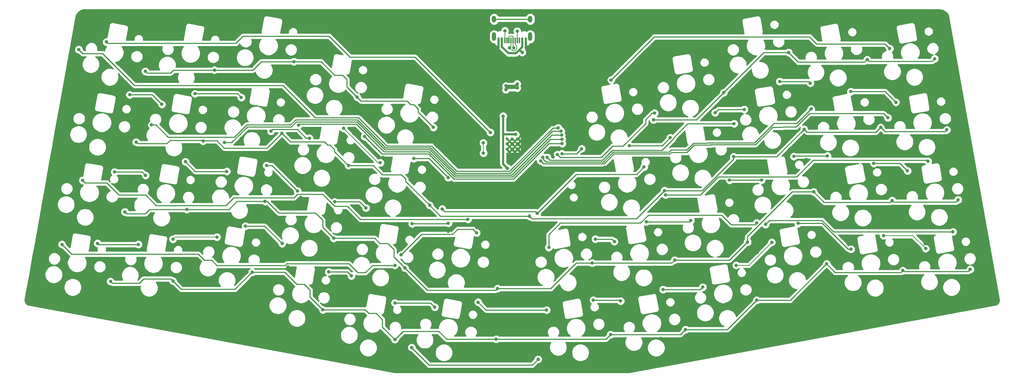
<source format=gbr>
%TF.GenerationSoftware,KiCad,Pcbnew,(5.1.10)-1*%
%TF.CreationDate,2021-10-03T17:33:33-06:00*%
%TF.ProjectId,VColMX44,56436f6c-4d58-4343-942e-6b696361645f,rev?*%
%TF.SameCoordinates,Original*%
%TF.FileFunction,Copper,L1,Top*%
%TF.FilePolarity,Positive*%
%FSLAX46Y46*%
G04 Gerber Fmt 4.6, Leading zero omitted, Abs format (unit mm)*
G04 Created by KiCad (PCBNEW (5.1.10)-1) date 2021-10-03 17:33:33*
%MOMM*%
%LPD*%
G01*
G04 APERTURE LIST*
%TA.AperFunction,ComponentPad*%
%ADD10C,0.600000*%
%TD*%
%TA.AperFunction,SMDPad,CuDef*%
%ADD11R,0.600000X1.450000*%
%TD*%
%TA.AperFunction,SMDPad,CuDef*%
%ADD12R,0.300000X1.450000*%
%TD*%
%TA.AperFunction,ComponentPad*%
%ADD13O,1.000000X2.100000*%
%TD*%
%TA.AperFunction,ComponentPad*%
%ADD14O,1.000000X1.600000*%
%TD*%
%TA.AperFunction,ViaPad*%
%ADD15C,0.800000*%
%TD*%
%TA.AperFunction,Conductor*%
%ADD16C,0.500000*%
%TD*%
%TA.AperFunction,Conductor*%
%ADD17C,0.250000*%
%TD*%
%TA.AperFunction,Conductor*%
%ADD18C,0.200000*%
%TD*%
%TA.AperFunction,Conductor*%
%ADD19C,0.254000*%
%TD*%
%TA.AperFunction,Conductor*%
%ADD20C,0.100000*%
%TD*%
G04 APERTURE END LIST*
D10*
%TO.P,U46,57*%
%TO.N,GND*%
X151275000Y-91475000D03*
X150000000Y-91475000D03*
X148725000Y-91475000D03*
X151275000Y-92750000D03*
X150000000Y-92750000D03*
X148725000Y-92750000D03*
X151275000Y-94025000D03*
X150000000Y-94025000D03*
X148725000Y-94025000D03*
%TD*%
D11*
%TO.P,J1,B1*%
%TO.N,GND*%
X146750000Y-68045000D03*
%TO.P,J1,A9*%
%TO.N,VBUS*%
X147550000Y-68045000D03*
%TO.P,J1,B9*%
X152450000Y-68045000D03*
%TO.P,J1,B12*%
%TO.N,GND*%
X153250000Y-68045000D03*
%TO.P,J1,A1*%
X153250000Y-68045000D03*
%TO.P,J1,A4*%
%TO.N,VBUS*%
X152450000Y-68045000D03*
%TO.P,J1,B4*%
X147550000Y-68045000D03*
%TO.P,J1,A12*%
%TO.N,GND*%
X146750000Y-68045000D03*
D12*
%TO.P,J1,B8*%
%TO.N,N/C*%
X151750000Y-68045000D03*
%TO.P,J1,A5*%
%TO.N,Net-(J1-PadA5)*%
X151250000Y-68045000D03*
%TO.P,J1,B7*%
%TO.N,Data-*%
X150750000Y-68045000D03*
%TO.P,J1,A7*%
X149750000Y-68045000D03*
%TO.P,J1,B6*%
%TO.N,Data+*%
X149250000Y-68045000D03*
%TO.P,J1,A8*%
%TO.N,N/C*%
X148750000Y-68045000D03*
%TO.P,J1,B5*%
%TO.N,Net-(J1-PadB5)*%
X148250000Y-68045000D03*
%TO.P,J1,A6*%
%TO.N,Data+*%
X150250000Y-68045000D03*
D13*
%TO.P,J1,S1*%
%TO.N,Net-(J1-PadS1)*%
X145680000Y-67130000D03*
X154320000Y-67130000D03*
D14*
X154320000Y-62950000D03*
X145680000Y-62950000D03*
%TD*%
D15*
%TO.N,GND*%
X157419000Y-115508000D03*
X172123000Y-98362700D03*
X101900000Y-89200000D03*
X138845000Y-93755000D03*
X138800000Y-89300000D03*
X138800000Y-87200000D03*
X144500000Y-81300000D03*
X146300000Y-81300000D03*
X154200000Y-78700000D03*
X153100000Y-81000000D03*
X151500000Y-81000000D03*
X154500000Y-107750000D03*
X150000000Y-144550000D03*
X82650000Y-96400000D03*
X63750000Y-98050000D03*
X46050000Y-97950000D03*
X43000000Y-114600000D03*
X61150000Y-114850000D03*
X79750000Y-113050000D03*
X113500000Y-128950000D03*
X131450000Y-130150000D03*
X96500000Y-122100000D03*
X99550000Y-105500000D03*
X116500000Y-112400000D03*
X134700000Y-113650000D03*
X122200000Y-78950000D03*
X117150000Y-70100000D03*
X105150000Y-71800000D03*
X85650000Y-79750000D03*
X88400000Y-63100000D03*
X69850000Y-64900000D03*
X67050000Y-81600000D03*
X48900000Y-81550000D03*
X51750000Y-64750000D03*
X240050000Y-66300000D03*
X149950000Y-137400000D03*
X160100000Y-132400000D03*
X178100000Y-131100000D03*
X175350000Y-114350000D03*
X195350000Y-123950000D03*
X192450000Y-107200000D03*
X209000000Y-98250000D03*
X211900000Y-114950000D03*
X230350000Y-116800000D03*
X248650000Y-116600000D03*
X227750000Y-99950000D03*
X245650000Y-99750000D03*
X205950000Y-81500000D03*
X224400000Y-83200000D03*
X242950000Y-83050000D03*
X221700000Y-66450000D03*
X202900000Y-64700000D03*
X186350000Y-73800000D03*
X169450000Y-80750000D03*
X167600000Y-102700000D03*
X162850000Y-84000000D03*
X159800000Y-88150000D03*
X159800000Y-95850000D03*
X170100000Y-64800000D03*
X164400000Y-72900000D03*
X153400000Y-69700000D03*
X146700000Y-69700000D03*
X149000000Y-103350000D03*
X145800000Y-103400000D03*
X145800000Y-106100000D03*
X146250000Y-107750000D03*
X154900000Y-103100000D03*
X149000000Y-107750000D03*
X152400000Y-103200000D03*
X131000000Y-102500000D03*
X138500000Y-104750000D03*
X141000000Y-97000000D03*
X129000000Y-118000000D03*
X140500000Y-122250000D03*
X142500000Y-119000000D03*
X143250000Y-112750000D03*
X160250000Y-135250000D03*
X173250000Y-133500000D03*
X178250000Y-133750000D03*
X208500000Y-118750000D03*
X205500000Y-119750000D03*
X200250000Y-114000000D03*
X196250000Y-115000000D03*
X189000000Y-113750000D03*
X185250000Y-97750000D03*
X223500000Y-100750000D03*
X227250000Y-102250000D03*
X231250000Y-108750000D03*
X241250000Y-100750000D03*
X243000000Y-116000000D03*
X240000000Y-111750000D03*
X229500000Y-115000000D03*
X248000000Y-70000000D03*
X242000000Y-69750000D03*
X245250000Y-74250000D03*
X252250000Y-78000000D03*
X252750000Y-81000000D03*
X237250000Y-83000000D03*
X236750000Y-79000000D03*
X218250000Y-80500000D03*
X214750000Y-65500000D03*
X232750000Y-67250000D03*
X199750000Y-69250000D03*
X182500000Y-77000000D03*
X52000000Y-69750000D03*
X56750000Y-73250000D03*
X52500000Y-73750000D03*
X70250000Y-71500000D03*
X57250000Y-86250000D03*
X55750000Y-103250000D03*
X71000000Y-120500000D03*
X91000000Y-101750000D03*
X109750000Y-93500000D03*
X93000000Y-85000000D03*
X106000000Y-81750000D03*
X110750000Y-81750000D03*
X112750000Y-77250000D03*
X122250000Y-84750000D03*
X120000000Y-81000000D03*
X108500000Y-110500000D03*
X112250000Y-90250000D03*
X144000000Y-135250000D03*
X258500000Y-92250000D03*
X202500000Y-82250000D03*
X202250000Y-86000000D03*
X201000000Y-89750000D03*
X205500000Y-98250000D03*
X212250000Y-105250000D03*
X204500000Y-105500000D03*
X216250000Y-94000000D03*
X220250000Y-96500000D03*
X226000000Y-87000000D03*
X223500000Y-71000000D03*
X230000000Y-71000000D03*
X238750000Y-70000000D03*
X211250000Y-68500000D03*
X96500000Y-74750000D03*
X81500000Y-76750000D03*
X78000000Y-76750000D03*
X85250000Y-91500000D03*
X90500000Y-89750000D03*
X98750000Y-91250000D03*
X103250000Y-75250000D03*
X100000000Y-71500000D03*
X188750000Y-89000000D03*
X182000000Y-91500000D03*
X119250000Y-96000000D03*
X189000000Y-107250000D03*
X141750000Y-124750000D03*
X130750000Y-84000000D03*
X117250000Y-84000000D03*
X117000000Y-81000000D03*
X113750000Y-101500000D03*
X144750000Y-96750000D03*
X194250000Y-80500000D03*
X189000000Y-85500000D03*
X184250000Y-81000000D03*
X199000000Y-77500000D03*
X205500000Y-71250000D03*
X202250000Y-76500000D03*
X215000000Y-76250000D03*
X214250000Y-84000000D03*
X209500000Y-88750000D03*
X209500000Y-94250000D03*
X196500000Y-86500000D03*
X177000000Y-87500000D03*
X170250000Y-93750000D03*
X160000000Y-108750000D03*
X158250000Y-112500000D03*
X155250000Y-112750000D03*
X150750000Y-125250000D03*
X150750000Y-128750000D03*
X151000000Y-112000000D03*
X165500000Y-118000000D03*
X166250000Y-122750000D03*
X75000000Y-97000000D03*
X93000000Y-95500000D03*
X95000000Y-103000000D03*
X144000000Y-143500000D03*
X119500000Y-138750000D03*
X125250000Y-132750000D03*
X108250000Y-129750000D03*
X106750000Y-134500000D03*
X96250000Y-127750000D03*
X87750000Y-129000000D03*
X103500000Y-138250000D03*
X113750000Y-134500000D03*
X112000000Y-130750000D03*
X191000000Y-130000000D03*
X192000000Y-123750000D03*
X226500000Y-118250000D03*
X221250000Y-121500000D03*
X224750000Y-127500000D03*
X214500000Y-127750000D03*
X186500000Y-136250000D03*
X185500000Y-139250000D03*
X53750000Y-120750000D03*
X156500000Y-99250000D03*
X158000000Y-102250000D03*
X163500000Y-98750000D03*
X167750000Y-98750000D03*
X250500000Y-120250000D03*
X255000000Y-84500000D03*
X181500000Y-82750000D03*
X188750000Y-93000000D03*
X100500000Y-85750000D03*
X97750000Y-108000000D03*
X100500000Y-101250000D03*
X99500000Y-113000000D03*
X91750000Y-117750000D03*
X97500000Y-118250000D03*
X82500000Y-103000000D03*
%TO.N,ROW1*%
X133300000Y-108300000D03*
X131200000Y-88800000D03*
X113000000Y-81600000D03*
X78900000Y-75100000D03*
X62400000Y-75400000D03*
X200500000Y-80500000D03*
X216000000Y-70900000D03*
X250900000Y-72400000D03*
X156000000Y-109300000D03*
X234774990Y-72600000D03*
X97901667Y-73098333D03*
X183750002Y-87000000D03*
X181500000Y-98250000D03*
%TO.N,ROW2*%
X130300000Y-107400000D03*
X110900000Y-97900000D03*
X95000000Y-90200000D03*
X76200000Y-92100000D03*
X60200000Y-92300000D03*
X202900000Y-95800000D03*
X238000000Y-88800000D03*
X253800000Y-89400000D03*
X154100000Y-110000000D03*
X219713799Y-89237985D03*
X186362340Y-103887660D03*
%TO.N,ROW3*%
X169100000Y-121200000D03*
X124400000Y-122400000D03*
X107400000Y-115300000D03*
X91000000Y-106500000D03*
X72300000Y-108400000D03*
X57500000Y-109000000D03*
X188800000Y-120500000D03*
X206200000Y-116200000D03*
X222000000Y-104200000D03*
X256500000Y-106100000D03*
X240750000Y-106250000D03*
X146525032Y-127300000D03*
%TO.N,ROW4*%
X146200000Y-139400000D03*
X122000000Y-139500000D03*
X104800000Y-132400000D03*
X87900000Y-123400000D03*
X69000000Y-125500000D03*
X54100000Y-125600000D03*
X173500000Y-138300000D03*
X191400000Y-137100000D03*
X208400000Y-130100000D03*
X225100000Y-121400000D03*
X243300000Y-123000000D03*
X259400000Y-122700000D03*
%TO.N,COL1*%
X46500000Y-70200000D03*
X161000000Y-88900000D03*
%TO.N,COL2*%
X161697000Y-89666200D03*
X63900000Y-88200000D03*
%TO.N,COL3*%
X161796000Y-90661300D03*
X81300000Y-92400000D03*
%TO.N,COL4*%
X161898000Y-91656100D03*
X99000000Y-88225010D03*
%TO.N,COL5*%
X161945000Y-92655000D03*
X114750000Y-91000000D03*
%TO.N,COL6*%
X156200000Y-144200000D03*
X126000000Y-141400000D03*
%TO.N,COL7*%
X166600000Y-93900000D03*
X161884000Y-95088200D03*
%TO.N,COL8*%
X184000000Y-85400000D03*
X160800000Y-95300000D03*
%TO.N,COL9*%
X203000000Y-87900000D03*
X158366000Y-95950100D03*
%TO.N,COL10*%
X221400000Y-84400000D03*
X157366000Y-95940700D03*
%TO.N,COL11*%
X239700000Y-86500000D03*
X156800000Y-96800000D03*
%TO.N,RGB7*%
X66359000Y-83303000D03*
X58669400Y-81008000D03*
%TO.N,RGB8*%
X85313400Y-81665300D03*
X74248400Y-80756200D03*
%TO.N,RGB9*%
X101594800Y-91351800D03*
X92400400Y-89709900D03*
%TO.N,RGB10*%
X118500000Y-97249992D03*
X109750000Y-89000000D03*
%TO.N,RGB11*%
X139423200Y-110778300D03*
X134724100Y-100803300D03*
X126500000Y-96250000D03*
X47463698Y-101450597D03*
%TO.N,RGB16*%
X126121500Y-111823000D03*
X134766000Y-111687500D03*
%TO.N,RGB17*%
X122000000Y-121750000D03*
X123500000Y-119250000D03*
X141500000Y-114000000D03*
X42499999Y-116749999D03*
%TO.N,RGB12*%
X62462400Y-100261200D03*
X55072800Y-99458300D03*
%TO.N,RGB13*%
X81852700Y-99318600D03*
X71993000Y-97002700D03*
%TO.N,RGB14*%
X91355000Y-97892400D03*
X98749998Y-104000000D03*
%TO.N,RGB15*%
X107600800Y-106576700D03*
X115074300Y-108046400D03*
%TO.N,RGB34*%
X244411500Y-99198800D03*
X236361800Y-97396700D03*
%TO.N,RGB29*%
X158750000Y-117500000D03*
X208393847Y-111643847D03*
X210500000Y-112000000D03*
X255250000Y-113750000D03*
%TO.N,RGB28*%
X238663347Y-114663347D03*
X248750000Y-117750000D03*
%TO.N,RGB30*%
X174408000Y-116085800D03*
X169865100Y-115486900D03*
%TO.N,RGB31*%
X192666600Y-111015500D03*
X182020300Y-111359800D03*
%TO.N,RGB32*%
X201910000Y-101421500D03*
X209542800Y-101421500D03*
%TO.N,RGB33*%
X225265600Y-95584400D03*
X217249996Y-95750000D03*
%TO.N,RGB18*%
X60750000Y-116750000D03*
X51000000Y-116500000D03*
%TO.N,RGB19*%
X79500000Y-115000000D03*
X69000000Y-115500000D03*
%TO.N,RGB20*%
X95074600Y-116562700D03*
X86313400Y-112390600D03*
%TO.N,RGB21*%
X111613500Y-124276300D03*
X106176700Y-123318100D03*
%TO.N,RGB22*%
X131500000Y-131750000D03*
X122000000Y-130750000D03*
%TO.N,RGB23*%
X158221400Y-132431800D03*
X141883200Y-130562300D03*
%TO.N,RGB24*%
X175904500Y-130287100D03*
X169398000Y-130076000D03*
%TO.N,RGB25*%
X195513200Y-126973700D03*
X186028300Y-127526300D03*
%TO.N,RGB26*%
X203500000Y-121750000D03*
X212000000Y-116250000D03*
%TO.N,RGB27*%
X230896500Y-117900100D03*
X218311900Y-111745600D03*
%TO.N,RGB35*%
X249295100Y-96893500D03*
X186623900Y-104933000D03*
%TO.N,RGB40*%
X240172700Y-69979600D03*
X173630900Y-77464600D03*
%TO.N,RGB36*%
X177970700Y-93145800D03*
X187750000Y-91250000D03*
%TO.N,RGB37*%
X198461700Y-85282800D03*
X205408500Y-84518900D03*
%TO.N,RGB38*%
X221182500Y-78226400D03*
X213873900Y-77841000D03*
%TO.N,RGB39*%
X241634500Y-82800200D03*
X230835700Y-80243300D03*
%TO.N,+1V1*%
X147850000Y-86100000D03*
X150850000Y-90500000D03*
X148875000Y-98574979D03*
%TO.N,+3V3*%
X151200000Y-78400000D03*
X151200000Y-79400000D03*
X148500000Y-79800000D03*
X148500000Y-78900000D03*
%TO.N,VBUS*%
X152400000Y-70900000D03*
%TO.N,Net-(J1-PadA5)*%
X151200000Y-65800000D03*
%TO.N,Data-*%
X149400000Y-69800000D03*
%TO.N,Data+*%
X150400000Y-69800000D03*
%TO.N,Net-(J1-PadB5)*%
X148300000Y-65700000D03*
%TO.N,LED*%
X143100000Y-92500000D03*
X143150000Y-94950000D03*
%TO.N,RGBData1*%
X53100000Y-68400000D03*
X144800000Y-90000000D03*
%TD*%
D16*
%TO.N,GND*%
X153250000Y-68045000D02*
X153250000Y-69550000D01*
X153250000Y-69550000D02*
X153400000Y-69700000D01*
X146750000Y-68045000D02*
X146750000Y-69650000D01*
X146750000Y-69650000D02*
X146700000Y-69700000D01*
D17*
%TO.N,ROW1*%
X156000000Y-109300000D02*
X155600000Y-108900000D01*
X155600000Y-108900000D02*
X133900000Y-108900000D01*
X133900000Y-108900000D02*
X133300000Y-108300000D01*
X113000000Y-81600000D02*
X113939000Y-82539500D01*
X113939000Y-82539500D02*
X124939000Y-82539500D01*
X124939000Y-82539500D02*
X125743000Y-83343400D01*
X125743000Y-83343400D02*
X126496000Y-83343400D01*
X126496000Y-83343400D02*
X127556000Y-84404000D01*
X127556000Y-84404000D02*
X127556000Y-85156300D01*
X127556000Y-85156300D02*
X131200000Y-88800000D01*
X62400000Y-75400000D02*
X62800000Y-75800000D01*
X62800000Y-75800000D02*
X68437900Y-75800000D01*
X68437900Y-75800000D02*
X69137900Y-75100000D01*
X69137900Y-75100000D02*
X78900000Y-75100000D01*
X216000000Y-70900000D02*
X210100000Y-70900000D01*
X210100000Y-70900000D02*
X200500000Y-80500000D01*
X235216590Y-73041600D02*
X234774990Y-72600000D01*
X250258400Y-73041600D02*
X235216590Y-73041600D01*
X216000000Y-70900000D02*
X218312900Y-73212900D01*
X250900000Y-72400000D02*
X250258400Y-73041600D01*
X218312900Y-73212900D02*
X234162090Y-73212900D01*
X234162090Y-73212900D02*
X234774990Y-72600000D01*
X104398832Y-73098333D02*
X97901667Y-73098333D01*
X107578998Y-76278499D02*
X104398832Y-73098333D01*
X109463961Y-76278499D02*
X107578998Y-76278499D01*
X110524501Y-77339039D02*
X109463961Y-76278499D01*
X110524501Y-79124501D02*
X110524501Y-77339039D01*
X88109100Y-75100000D02*
X90110767Y-73098333D01*
X90110767Y-73098333D02*
X97901667Y-73098333D01*
X113000000Y-81600000D02*
X110524501Y-79124501D01*
X78900000Y-75100000D02*
X88109100Y-75100000D01*
X194000000Y-87000000D02*
X183750002Y-87000000D01*
X200500000Y-80500000D02*
X194000000Y-87000000D01*
X179756200Y-99993800D02*
X181500000Y-98250000D01*
X165306200Y-99993800D02*
X179756200Y-99993800D01*
X156000000Y-109300000D02*
X165306200Y-99993800D01*
%TO.N,ROW2*%
X154100000Y-110000000D02*
X132900000Y-110000000D01*
X132900000Y-110000000D02*
X130300000Y-107400000D01*
X95000000Y-90200000D02*
X97050700Y-92250700D01*
X97050700Y-92250700D02*
X105151000Y-92250700D01*
X105151000Y-92250700D02*
X105920000Y-93020300D01*
X105920000Y-93020300D02*
X106512000Y-93020300D01*
X106512000Y-93020300D02*
X107572000Y-94080800D01*
X107572000Y-94080800D02*
X107572000Y-94572400D01*
X107572000Y-94572400D02*
X110900000Y-97900000D01*
X60200000Y-92300000D02*
X60600000Y-92700000D01*
X60600000Y-92700000D02*
X67502400Y-92700000D01*
X67502400Y-92700000D02*
X68344200Y-91858200D01*
X68344200Y-91858200D02*
X75958200Y-91858200D01*
X75958200Y-91858200D02*
X76200000Y-92100000D01*
X253800000Y-89400000D02*
X253400000Y-89800000D01*
X253400000Y-89800000D02*
X239000000Y-89800000D01*
X239000000Y-89800000D02*
X238000000Y-88800000D01*
X110900000Y-97900000D02*
X116826998Y-97900000D01*
X124604000Y-101146000D02*
X124604000Y-101704000D01*
X124604000Y-101704000D02*
X130300000Y-107400000D01*
X119011998Y-100085000D02*
X123544000Y-100085000D01*
X116826998Y-97900000D02*
X119011998Y-100085000D01*
X123544000Y-100085000D02*
X124604000Y-101146000D01*
X236845400Y-89954600D02*
X220430414Y-89954600D01*
X220430414Y-89954600D02*
X219713799Y-89237985D01*
X238000000Y-88800000D02*
X236845400Y-89954600D01*
X202900000Y-95800000D02*
X213151784Y-95800000D01*
X213151784Y-95800000D02*
X219713799Y-89237985D01*
X154675000Y-110575000D02*
X179675000Y-110575000D01*
X179675000Y-110575000D02*
X186362340Y-103887660D01*
X154100000Y-110000000D02*
X154675000Y-110575000D01*
X202900000Y-96365700D02*
X195378040Y-103887660D01*
X195378040Y-103887660D02*
X186362340Y-103887660D01*
X202900000Y-95800000D02*
X202900000Y-96365700D01*
X91450000Y-93750000D02*
X95000000Y-90200000D01*
X81250000Y-93750000D02*
X91450000Y-93750000D01*
X79500000Y-92000000D02*
X81250000Y-93750000D01*
X76300000Y-92000000D02*
X79500000Y-92000000D01*
X76200000Y-92100000D02*
X76300000Y-92000000D01*
%TO.N,ROW3*%
X188800000Y-120500000D02*
X188100000Y-121200000D01*
X188100000Y-121200000D02*
X169100000Y-121200000D01*
X72300000Y-108400000D02*
X82388600Y-108400000D01*
X82388600Y-108400000D02*
X84288600Y-106500000D01*
X84288600Y-106500000D02*
X91000000Y-106500000D01*
X57500000Y-109000000D02*
X57900000Y-109400000D01*
X57900000Y-109400000D02*
X62417300Y-109400000D01*
X62417300Y-109400000D02*
X63417300Y-108400000D01*
X63417300Y-108400000D02*
X72300000Y-108400000D01*
X206200000Y-116200000D02*
X201900000Y-120500000D01*
X201900000Y-120500000D02*
X188800000Y-120500000D01*
X222000000Y-104200000D02*
X216863000Y-104200000D01*
X216863000Y-104200000D02*
X206200000Y-114863000D01*
X206200000Y-114863000D02*
X206200000Y-116200000D01*
X256500000Y-106100000D02*
X255950001Y-106649999D01*
X222000000Y-104200000D02*
X224500000Y-106700000D01*
X241149999Y-106649999D02*
X240750000Y-106250000D01*
X224500000Y-106700000D02*
X240300000Y-106700000D01*
X255950001Y-106649999D02*
X241149999Y-106649999D01*
X240300000Y-106700000D02*
X240750000Y-106250000D01*
X121750000Y-119750000D02*
X124400000Y-122400000D01*
X120591499Y-116826499D02*
X120591961Y-116826499D01*
X120265000Y-116500000D02*
X120591499Y-116826499D01*
X118400000Y-116500000D02*
X120265000Y-116500000D01*
X117200000Y-115300000D02*
X118400000Y-116500000D01*
X121750000Y-117984538D02*
X121750000Y-119750000D01*
X120591961Y-116826499D02*
X121750000Y-117984538D01*
X107400000Y-115300000D02*
X117200000Y-115300000D01*
X169100000Y-121200000D02*
X165328000Y-121200000D01*
X165328000Y-121200000D02*
X159228000Y-127300000D01*
X159228000Y-127300000D02*
X146525032Y-127300000D01*
X124400000Y-122400000D02*
X129707000Y-127707000D01*
X146118032Y-127707000D02*
X146525032Y-127300000D01*
X129707000Y-127707000D02*
X146118032Y-127707000D01*
X104750000Y-112650000D02*
X107400000Y-115300000D01*
X104750000Y-110951538D02*
X104750000Y-112650000D01*
X103558499Y-109761499D02*
X103559961Y-109761499D01*
X103047000Y-109250000D02*
X103558499Y-109761499D01*
X94250000Y-109250000D02*
X103047000Y-109250000D01*
X91500000Y-106500000D02*
X94250000Y-109250000D01*
X103559961Y-109761499D02*
X104750000Y-110951538D01*
X91000000Y-106500000D02*
X91500000Y-106500000D01*
%TO.N,ROW4*%
X173500000Y-138300000D02*
X172400000Y-139400000D01*
X172400000Y-139400000D02*
X146200000Y-139400000D01*
X191400000Y-137100000D02*
X190200000Y-138300000D01*
X190200000Y-138300000D02*
X173500000Y-138300000D01*
X208400000Y-130100000D02*
X201400000Y-137100000D01*
X201400000Y-137100000D02*
X191400000Y-137100000D01*
X225100000Y-121400000D02*
X216400000Y-130100000D01*
X216400000Y-130100000D02*
X208400000Y-130100000D01*
X243300000Y-123000000D02*
X242862000Y-123438000D01*
X242862000Y-123438000D02*
X227138000Y-123438000D01*
X227138000Y-123438000D02*
X225100000Y-121400000D01*
X259400000Y-122700000D02*
X258833000Y-123267000D01*
X258833000Y-123267000D02*
X243567000Y-123267000D01*
X243567000Y-123267000D02*
X243300000Y-123000000D01*
X134352000Y-139400000D02*
X146200000Y-139400000D01*
X132452000Y-137500000D02*
X134352000Y-139400000D01*
X124000000Y-137500000D02*
X132452000Y-137500000D01*
X122000000Y-139500000D02*
X124000000Y-137500000D01*
X119000000Y-136500000D02*
X122000000Y-139500000D01*
X119000000Y-134714269D02*
X119000000Y-136500000D01*
X115750000Y-133250000D02*
X117535731Y-133250000D01*
X114900000Y-132400000D02*
X115750000Y-133250000D01*
X117535731Y-133250000D02*
X119000000Y-134714269D01*
X104800000Y-132400000D02*
X114900000Y-132400000D01*
X101750000Y-129350000D02*
X104800000Y-132400000D01*
X101750000Y-127645738D02*
X101750000Y-129350000D01*
X100607761Y-126503499D02*
X101750000Y-127645738D01*
X100607499Y-126503499D02*
X100607761Y-126503499D01*
X98550000Y-126250000D02*
X100354000Y-126250000D01*
X95700000Y-123400000D02*
X98550000Y-126250000D01*
X100354000Y-126250000D02*
X100607499Y-126503499D01*
X87900000Y-123400000D02*
X95700000Y-123400000D01*
X83800000Y-127500000D02*
X87900000Y-123400000D01*
X71000000Y-127500000D02*
X83800000Y-127500000D01*
X69000000Y-125500000D02*
X71000000Y-127500000D01*
X68500000Y-125000000D02*
X69000000Y-125500000D01*
X62000000Y-125000000D02*
X68500000Y-125000000D01*
X61000000Y-126000000D02*
X62000000Y-125000000D01*
X54500000Y-126000000D02*
X61000000Y-126000000D01*
X54100000Y-125600000D02*
X54500000Y-126000000D01*
%TO.N,COL1*%
X159764000Y-88900000D02*
X161000000Y-88900000D01*
X130724955Y-93224955D02*
X136799989Y-99299989D01*
X113324250Y-86500000D02*
X120049205Y-93224955D01*
X95266500Y-78766500D02*
X103000000Y-86500000D01*
X73048201Y-78766500D02*
X95266500Y-78766500D01*
X73048194Y-78766507D02*
X73048201Y-78766500D01*
X71296192Y-78766507D02*
X73048194Y-78766507D01*
X71296185Y-78766500D02*
X71296192Y-78766507D01*
X59795300Y-78766500D02*
X71296185Y-78766500D01*
X52160300Y-71131500D02*
X59795300Y-78766500D01*
X47431500Y-71131500D02*
X52160300Y-71131500D01*
X46500000Y-70200000D02*
X47431500Y-71131500D01*
X149364011Y-99299989D02*
X159764000Y-88900000D01*
X103000000Y-86500000D02*
X113324250Y-86500000D01*
X136799989Y-99299989D02*
X149364011Y-99299989D01*
X120049205Y-93224955D02*
X130724955Y-93224955D01*
%TO.N,COL2*%
X83700000Y-91100000D02*
X86599999Y-88200000D01*
X63900000Y-88200000D02*
X64930800Y-88200000D01*
X98290574Y-87000000D02*
X113089586Y-87000000D01*
X119764552Y-93674966D02*
X130538556Y-93674966D01*
X97090574Y-88200000D02*
X98290574Y-87000000D01*
X159634210Y-89666200D02*
X161697000Y-89666200D01*
X136613589Y-99750000D02*
X149550411Y-99750000D01*
X149550411Y-99750000D02*
X159634210Y-89666200D01*
X130538556Y-93674966D02*
X136613589Y-99750000D01*
X113089586Y-87000000D02*
X119764552Y-93674966D01*
X86599999Y-88200000D02*
X97090574Y-88200000D01*
X64930800Y-88200000D02*
X67830800Y-91100000D01*
X67830800Y-91100000D02*
X83700000Y-91100000D01*
%TO.N,COL3*%
X112953175Y-87500000D02*
X119578152Y-94124977D01*
X136427189Y-100200011D02*
X149900289Y-100200011D01*
X98426984Y-87500000D02*
X112953175Y-87500000D01*
X159439000Y-90661300D02*
X161796000Y-90661300D01*
X97276974Y-88650011D02*
X98426984Y-87500000D01*
X119578152Y-94124977D02*
X130352157Y-94124977D01*
X130352157Y-94124977D02*
X136427189Y-100200011D01*
X149900289Y-100200011D02*
X159439000Y-90661300D01*
X83036410Y-92400000D02*
X86786399Y-88650011D01*
X81300000Y-92400000D02*
X83036410Y-92400000D01*
X86786399Y-88650011D02*
X97276974Y-88650011D01*
%TO.N,COL4*%
X150150072Y-100650022D02*
X136240792Y-100650022D01*
X130165758Y-94574988D02*
X119391752Y-94574988D01*
X159143994Y-91656100D02*
X150150072Y-100650022D01*
X161898000Y-91656100D02*
X159143994Y-91656100D01*
X112816752Y-87999988D02*
X99225022Y-87999988D01*
X136240792Y-100650022D02*
X130165758Y-94574988D01*
X119391752Y-94574988D02*
X112816752Y-87999988D01*
X99225022Y-87999988D02*
X99000000Y-88225010D01*
%TO.N,COL5*%
X161945000Y-92655000D02*
X158781504Y-92655000D01*
X158781504Y-92655000D02*
X150336472Y-101100033D01*
X150336472Y-101100033D02*
X136054393Y-101100033D01*
X136054393Y-101100033D02*
X130104359Y-95149999D01*
X130104359Y-95149999D02*
X118899999Y-95149999D01*
X118899999Y-95149999D02*
X114750000Y-91000000D01*
%TO.N,COL6*%
X126000000Y-141400000D02*
X130200000Y-145600000D01*
X130200000Y-145600000D02*
X154800000Y-145600000D01*
X154800000Y-145600000D02*
X156200000Y-144200000D01*
%TO.N,COL7*%
X161884000Y-95088200D02*
X165412000Y-95088200D01*
X165412000Y-95088200D02*
X166100000Y-94400000D01*
X166100000Y-94400000D02*
X166600000Y-93900000D01*
%TO.N,COL8*%
X160800000Y-95300000D02*
X161500000Y-96000000D01*
X183434315Y-85400000D02*
X184000000Y-85400000D01*
X181860984Y-87889016D02*
X181860984Y-86973331D01*
X174050000Y-93250000D02*
X176500000Y-93250000D01*
X176500000Y-93250000D02*
X181860984Y-87889016D01*
X161500000Y-96000000D02*
X171300000Y-96000000D01*
X171300000Y-96000000D02*
X174050000Y-93250000D01*
X181860984Y-86973331D02*
X183434315Y-85400000D01*
%TO.N,COL9*%
X188475002Y-91598002D02*
X188475002Y-91348002D01*
X173937200Y-94249978D02*
X185823026Y-94249978D01*
X188475002Y-91348002D02*
X191923004Y-87900000D01*
X191923004Y-87900000D02*
X202434315Y-87900000D01*
X158366000Y-95950100D02*
X159015878Y-96599978D01*
X202434315Y-87900000D02*
X203000000Y-87900000D01*
X159015878Y-96599978D02*
X171587200Y-96599978D01*
X171587200Y-96599978D02*
X173937200Y-94249978D01*
X185823026Y-94249978D02*
X188475002Y-91598002D01*
%TO.N,COL10*%
X196591000Y-92450000D02*
X207913089Y-92450000D01*
X207913089Y-92450000D02*
X212563089Y-87800000D01*
X171773600Y-97049989D02*
X174123600Y-94699989D01*
X212563089Y-87800000D02*
X218000000Y-87800000D01*
X218000000Y-87800000D02*
X221400000Y-84400000D01*
X196470011Y-92570289D02*
X196591000Y-92450000D01*
X193301347Y-92570289D02*
X196470011Y-92570289D01*
X157366000Y-96342800D02*
X158072989Y-97049989D01*
X157366000Y-95940700D02*
X157366000Y-96342800D01*
X158072989Y-97049989D02*
X171773600Y-97049989D01*
X187999589Y-94200000D02*
X191671636Y-94200000D01*
X174123600Y-94699989D02*
X187499600Y-94699989D01*
X187499600Y-94699989D02*
X187999589Y-94200000D01*
X191671636Y-94200000D02*
X193301347Y-92570289D01*
%TO.N,COL11*%
X157500000Y-97500000D02*
X156800000Y-96800000D01*
X174310000Y-95150000D02*
X171960000Y-97500000D01*
X188036000Y-94800000D02*
X187686000Y-95150000D01*
X191708000Y-94800000D02*
X188036000Y-94800000D01*
X193488000Y-93020300D02*
X191708000Y-94800000D01*
X197380000Y-93020300D02*
X193488000Y-93020300D01*
X197500000Y-92900000D02*
X197380000Y-93020300D01*
X171960000Y-97500000D02*
X157500000Y-97500000D01*
X208100000Y-92900000D02*
X197500000Y-92900000D01*
X187686000Y-95150000D02*
X174310000Y-95150000D01*
X239700000Y-86500000D02*
X238700000Y-85500000D01*
X221000000Y-85500000D02*
X217800000Y-88700000D01*
X238700000Y-85500000D02*
X221000000Y-85500000D01*
X217800000Y-88700000D02*
X214679000Y-88700000D01*
X214679000Y-88700000D02*
X214617000Y-88761500D01*
X214617000Y-88761500D02*
X212238000Y-88761500D01*
X212238000Y-88761500D02*
X208100000Y-92900000D01*
%TO.N,RGB7*%
X58669400Y-81008000D02*
X64064000Y-81008000D01*
X64064000Y-81008000D02*
X66359000Y-83303000D01*
%TO.N,RGB8*%
X74248400Y-80756200D02*
X84404300Y-80756200D01*
X84404300Y-80756200D02*
X85313400Y-81665300D01*
%TO.N,RGB9*%
X92400400Y-89709900D02*
X92800399Y-89309901D01*
X92800399Y-89309901D02*
X98774998Y-89309901D01*
X98774998Y-89309901D02*
X100816897Y-91351800D01*
X100816897Y-91351800D02*
X101594800Y-91351800D01*
D18*
%TO.N,RGB10*%
X117999992Y-97249992D02*
X118500000Y-97249992D01*
X109750000Y-89000000D02*
X117999992Y-97249992D01*
D17*
%TO.N,RGB11*%
X130170800Y-96250000D02*
X126500000Y-96250000D01*
X134724100Y-100803300D02*
X130170800Y-96250000D01*
X139423200Y-110778300D02*
X113759300Y-110778300D01*
X113759300Y-110778300D02*
X110666600Y-107685600D01*
X110666600Y-107685600D02*
X107659700Y-107685600D01*
X64973100Y-107436500D02*
X62498100Y-104961500D01*
X48052557Y-102039456D02*
X47463698Y-101450597D01*
X107659700Y-107685600D02*
X104725300Y-104751200D01*
X56082700Y-104961500D02*
X53160656Y-102039456D01*
X104725300Y-104751200D02*
X98748800Y-104751200D01*
X98748800Y-104751200D02*
X97914100Y-105585900D01*
X97914100Y-105585900D02*
X83527100Y-105585900D01*
X83527100Y-105585900D02*
X81676500Y-107436500D01*
X81676500Y-107436500D02*
X64973100Y-107436500D01*
X53160656Y-102039456D02*
X48052557Y-102039456D01*
X62498100Y-104961500D02*
X56082700Y-104961500D01*
%TO.N,RGB16*%
X134766000Y-111687500D02*
X134630500Y-111823000D01*
X134630500Y-111823000D02*
X126121500Y-111823000D01*
%TO.N,RGB17*%
X140617171Y-113117171D02*
X141500000Y-114000000D01*
X137030202Y-113117171D02*
X140617171Y-113117171D01*
X128374999Y-114375001D02*
X135772372Y-114375001D01*
X135772372Y-114375001D02*
X137030202Y-113117171D01*
X123500000Y-119250000D02*
X128374999Y-114375001D01*
X114913782Y-123515789D02*
X113161780Y-123515789D01*
X44846499Y-119096499D02*
X42499999Y-116749999D01*
X76492980Y-120508787D02*
X75080692Y-119096499D01*
X79486195Y-121750000D02*
X78244982Y-120508787D01*
X95776998Y-121750000D02*
X79486195Y-121750000D01*
X78244982Y-120508787D02*
X76492980Y-120508787D01*
X113161780Y-123515789D02*
X111020990Y-121374999D01*
X96151999Y-121374999D02*
X95776998Y-121750000D01*
X116679571Y-121750000D02*
X114913782Y-123515789D01*
X111020990Y-121374999D02*
X96151999Y-121374999D01*
X122000000Y-121750000D02*
X116679571Y-121750000D01*
X75080692Y-119096499D02*
X44846499Y-119096499D01*
%TO.N,RGB12*%
X55072800Y-99458300D02*
X61659500Y-99458300D01*
X61659500Y-99458300D02*
X62462400Y-100261200D01*
%TO.N,RGB13*%
X71993000Y-97002700D02*
X74308900Y-99318600D01*
X74308900Y-99318600D02*
X81852700Y-99318600D01*
%TO.N,RGB14*%
X91355000Y-97892400D02*
X92642398Y-97892400D01*
X92642398Y-97892400D02*
X98749998Y-104000000D01*
%TO.N,RGB15*%
X115074300Y-108046400D02*
X113604600Y-106576700D01*
X113604600Y-106576700D02*
X107600800Y-106576700D01*
%TO.N,RGB34*%
X236361800Y-97396700D02*
X242609400Y-97396700D01*
X242609400Y-97396700D02*
X244411500Y-99198800D01*
%TO.N,RGB29*%
X202271010Y-112021836D02*
X208015858Y-112021836D01*
X200010673Y-109761499D02*
X202271010Y-112021836D01*
X182545599Y-109761499D02*
X200010673Y-109761499D01*
X180663251Y-111643847D02*
X182545599Y-109761499D01*
X161497233Y-111643847D02*
X180663251Y-111643847D01*
X158750000Y-114391080D02*
X161497233Y-111643847D01*
X208015858Y-112021836D02*
X208393847Y-111643847D01*
X158750000Y-117500000D02*
X158750000Y-114391080D01*
X226729310Y-113750000D02*
X255250000Y-113750000D01*
X223999909Y-111020599D02*
X226729310Y-113750000D01*
X211479401Y-111020599D02*
X223999909Y-111020599D01*
X210500000Y-112000000D02*
X211479401Y-111020599D01*
D18*
%TO.N,RGB28*%
X245663347Y-114663347D02*
X248750000Y-117750000D01*
X238663347Y-114663347D02*
X245663347Y-114663347D01*
D17*
%TO.N,RGB30*%
X169865100Y-115486900D02*
X173809100Y-115486900D01*
X173809100Y-115486900D02*
X174408000Y-116085800D01*
%TO.N,RGB31*%
X182020300Y-111359800D02*
X192322300Y-111359800D01*
X192322300Y-111359800D02*
X192666600Y-111015500D01*
%TO.N,RGB32*%
X209542800Y-101421500D02*
X201910000Y-101421500D01*
%TO.N,RGB33*%
X225265600Y-95584400D02*
X217415596Y-95584400D01*
X217415596Y-95584400D02*
X217249996Y-95750000D01*
%TO.N,RGB18*%
X60750000Y-116750000D02*
X51250000Y-116750000D01*
X51250000Y-116750000D02*
X51000000Y-116500000D01*
D18*
%TO.N,RGB19*%
X79500000Y-115000000D02*
X69500000Y-115000000D01*
X69500000Y-115000000D02*
X69000000Y-115500000D01*
D17*
%TO.N,RGB20*%
X86313400Y-112390600D02*
X90902500Y-112390600D01*
X90902500Y-112390600D02*
X95074600Y-116562700D01*
%TO.N,RGB21*%
X106176700Y-123318100D02*
X110655300Y-123318100D01*
X110655300Y-123318100D02*
X111613500Y-124276300D01*
%TO.N,RGB22*%
X130500000Y-130750000D02*
X122000000Y-130750000D01*
X131500000Y-131750000D02*
X130500000Y-130750000D01*
%TO.N,RGB23*%
X141883200Y-130562300D02*
X143752700Y-132431800D01*
X143752700Y-132431800D02*
X158221400Y-132431800D01*
%TO.N,RGB24*%
X169398000Y-130076000D02*
X175693400Y-130076000D01*
X175693400Y-130076000D02*
X175904500Y-130287100D01*
%TO.N,RGB25*%
X186028300Y-127526300D02*
X194960600Y-127526300D01*
X194960600Y-127526300D02*
X195513200Y-126973700D01*
D18*
%TO.N,RGB26*%
X206500000Y-121750000D02*
X212000000Y-116250000D01*
X203500000Y-121750000D02*
X206500000Y-121750000D01*
D17*
%TO.N,RGB27*%
X218311900Y-111745600D02*
X224088500Y-111745600D01*
X224088500Y-111745600D02*
X230243000Y-117900100D01*
X230243000Y-117900100D02*
X230896500Y-117900100D01*
%TO.N,RGB35*%
X249295100Y-96893500D02*
X249073000Y-96671400D01*
X249073000Y-96671400D02*
X221889300Y-96671400D01*
X221889300Y-96671400D02*
X217925100Y-100635600D01*
X217925100Y-100635600D02*
X199267300Y-100635600D01*
X199267300Y-100635600D02*
X194969900Y-104933000D01*
X194969900Y-104933000D02*
X186623900Y-104933000D01*
%TO.N,RGB40*%
X173630900Y-77464600D02*
X183954200Y-67141300D01*
X183954200Y-67141300D02*
X220999000Y-67141300D01*
X220999000Y-67141300D02*
X222715100Y-68857400D01*
X222715100Y-68857400D02*
X239050500Y-68857400D01*
X239050500Y-68857400D02*
X240172700Y-69979600D01*
%TO.N,RGB36*%
X177970700Y-93145800D02*
X185854200Y-93145800D01*
X185854200Y-93145800D02*
X187750000Y-91250000D01*
%TO.N,RGB37*%
X205408500Y-84518900D02*
X199225600Y-84518900D01*
X199225600Y-84518900D02*
X198461700Y-85282800D01*
%TO.N,RGB38*%
X213873900Y-77841000D02*
X220797100Y-77841000D01*
X220797100Y-77841000D02*
X221182500Y-78226400D01*
%TO.N,RGB39*%
X230835700Y-80243300D02*
X239077600Y-80243300D01*
X239077600Y-80243300D02*
X241634500Y-82800200D01*
D16*
%TO.N,+1V1*%
X147850000Y-86100000D02*
X147850000Y-90500000D01*
X147850000Y-86100000D02*
X147850000Y-90500000D01*
X147850000Y-90500000D02*
X150850000Y-90500000D01*
X147850000Y-90500000D02*
X147850000Y-97549979D01*
X147850000Y-97549979D02*
X148875000Y-98574979D01*
%TO.N,+3V3*%
X148500000Y-79800000D02*
X148500000Y-78900000D01*
X151200000Y-79400000D02*
X151200000Y-78400000D01*
X151200000Y-79400000D02*
X148900000Y-79400000D01*
X148900000Y-79400000D02*
X148500000Y-79800000D01*
X148500000Y-78900000D02*
X150700000Y-78900000D01*
X150700000Y-78900000D02*
X151200000Y-78400000D01*
%TO.N,VBUS*%
X151657000Y-70356900D02*
X152450000Y-69563800D01*
X152450000Y-69563800D02*
X152450000Y-68045000D01*
X147550000Y-68045000D02*
X147550000Y-69550000D01*
X147550000Y-69550000D02*
X149100000Y-71100000D01*
X149100000Y-71100000D02*
X150914000Y-71100000D01*
X150914000Y-71100000D02*
X151657000Y-70356900D01*
X151657000Y-70356900D02*
X151857000Y-70356900D01*
X151857000Y-70356900D02*
X152400000Y-70900000D01*
D18*
%TO.N,Net-(J1-PadA5)*%
X151250000Y-68045000D02*
X151250000Y-65850000D01*
X151250000Y-65850000D02*
X151200000Y-65800000D01*
%TO.N,Data-*%
X149400000Y-69800000D02*
X150100000Y-70500000D01*
X150100000Y-70500000D02*
X150736000Y-70500000D01*
X150736000Y-70500000D02*
X151100000Y-70136000D01*
X151100000Y-70136000D02*
X151100000Y-69320000D01*
X151100000Y-69320000D02*
X150750000Y-68970000D01*
X150750000Y-68970000D02*
X150750000Y-68045000D01*
X149750000Y-68045000D02*
X149750000Y-69450000D01*
X149750000Y-69450000D02*
X149400000Y-69800000D01*
%TO.N,Data+*%
X149250000Y-68045000D02*
X149250000Y-67130000D01*
X149250000Y-67130000D02*
X149360000Y-67020000D01*
X149360000Y-67020000D02*
X150140000Y-67020000D01*
X150140000Y-67020000D02*
X150250000Y-67130000D01*
X150250000Y-67130000D02*
X150250000Y-68045000D01*
X150250000Y-68045000D02*
X150250000Y-69650000D01*
X150250000Y-69650000D02*
X150400000Y-69800000D01*
%TO.N,Net-(J1-PadB5)*%
X148250000Y-68045000D02*
X148250000Y-65750000D01*
X148250000Y-65750000D02*
X148300000Y-65700000D01*
D17*
%TO.N,Net-(J1-PadS1)*%
X154320000Y-62950000D02*
X145680000Y-62950000D01*
D18*
%TO.N,LED*%
X143150000Y-94950000D02*
X143150000Y-92550000D01*
X143150000Y-92550000D02*
X143100000Y-92500000D01*
D17*
%TO.N,RGBData1*%
X107300000Y-68000000D02*
X106300000Y-67000000D01*
X111313000Y-72013400D02*
X107300000Y-68000000D01*
X126813000Y-72013400D02*
X111313000Y-72013400D01*
X106300000Y-67000000D02*
X85735950Y-67000000D01*
X130400000Y-75600000D02*
X126813000Y-72013400D01*
X53429500Y-68729500D02*
X53100000Y-68400000D01*
X84006450Y-68729500D02*
X53429500Y-68729500D01*
X85735950Y-67000000D02*
X84006450Y-68729500D01*
X144800000Y-90000000D02*
X130400000Y-75600000D01*
%TD*%
D19*
%TO.N,GND*%
X252453894Y-60707671D02*
X252890500Y-60839490D01*
X253293184Y-61053601D01*
X253646613Y-61341851D01*
X253937324Y-61693262D01*
X254163669Y-62111878D01*
X254207018Y-62227102D01*
X266334245Y-130026392D01*
X266311373Y-130259659D01*
X266235964Y-130509426D01*
X266113474Y-130739796D01*
X265948577Y-130941979D01*
X265739125Y-131115252D01*
X265661243Y-131160731D01*
X177939648Y-147340000D01*
X122060357Y-147340000D01*
X89081006Y-141257327D01*
X113492793Y-141257327D01*
X113492793Y-141677885D01*
X113574840Y-142090362D01*
X113735781Y-142478908D01*
X113969430Y-142828589D01*
X114266810Y-143125969D01*
X114616491Y-143359618D01*
X115005037Y-143520559D01*
X115417514Y-143602606D01*
X115838072Y-143602606D01*
X116250549Y-143520559D01*
X116639095Y-143359618D01*
X116988776Y-143125969D01*
X117286156Y-142828589D01*
X117519805Y-142478908D01*
X117680746Y-142090362D01*
X117762793Y-141677885D01*
X117762793Y-141298061D01*
X124965000Y-141298061D01*
X124965000Y-141501939D01*
X125004774Y-141701898D01*
X125082795Y-141890256D01*
X125196063Y-142059774D01*
X125340226Y-142203937D01*
X125509744Y-142317205D01*
X125698102Y-142395226D01*
X125898061Y-142435000D01*
X125960199Y-142435000D01*
X129636201Y-146111003D01*
X129659999Y-146140001D01*
X129688997Y-146163799D01*
X129775723Y-146234974D01*
X129907753Y-146305546D01*
X130051014Y-146349003D01*
X130162667Y-146360000D01*
X130162677Y-146360000D01*
X130200000Y-146363676D01*
X130237323Y-146360000D01*
X154762678Y-146360000D01*
X154800000Y-146363676D01*
X154837322Y-146360000D01*
X154837333Y-146360000D01*
X154948986Y-146349003D01*
X155092247Y-146305546D01*
X155224276Y-146234974D01*
X155340001Y-146140001D01*
X155363804Y-146110997D01*
X156239802Y-145235000D01*
X156301939Y-145235000D01*
X156501898Y-145195226D01*
X156690256Y-145117205D01*
X156859774Y-145003937D01*
X157003937Y-144859774D01*
X157117205Y-144690256D01*
X157195226Y-144501898D01*
X157235000Y-144301939D01*
X157235000Y-144098061D01*
X157195226Y-143898102D01*
X157117205Y-143709744D01*
X157003937Y-143540226D01*
X156859774Y-143396063D01*
X156690256Y-143282795D01*
X156501898Y-143204774D01*
X156301939Y-143165000D01*
X156098061Y-143165000D01*
X155898102Y-143204774D01*
X155709744Y-143282795D01*
X155540226Y-143396063D01*
X155396063Y-143540226D01*
X155282795Y-143709744D01*
X155204774Y-143898102D01*
X155165000Y-144098061D01*
X155165000Y-144160198D01*
X154485199Y-144840000D01*
X130514802Y-144840000D01*
X128088129Y-142413327D01*
X131566793Y-142413327D01*
X131566793Y-142833885D01*
X131648840Y-143246362D01*
X131809781Y-143634908D01*
X132043430Y-143984589D01*
X132340810Y-144281969D01*
X132690491Y-144515618D01*
X133079037Y-144676559D01*
X133491514Y-144758606D01*
X133912072Y-144758606D01*
X134324549Y-144676559D01*
X134713095Y-144515618D01*
X135062776Y-144281969D01*
X135360156Y-143984589D01*
X135593805Y-143634908D01*
X135754746Y-143246362D01*
X135836793Y-142833885D01*
X135836793Y-142413327D01*
X135754746Y-142000850D01*
X135593805Y-141612304D01*
X135360156Y-141262623D01*
X135062776Y-140965243D01*
X134713095Y-140731594D01*
X134324549Y-140570653D01*
X133912072Y-140488606D01*
X133491514Y-140488606D01*
X133079037Y-140570653D01*
X132690491Y-140731594D01*
X132340810Y-140965243D01*
X132043430Y-141262623D01*
X131809781Y-141612304D01*
X131648840Y-142000850D01*
X131566793Y-142413327D01*
X128088129Y-142413327D01*
X127035000Y-141360199D01*
X127035000Y-141298061D01*
X126995226Y-141098102D01*
X126917205Y-140909744D01*
X126803937Y-140740226D01*
X126659774Y-140596063D01*
X126490256Y-140482795D01*
X126301898Y-140404774D01*
X126101939Y-140365000D01*
X125898061Y-140365000D01*
X125698102Y-140404774D01*
X125509744Y-140482795D01*
X125340226Y-140596063D01*
X125196063Y-140740226D01*
X125082795Y-140909744D01*
X125004774Y-141098102D01*
X124965000Y-141298061D01*
X117762793Y-141298061D01*
X117762793Y-141257327D01*
X117680746Y-140844850D01*
X117519805Y-140456304D01*
X117286156Y-140106623D01*
X116988776Y-139809243D01*
X116639095Y-139575594D01*
X116250549Y-139414653D01*
X115838072Y-139332606D01*
X115417514Y-139332606D01*
X115005037Y-139414653D01*
X114616491Y-139575594D01*
X114266810Y-139809243D01*
X113969430Y-140106623D01*
X113735781Y-140456304D01*
X113574840Y-140844850D01*
X113492793Y-141257327D01*
X89081006Y-141257327D01*
X72626672Y-138222509D01*
X108950781Y-138222509D01*
X108950781Y-138643067D01*
X109032828Y-139055544D01*
X109193769Y-139444090D01*
X109427418Y-139793771D01*
X109724798Y-140091151D01*
X110074479Y-140324800D01*
X110463025Y-140485741D01*
X110875502Y-140567788D01*
X111296060Y-140567788D01*
X111708537Y-140485741D01*
X112097083Y-140324800D01*
X112446764Y-140091151D01*
X112744144Y-139793771D01*
X112977793Y-139444090D01*
X113138734Y-139055544D01*
X113220781Y-138643067D01*
X113220781Y-138222509D01*
X113138734Y-137810032D01*
X112977793Y-137421486D01*
X112744144Y-137071805D01*
X112446764Y-136774425D01*
X112097083Y-136540776D01*
X111708537Y-136379835D01*
X111296060Y-136297788D01*
X110875502Y-136297788D01*
X110463025Y-136379835D01*
X110074479Y-136540776D01*
X109724798Y-136774425D01*
X109427418Y-137071805D01*
X109193769Y-137421486D01*
X109032828Y-137810032D01*
X108950781Y-138222509D01*
X72626672Y-138222509D01*
X50775622Y-134192327D01*
X96460593Y-134192327D01*
X96460593Y-134612885D01*
X96542640Y-135025362D01*
X96703581Y-135413908D01*
X96937230Y-135763589D01*
X97234610Y-136060969D01*
X97584291Y-136294618D01*
X97972837Y-136455559D01*
X98385314Y-136537606D01*
X98805872Y-136537606D01*
X99218349Y-136455559D01*
X99606895Y-136294618D01*
X99956576Y-136060969D01*
X100253956Y-135763589D01*
X100487605Y-135413908D01*
X100648546Y-135025362D01*
X100730593Y-134612885D01*
X100730593Y-134506587D01*
X109758657Y-134506587D01*
X109758657Y-134799283D01*
X109815759Y-135086356D01*
X109927769Y-135356773D01*
X110090383Y-135600141D01*
X110297351Y-135807109D01*
X110540719Y-135969723D01*
X110811136Y-136081733D01*
X111098209Y-136138835D01*
X111390905Y-136138835D01*
X111677978Y-136081733D01*
X111948395Y-135969723D01*
X112191763Y-135807109D01*
X112398731Y-135600141D01*
X112561345Y-135356773D01*
X112673355Y-135086356D01*
X112730457Y-134799283D01*
X112730457Y-134506587D01*
X112673355Y-134219514D01*
X112561345Y-133949097D01*
X112398731Y-133705729D01*
X112191763Y-133498761D01*
X111948395Y-133336147D01*
X111677978Y-133224137D01*
X111390905Y-133167035D01*
X111098209Y-133167035D01*
X110811136Y-133224137D01*
X110540719Y-133336147D01*
X110297351Y-133498761D01*
X110090383Y-133705729D01*
X109927769Y-133949097D01*
X109815759Y-134219514D01*
X109758657Y-134506587D01*
X100730593Y-134506587D01*
X100730593Y-134192327D01*
X100648546Y-133779850D01*
X100487605Y-133391304D01*
X100253956Y-133041623D01*
X99956576Y-132744243D01*
X99606895Y-132510594D01*
X99218349Y-132349653D01*
X98805872Y-132267606D01*
X98385314Y-132267606D01*
X97972837Y-132349653D01*
X97584291Y-132510594D01*
X97234610Y-132744243D01*
X96937230Y-133041623D01*
X96703581Y-133391304D01*
X96542640Y-133779850D01*
X96460593Y-134192327D01*
X50775622Y-134192327D01*
X34349774Y-131162763D01*
X34341420Y-131157509D01*
X91918581Y-131157509D01*
X91918581Y-131578067D01*
X92000628Y-131990544D01*
X92161569Y-132379090D01*
X92395218Y-132728771D01*
X92692598Y-133026151D01*
X93042279Y-133259800D01*
X93430825Y-133420741D01*
X93843302Y-133502788D01*
X94263860Y-133502788D01*
X94676337Y-133420741D01*
X95064883Y-133259800D01*
X95414564Y-133026151D01*
X95711944Y-132728771D01*
X95945593Y-132379090D01*
X96106534Y-131990544D01*
X96188581Y-131578067D01*
X96188581Y-131157509D01*
X96106534Y-130745032D01*
X95945593Y-130356486D01*
X95711944Y-130006805D01*
X95414564Y-129709425D01*
X95064883Y-129475776D01*
X94676337Y-129314835D01*
X94263860Y-129232788D01*
X93843302Y-129232788D01*
X93430825Y-129314835D01*
X93042279Y-129475776D01*
X92692598Y-129709425D01*
X92395218Y-130006805D01*
X92161569Y-130356486D01*
X92000628Y-130745032D01*
X91918581Y-131157509D01*
X34341420Y-131157509D01*
X34181290Y-131056807D01*
X33991614Y-130877658D01*
X33840346Y-130665079D01*
X33733251Y-130427170D01*
X33671940Y-130162336D01*
X33663812Y-130037249D01*
X34245481Y-126785327D01*
X42933693Y-126785327D01*
X42933693Y-127205885D01*
X43015740Y-127618362D01*
X43176681Y-128006908D01*
X43410330Y-128356589D01*
X43707710Y-128653969D01*
X44057391Y-128887618D01*
X44445937Y-129048559D01*
X44858414Y-129130606D01*
X45278972Y-129130606D01*
X45691449Y-129048559D01*
X46079995Y-128887618D01*
X46429676Y-128653969D01*
X46727056Y-128356589D01*
X46960705Y-128006908D01*
X47121646Y-127618362D01*
X47203693Y-127205885D01*
X47203693Y-126785327D01*
X47121646Y-126372850D01*
X46960705Y-125984304D01*
X46727056Y-125634623D01*
X46429676Y-125337243D01*
X46079995Y-125103594D01*
X45691449Y-124942653D01*
X45278972Y-124860606D01*
X44858414Y-124860606D01*
X44445937Y-124942653D01*
X44057391Y-125103594D01*
X43707710Y-125337243D01*
X43410330Y-125634623D01*
X43176681Y-125984304D01*
X43015740Y-126372850D01*
X42933693Y-126785327D01*
X34245481Y-126785327D01*
X34788318Y-123750509D01*
X38391681Y-123750509D01*
X38391681Y-124171067D01*
X38473728Y-124583544D01*
X38634669Y-124972090D01*
X38868318Y-125321771D01*
X39165698Y-125619151D01*
X39515379Y-125852800D01*
X39903925Y-126013741D01*
X40316402Y-126095788D01*
X40736960Y-126095788D01*
X41149437Y-126013741D01*
X41537983Y-125852800D01*
X41887664Y-125619151D01*
X42185044Y-125321771D01*
X42418693Y-124972090D01*
X42579634Y-124583544D01*
X42661681Y-124171067D01*
X42661681Y-123750509D01*
X42579634Y-123338032D01*
X42418693Y-122949486D01*
X42185044Y-122599805D01*
X41887664Y-122302425D01*
X41537983Y-122068776D01*
X41149437Y-121907835D01*
X40736960Y-121825788D01*
X40316402Y-121825788D01*
X39903925Y-121907835D01*
X39515379Y-122068776D01*
X39165698Y-122302425D01*
X38868318Y-122599805D01*
X38634669Y-122949486D01*
X38473728Y-123338032D01*
X38391681Y-123750509D01*
X34788318Y-123750509D01*
X35452983Y-120034587D01*
X39199557Y-120034587D01*
X39199557Y-120327283D01*
X39256659Y-120614356D01*
X39368669Y-120884773D01*
X39531283Y-121128141D01*
X39738251Y-121335109D01*
X39981619Y-121497723D01*
X40252036Y-121609733D01*
X40539109Y-121666835D01*
X40831805Y-121666835D01*
X41118878Y-121609733D01*
X41389295Y-121497723D01*
X41632663Y-121335109D01*
X41839631Y-121128141D01*
X42002245Y-120884773D01*
X42114255Y-120614356D01*
X42171357Y-120327283D01*
X42171357Y-120034587D01*
X42114255Y-119747514D01*
X42002245Y-119477097D01*
X41839631Y-119233729D01*
X41632663Y-119026761D01*
X41389295Y-118864147D01*
X41118878Y-118752137D01*
X40831805Y-118695035D01*
X40539109Y-118695035D01*
X40252036Y-118752137D01*
X39981619Y-118864147D01*
X39738251Y-119026761D01*
X39531283Y-119233729D01*
X39368669Y-119477097D01*
X39256659Y-119747514D01*
X39199557Y-120034587D01*
X35452983Y-120034587D01*
X36058729Y-116648060D01*
X41464999Y-116648060D01*
X41464999Y-116851938D01*
X41504773Y-117051897D01*
X41582794Y-117240255D01*
X41696062Y-117409773D01*
X41840225Y-117553936D01*
X42009743Y-117667204D01*
X42198101Y-117745225D01*
X42398060Y-117784999D01*
X42460198Y-117784999D01*
X44282699Y-119607501D01*
X44293970Y-119621235D01*
X44276924Y-119638281D01*
X44019800Y-120023095D01*
X43842690Y-120450676D01*
X43752400Y-120904594D01*
X43752400Y-121367406D01*
X43842690Y-121821324D01*
X44019800Y-122248905D01*
X44276924Y-122633719D01*
X44604181Y-122960976D01*
X44988995Y-123218100D01*
X45416576Y-123395210D01*
X45870494Y-123485500D01*
X46333306Y-123485500D01*
X46787224Y-123395210D01*
X47214805Y-123218100D01*
X47599619Y-122960976D01*
X47926876Y-122633719D01*
X48184000Y-122248905D01*
X48309998Y-121944717D01*
X50032443Y-121944717D01*
X50032443Y-122237413D01*
X50089545Y-122524486D01*
X50201555Y-122794903D01*
X50364169Y-123038271D01*
X50571137Y-123245239D01*
X50814505Y-123407853D01*
X51084922Y-123519863D01*
X51371995Y-123576965D01*
X51664691Y-123576965D01*
X51951764Y-123519863D01*
X52222181Y-123407853D01*
X52465549Y-123245239D01*
X52672517Y-123038271D01*
X52835131Y-122794903D01*
X52947141Y-122524486D01*
X53004243Y-122237413D01*
X53004243Y-121944717D01*
X52947141Y-121657644D01*
X52835131Y-121387227D01*
X52672517Y-121143859D01*
X52465549Y-120936891D01*
X52222181Y-120774277D01*
X51951764Y-120662267D01*
X51664691Y-120605165D01*
X51371995Y-120605165D01*
X51084922Y-120662267D01*
X50814505Y-120774277D01*
X50571137Y-120936891D01*
X50364169Y-121143859D01*
X50201555Y-121387227D01*
X50089545Y-121657644D01*
X50032443Y-121944717D01*
X48309998Y-121944717D01*
X48361110Y-121821324D01*
X48451400Y-121367406D01*
X48451400Y-120904594D01*
X48361110Y-120450676D01*
X48184000Y-120023095D01*
X48072684Y-119856499D01*
X57529846Y-119856499D01*
X57504159Y-119918514D01*
X57447057Y-120205587D01*
X57447057Y-120498283D01*
X57504159Y-120785356D01*
X57616169Y-121055773D01*
X57778783Y-121299141D01*
X57985751Y-121506109D01*
X58229119Y-121668723D01*
X58499536Y-121780733D01*
X58786609Y-121837835D01*
X59079305Y-121837835D01*
X59366378Y-121780733D01*
X59636795Y-121668723D01*
X59880163Y-121506109D01*
X60087131Y-121299141D01*
X60249745Y-121055773D01*
X60361755Y-120785356D01*
X60418857Y-120498283D01*
X60418857Y-120205587D01*
X60361755Y-119918514D01*
X60336068Y-119856499D01*
X62492874Y-119856499D01*
X62267300Y-120194095D01*
X62090190Y-120621676D01*
X61999900Y-121075594D01*
X61999900Y-121538406D01*
X62090190Y-121992324D01*
X62267300Y-122419905D01*
X62524424Y-122804719D01*
X62851681Y-123131976D01*
X63236495Y-123389100D01*
X63664076Y-123566210D01*
X64117994Y-123656500D01*
X64580806Y-123656500D01*
X65034724Y-123566210D01*
X65462305Y-123389100D01*
X65847119Y-123131976D01*
X66174376Y-122804719D01*
X66431500Y-122419905D01*
X66557498Y-122115717D01*
X68279943Y-122115717D01*
X68279943Y-122408413D01*
X68337045Y-122695486D01*
X68449055Y-122965903D01*
X68611669Y-123209271D01*
X68818637Y-123416239D01*
X69062005Y-123578853D01*
X69332422Y-123690863D01*
X69619495Y-123747965D01*
X69912191Y-123747965D01*
X70199264Y-123690863D01*
X70469681Y-123578853D01*
X70713049Y-123416239D01*
X70920017Y-123209271D01*
X71082631Y-122965903D01*
X71194641Y-122695486D01*
X71251743Y-122408413D01*
X71251743Y-122115717D01*
X71194641Y-121828644D01*
X71082631Y-121558227D01*
X70920017Y-121314859D01*
X70713049Y-121107891D01*
X70469681Y-120945277D01*
X70199264Y-120833267D01*
X69912191Y-120776165D01*
X69619495Y-120776165D01*
X69332422Y-120833267D01*
X69062005Y-120945277D01*
X68818637Y-121107891D01*
X68611669Y-121314859D01*
X68449055Y-121558227D01*
X68337045Y-121828644D01*
X68279943Y-122115717D01*
X66557498Y-122115717D01*
X66608610Y-121992324D01*
X66698900Y-121538406D01*
X66698900Y-121075594D01*
X66608610Y-120621676D01*
X66431500Y-120194095D01*
X66205926Y-119856499D01*
X74765891Y-119856499D01*
X75796407Y-120887016D01*
X75710618Y-120972805D01*
X75476969Y-121322486D01*
X75316028Y-121711032D01*
X75233981Y-122123509D01*
X75233981Y-122544067D01*
X75316028Y-122956544D01*
X75476969Y-123345090D01*
X75710618Y-123694771D01*
X76007998Y-123992151D01*
X76357679Y-124225800D01*
X76746225Y-124386741D01*
X77158702Y-124468788D01*
X77579260Y-124468788D01*
X77991737Y-124386741D01*
X78380283Y-124225800D01*
X78729964Y-123992151D01*
X79027344Y-123694771D01*
X79260993Y-123345090D01*
X79421934Y-122956544D01*
X79503981Y-122544067D01*
X79503981Y-122511924D01*
X79523517Y-122510000D01*
X87369029Y-122510000D01*
X87240226Y-122596063D01*
X87096063Y-122740226D01*
X86982795Y-122909744D01*
X86904774Y-123098102D01*
X86865000Y-123298061D01*
X86865000Y-123360198D01*
X83717856Y-126507343D01*
X83803005Y-126379908D01*
X83963946Y-125991362D01*
X84045993Y-125578885D01*
X84045993Y-125158327D01*
X83963946Y-124745850D01*
X83803005Y-124357304D01*
X83569356Y-124007623D01*
X83271976Y-123710243D01*
X82922295Y-123476594D01*
X82533749Y-123315653D01*
X82121272Y-123233606D01*
X81700714Y-123233606D01*
X81288237Y-123315653D01*
X80899691Y-123476594D01*
X80550010Y-123710243D01*
X80252630Y-124007623D01*
X80018981Y-124357304D01*
X79858040Y-124745850D01*
X79775993Y-125158327D01*
X79775993Y-125578885D01*
X79858040Y-125991362D01*
X80018981Y-126379908D01*
X80252630Y-126729589D01*
X80263041Y-126740000D01*
X71314802Y-126740000D01*
X70035000Y-125460199D01*
X70035000Y-125398061D01*
X69995226Y-125198102D01*
X69917205Y-125009744D01*
X69803937Y-124840226D01*
X69659774Y-124696063D01*
X69490256Y-124582795D01*
X69301898Y-124504774D01*
X69101939Y-124465000D01*
X69044105Y-124465000D01*
X69040001Y-124459999D01*
X68924276Y-124365026D01*
X68792247Y-124294454D01*
X68648986Y-124250997D01*
X68537333Y-124240000D01*
X68537322Y-124240000D01*
X68500000Y-124236324D01*
X68462678Y-124240000D01*
X62037333Y-124240000D01*
X62000000Y-124236323D01*
X61962667Y-124240000D01*
X61851014Y-124250997D01*
X61707753Y-124294454D01*
X61575724Y-124365026D01*
X61459999Y-124459999D01*
X61436201Y-124488997D01*
X60685199Y-125240000D01*
X60601440Y-125240000D01*
X60666193Y-125143090D01*
X60827134Y-124754544D01*
X60909181Y-124342067D01*
X60909181Y-123921509D01*
X60827134Y-123509032D01*
X60666193Y-123120486D01*
X60432544Y-122770805D01*
X60135164Y-122473425D01*
X59785483Y-122239776D01*
X59396937Y-122078835D01*
X58984460Y-121996788D01*
X58563902Y-121996788D01*
X58151425Y-122078835D01*
X57762879Y-122239776D01*
X57413198Y-122473425D01*
X57115818Y-122770805D01*
X56882169Y-123120486D01*
X56721228Y-123509032D01*
X56639181Y-123921509D01*
X56639181Y-124342067D01*
X56721228Y-124754544D01*
X56882169Y-125143090D01*
X56946922Y-125240000D01*
X55071159Y-125240000D01*
X55017205Y-125109744D01*
X54903937Y-124940226D01*
X54759774Y-124796063D01*
X54590256Y-124682795D01*
X54401898Y-124604774D01*
X54201939Y-124565000D01*
X53998061Y-124565000D01*
X53798102Y-124604774D01*
X53609744Y-124682795D01*
X53440226Y-124796063D01*
X53296063Y-124940226D01*
X53182795Y-125109744D01*
X53104774Y-125298102D01*
X53065000Y-125498061D01*
X53065000Y-125701939D01*
X53104774Y-125901898D01*
X53182795Y-126090256D01*
X53296063Y-126259774D01*
X53440226Y-126403937D01*
X53609744Y-126517205D01*
X53798102Y-126595226D01*
X53998061Y-126635000D01*
X54075773Y-126635000D01*
X54207753Y-126705546D01*
X54351014Y-126749003D01*
X54462667Y-126760000D01*
X54462676Y-126760000D01*
X54499999Y-126763676D01*
X54537322Y-126760000D01*
X60962678Y-126760000D01*
X61000000Y-126763676D01*
X61037322Y-126760000D01*
X61037333Y-126760000D01*
X61148986Y-126749003D01*
X61227149Y-126725293D01*
X61181193Y-126956327D01*
X61181193Y-127376885D01*
X61263240Y-127789362D01*
X61424181Y-128177908D01*
X61657830Y-128527589D01*
X61955210Y-128824969D01*
X62304891Y-129058618D01*
X62693437Y-129219559D01*
X63105914Y-129301606D01*
X63526472Y-129301606D01*
X63938949Y-129219559D01*
X64327495Y-129058618D01*
X64677176Y-128824969D01*
X64974556Y-128527589D01*
X65208205Y-128177908D01*
X65369146Y-127789362D01*
X65451193Y-127376885D01*
X65451193Y-126956327D01*
X65369146Y-126543850D01*
X65208205Y-126155304D01*
X64974556Y-125805623D01*
X64928933Y-125760000D01*
X67996440Y-125760000D01*
X68004774Y-125801898D01*
X68082795Y-125990256D01*
X68196063Y-126159774D01*
X68340226Y-126303937D01*
X68509744Y-126417205D01*
X68698102Y-126495226D01*
X68898061Y-126535000D01*
X68960199Y-126535000D01*
X70436201Y-128011003D01*
X70459999Y-128040001D01*
X70488997Y-128063799D01*
X70575723Y-128134974D01*
X70670697Y-128185739D01*
X70707753Y-128205546D01*
X70851014Y-128249003D01*
X70962667Y-128260000D01*
X70962676Y-128260000D01*
X70999999Y-128263676D01*
X71037322Y-128260000D01*
X83762678Y-128260000D01*
X83800000Y-128263676D01*
X83837322Y-128260000D01*
X83837333Y-128260000D01*
X83948986Y-128249003D01*
X84092247Y-128205546D01*
X84224276Y-128134974D01*
X84340001Y-128040001D01*
X84363804Y-128010997D01*
X84933214Y-127441587D01*
X92726457Y-127441587D01*
X92726457Y-127734283D01*
X92783559Y-128021356D01*
X92895569Y-128291773D01*
X93058183Y-128535141D01*
X93265151Y-128742109D01*
X93508519Y-128904723D01*
X93778936Y-129016733D01*
X94066009Y-129073835D01*
X94358705Y-129073835D01*
X94645778Y-129016733D01*
X94916195Y-128904723D01*
X95159563Y-128742109D01*
X95366531Y-128535141D01*
X95529145Y-128291773D01*
X95641155Y-128021356D01*
X95698257Y-127734283D01*
X95698257Y-127441587D01*
X95641155Y-127154514D01*
X95529145Y-126884097D01*
X95366531Y-126640729D01*
X95159563Y-126433761D01*
X94916195Y-126271147D01*
X94645778Y-126159137D01*
X94358705Y-126102035D01*
X94066009Y-126102035D01*
X93778936Y-126159137D01*
X93508519Y-126271147D01*
X93265151Y-126433761D01*
X93058183Y-126640729D01*
X92895569Y-126884097D01*
X92783559Y-127154514D01*
X92726457Y-127441587D01*
X84933214Y-127441587D01*
X87939802Y-124435000D01*
X88001939Y-124435000D01*
X88201898Y-124395226D01*
X88390256Y-124317205D01*
X88559774Y-124203937D01*
X88603711Y-124160000D01*
X95385199Y-124160000D01*
X97986200Y-126761002D01*
X98009999Y-126790001D01*
X98036970Y-126812135D01*
X97803824Y-127045281D01*
X97546700Y-127430095D01*
X97369590Y-127857676D01*
X97279300Y-128311594D01*
X97279300Y-128774406D01*
X97369590Y-129228324D01*
X97546700Y-129655905D01*
X97803824Y-130040719D01*
X98131081Y-130367976D01*
X98515895Y-130625100D01*
X98943476Y-130802210D01*
X99397394Y-130892500D01*
X99860206Y-130892500D01*
X100314124Y-130802210D01*
X100741705Y-130625100D01*
X101126519Y-130367976D01*
X101409847Y-130084648D01*
X103765000Y-132439802D01*
X103765000Y-132501939D01*
X103804774Y-132701898D01*
X103882795Y-132890256D01*
X103996063Y-133059774D01*
X104140226Y-133203937D01*
X104309744Y-133317205D01*
X104498102Y-133395226D01*
X104698061Y-133435000D01*
X104901939Y-133435000D01*
X105101898Y-133395226D01*
X105290256Y-133317205D01*
X105459774Y-133203937D01*
X105503711Y-133160000D01*
X114585199Y-133160000D01*
X115186200Y-133761002D01*
X115189756Y-133765334D01*
X115163281Y-133783024D01*
X114836024Y-134110281D01*
X114578900Y-134495095D01*
X114401790Y-134922676D01*
X114311500Y-135376594D01*
X114311500Y-135839406D01*
X114401790Y-136293324D01*
X114578900Y-136720905D01*
X114836024Y-137105719D01*
X115163281Y-137432976D01*
X115548095Y-137690100D01*
X115975676Y-137867210D01*
X116429594Y-137957500D01*
X116892406Y-137957500D01*
X117346324Y-137867210D01*
X117773905Y-137690100D01*
X118158719Y-137432976D01*
X118485976Y-137105719D01*
X118503977Y-137078778D01*
X120965000Y-139539802D01*
X120965000Y-139601939D01*
X121004774Y-139801898D01*
X121082795Y-139990256D01*
X121196063Y-140159774D01*
X121340226Y-140303937D01*
X121509744Y-140417205D01*
X121698102Y-140495226D01*
X121898061Y-140535000D01*
X122101939Y-140535000D01*
X122301898Y-140495226D01*
X122490256Y-140417205D01*
X122659774Y-140303937D01*
X122803937Y-140159774D01*
X122917205Y-139990256D01*
X122995226Y-139801898D01*
X123035000Y-139601939D01*
X123035000Y-139539801D01*
X124314802Y-138260000D01*
X127479906Y-138260000D01*
X127267769Y-138577486D01*
X127106828Y-138966032D01*
X127024781Y-139378509D01*
X127024781Y-139799067D01*
X127106828Y-140211544D01*
X127267769Y-140600090D01*
X127501418Y-140949771D01*
X127798798Y-141247151D01*
X128148479Y-141480800D01*
X128537025Y-141641741D01*
X128949502Y-141723788D01*
X129370060Y-141723788D01*
X129782537Y-141641741D01*
X130171083Y-141480800D01*
X130520764Y-141247151D01*
X130818144Y-140949771D01*
X131051793Y-140600090D01*
X131212734Y-140211544D01*
X131294781Y-139799067D01*
X131294781Y-139378509D01*
X131212734Y-138966032D01*
X131051793Y-138577486D01*
X130839656Y-138260000D01*
X132137199Y-138260000D01*
X133788201Y-139911003D01*
X133811999Y-139940001D01*
X133927724Y-140034974D01*
X134059753Y-140105546D01*
X134203014Y-140149003D01*
X134314667Y-140160000D01*
X134314675Y-140160000D01*
X134352000Y-140163676D01*
X134389325Y-140160000D01*
X145496289Y-140160000D01*
X145540226Y-140203937D01*
X145709744Y-140317205D01*
X145898102Y-140395226D01*
X146098061Y-140435000D01*
X146301939Y-140435000D01*
X146501898Y-140395226D01*
X146690256Y-140317205D01*
X146859774Y-140203937D01*
X146903711Y-140160000D01*
X159203008Y-140160000D01*
X159100130Y-140313968D01*
X158939189Y-140702514D01*
X158857142Y-141114991D01*
X158857142Y-141535549D01*
X158939189Y-141948026D01*
X159100130Y-142336572D01*
X159333779Y-142686253D01*
X159631159Y-142983633D01*
X159980840Y-143217282D01*
X160369386Y-143378223D01*
X160781863Y-143460270D01*
X161202421Y-143460270D01*
X161614898Y-143378223D01*
X162003444Y-143217282D01*
X162353125Y-142983633D01*
X162650505Y-142686253D01*
X162832868Y-142413327D01*
X164163207Y-142413327D01*
X164163207Y-142833885D01*
X164245254Y-143246362D01*
X164406195Y-143634908D01*
X164639844Y-143984589D01*
X164937224Y-144281969D01*
X165286905Y-144515618D01*
X165675451Y-144676559D01*
X166087928Y-144758606D01*
X166508486Y-144758606D01*
X166920963Y-144676559D01*
X167309509Y-144515618D01*
X167659190Y-144281969D01*
X167956570Y-143984589D01*
X168190219Y-143634908D01*
X168351160Y-143246362D01*
X168433207Y-142833885D01*
X168433207Y-142413327D01*
X168351160Y-142000850D01*
X168190219Y-141612304D01*
X167956570Y-141262623D01*
X167659190Y-140965243D01*
X167309509Y-140731594D01*
X166920963Y-140570653D01*
X166508486Y-140488606D01*
X166087928Y-140488606D01*
X165675451Y-140570653D01*
X165286905Y-140731594D01*
X164937224Y-140965243D01*
X164639844Y-141262623D01*
X164406195Y-141612304D01*
X164245254Y-142000850D01*
X164163207Y-142413327D01*
X162832868Y-142413327D01*
X162884154Y-142336572D01*
X163045095Y-141948026D01*
X163127142Y-141535549D01*
X163127142Y-141114991D01*
X163045095Y-140702514D01*
X162884154Y-140313968D01*
X162781276Y-140160000D01*
X172362678Y-140160000D01*
X172400000Y-140163676D01*
X172437322Y-140160000D01*
X172437333Y-140160000D01*
X172548986Y-140149003D01*
X172692247Y-140105546D01*
X172824276Y-140034974D01*
X172940001Y-139940001D01*
X172963804Y-139910998D01*
X173539802Y-139335000D01*
X173601939Y-139335000D01*
X173801898Y-139295226D01*
X173990256Y-139217205D01*
X174159774Y-139103937D01*
X174203711Y-139060000D01*
X177239590Y-139060000D01*
X177174130Y-139157968D01*
X177013189Y-139546514D01*
X176931142Y-139958991D01*
X176931142Y-140379549D01*
X177013189Y-140792026D01*
X177174130Y-141180572D01*
X177407779Y-141530253D01*
X177705159Y-141827633D01*
X178054840Y-142061282D01*
X178443386Y-142222223D01*
X178855863Y-142304270D01*
X179276421Y-142304270D01*
X179688898Y-142222223D01*
X180077444Y-142061282D01*
X180427125Y-141827633D01*
X180724505Y-141530253D01*
X180906868Y-141257327D01*
X182237207Y-141257327D01*
X182237207Y-141677885D01*
X182319254Y-142090362D01*
X182480195Y-142478908D01*
X182713844Y-142828589D01*
X183011224Y-143125969D01*
X183360905Y-143359618D01*
X183749451Y-143520559D01*
X184161928Y-143602606D01*
X184582486Y-143602606D01*
X184994963Y-143520559D01*
X185383509Y-143359618D01*
X185733190Y-143125969D01*
X186030570Y-142828589D01*
X186264219Y-142478908D01*
X186425160Y-142090362D01*
X186507207Y-141677885D01*
X186507207Y-141257327D01*
X186425160Y-140844850D01*
X186264219Y-140456304D01*
X186030570Y-140106623D01*
X185733190Y-139809243D01*
X185383509Y-139575594D01*
X184994963Y-139414653D01*
X184582486Y-139332606D01*
X184161928Y-139332606D01*
X183749451Y-139414653D01*
X183360905Y-139575594D01*
X183011224Y-139809243D01*
X182713844Y-140106623D01*
X182480195Y-140456304D01*
X182319254Y-140844850D01*
X182237207Y-141257327D01*
X180906868Y-141257327D01*
X180958154Y-141180572D01*
X181119095Y-140792026D01*
X181201142Y-140379549D01*
X181201142Y-139958991D01*
X181119095Y-139546514D01*
X180958154Y-139157968D01*
X180892694Y-139060000D01*
X190162678Y-139060000D01*
X190200000Y-139063676D01*
X190237322Y-139060000D01*
X190237333Y-139060000D01*
X190348986Y-139049003D01*
X190492247Y-139005546D01*
X190624276Y-138934974D01*
X190740001Y-138840001D01*
X190763804Y-138810997D01*
X191439802Y-138135000D01*
X191501939Y-138135000D01*
X191701898Y-138095226D01*
X191890256Y-138017205D01*
X192059774Y-137903937D01*
X192103711Y-137860000D01*
X201362678Y-137860000D01*
X201400000Y-137863676D01*
X201437322Y-137860000D01*
X201437333Y-137860000D01*
X201548986Y-137849003D01*
X201692247Y-137805546D01*
X201824276Y-137734974D01*
X201940001Y-137640001D01*
X201963804Y-137610997D01*
X208439802Y-131135000D01*
X208501939Y-131135000D01*
X208701898Y-131095226D01*
X208890256Y-131017205D01*
X209059774Y-130903937D01*
X209103711Y-130860000D01*
X216362678Y-130860000D01*
X216400000Y-130863676D01*
X216437322Y-130860000D01*
X216437333Y-130860000D01*
X216548986Y-130849003D01*
X216692247Y-130805546D01*
X216824276Y-130734974D01*
X216940001Y-130640001D01*
X216963804Y-130610997D01*
X225100000Y-122474802D01*
X226574201Y-123949003D01*
X226597999Y-123978001D01*
X226713724Y-124072974D01*
X226845753Y-124143546D01*
X226989014Y-124187003D01*
X227100667Y-124198000D01*
X227100676Y-124198000D01*
X227137999Y-124201676D01*
X227175322Y-124198000D01*
X230034979Y-124198000D01*
X230017159Y-124209907D01*
X229719779Y-124507287D01*
X229486130Y-124856968D01*
X229325189Y-125245514D01*
X229243142Y-125657991D01*
X229243142Y-126078549D01*
X229325189Y-126491026D01*
X229486130Y-126879572D01*
X229719779Y-127229253D01*
X230017159Y-127526633D01*
X230366840Y-127760282D01*
X230755386Y-127921223D01*
X231167863Y-128003270D01*
X231588421Y-128003270D01*
X232000898Y-127921223D01*
X232389444Y-127760282D01*
X232739125Y-127526633D01*
X233036505Y-127229253D01*
X233218868Y-126956327D01*
X234549207Y-126956327D01*
X234549207Y-127376885D01*
X234631254Y-127789362D01*
X234792195Y-128177908D01*
X235025844Y-128527589D01*
X235323224Y-128824969D01*
X235672905Y-129058618D01*
X236061451Y-129219559D01*
X236473928Y-129301606D01*
X236894486Y-129301606D01*
X237306963Y-129219559D01*
X237695509Y-129058618D01*
X238045190Y-128824969D01*
X238342570Y-128527589D01*
X238576219Y-128177908D01*
X238737160Y-127789362D01*
X238819207Y-127376885D01*
X238819207Y-126956327D01*
X238737160Y-126543850D01*
X238576219Y-126155304D01*
X238342570Y-125805623D01*
X238045190Y-125508243D01*
X237695509Y-125274594D01*
X237306963Y-125113653D01*
X236894486Y-125031606D01*
X236473928Y-125031606D01*
X236061451Y-125113653D01*
X235672905Y-125274594D01*
X235323224Y-125508243D01*
X235025844Y-125805623D01*
X234792195Y-126155304D01*
X234631254Y-126543850D01*
X234549207Y-126956327D01*
X233218868Y-126956327D01*
X233270154Y-126879572D01*
X233431095Y-126491026D01*
X233513142Y-126078549D01*
X233513142Y-125657991D01*
X233431095Y-125245514D01*
X233270154Y-124856968D01*
X233036505Y-124507287D01*
X232739125Y-124209907D01*
X232721305Y-124198000D01*
X242824678Y-124198000D01*
X242862000Y-124201676D01*
X242899322Y-124198000D01*
X242899333Y-124198000D01*
X243010986Y-124187003D01*
X243154247Y-124143546D01*
X243286276Y-124072974D01*
X243332547Y-124035000D01*
X243401939Y-124035000D01*
X243471139Y-124021235D01*
X243529667Y-124027000D01*
X243529677Y-124027000D01*
X243566999Y-124030676D01*
X243604322Y-124027000D01*
X248281979Y-124027000D01*
X248264159Y-124038907D01*
X247966779Y-124336287D01*
X247733130Y-124685968D01*
X247572189Y-125074514D01*
X247490142Y-125486991D01*
X247490142Y-125907549D01*
X247572189Y-126320026D01*
X247733130Y-126708572D01*
X247966779Y-127058253D01*
X248264159Y-127355633D01*
X248613840Y-127589282D01*
X249002386Y-127750223D01*
X249414863Y-127832270D01*
X249835421Y-127832270D01*
X250247898Y-127750223D01*
X250636444Y-127589282D01*
X250986125Y-127355633D01*
X251283505Y-127058253D01*
X251465868Y-126785327D01*
X252796207Y-126785327D01*
X252796207Y-127205885D01*
X252878254Y-127618362D01*
X253039195Y-128006908D01*
X253272844Y-128356589D01*
X253570224Y-128653969D01*
X253919905Y-128887618D01*
X254308451Y-129048559D01*
X254720928Y-129130606D01*
X255141486Y-129130606D01*
X255553963Y-129048559D01*
X255942509Y-128887618D01*
X256292190Y-128653969D01*
X256589570Y-128356589D01*
X256823219Y-128006908D01*
X256984160Y-127618362D01*
X257066207Y-127205885D01*
X257066207Y-126785327D01*
X256984160Y-126372850D01*
X256823219Y-125984304D01*
X256589570Y-125634623D01*
X256292190Y-125337243D01*
X255942509Y-125103594D01*
X255553963Y-124942653D01*
X255141486Y-124860606D01*
X254720928Y-124860606D01*
X254308451Y-124942653D01*
X253919905Y-125103594D01*
X253570224Y-125337243D01*
X253272844Y-125634623D01*
X253039195Y-125984304D01*
X252878254Y-126372850D01*
X252796207Y-126785327D01*
X251465868Y-126785327D01*
X251517154Y-126708572D01*
X251678095Y-126320026D01*
X251760142Y-125907549D01*
X251760142Y-125486991D01*
X251678095Y-125074514D01*
X251517154Y-124685968D01*
X251283505Y-124336287D01*
X250986125Y-124038907D01*
X250968305Y-124027000D01*
X258795678Y-124027000D01*
X258833000Y-124030676D01*
X258870322Y-124027000D01*
X258870333Y-124027000D01*
X258981986Y-124016003D01*
X259125247Y-123972546D01*
X259257276Y-123901974D01*
X259373001Y-123807001D01*
X259396803Y-123777998D01*
X259439801Y-123735000D01*
X259501939Y-123735000D01*
X259701898Y-123695226D01*
X259890256Y-123617205D01*
X260059774Y-123503937D01*
X260203937Y-123359774D01*
X260317205Y-123190256D01*
X260395226Y-123001898D01*
X260435000Y-122801939D01*
X260435000Y-122598061D01*
X260395226Y-122398102D01*
X260317205Y-122209744D01*
X260203937Y-122040226D01*
X260059774Y-121896063D01*
X259890256Y-121782795D01*
X259701898Y-121704774D01*
X259501939Y-121665000D01*
X259470016Y-121665000D01*
X259747864Y-121609733D01*
X260018281Y-121497723D01*
X260261649Y-121335109D01*
X260468617Y-121128141D01*
X260631231Y-120884773D01*
X260743241Y-120614356D01*
X260800343Y-120327283D01*
X260800343Y-120034587D01*
X260743241Y-119747514D01*
X260631231Y-119477097D01*
X260468617Y-119233729D01*
X260261649Y-119026761D01*
X260018281Y-118864147D01*
X259747864Y-118752137D01*
X259460791Y-118695035D01*
X259168095Y-118695035D01*
X258881022Y-118752137D01*
X258610605Y-118864147D01*
X258367237Y-119026761D01*
X258160269Y-119233729D01*
X257997655Y-119477097D01*
X257885645Y-119747514D01*
X257828543Y-120034587D01*
X257828543Y-120327283D01*
X257885645Y-120614356D01*
X257997655Y-120884773D01*
X258160269Y-121128141D01*
X258367237Y-121335109D01*
X258610605Y-121497723D01*
X258881022Y-121609733D01*
X259168095Y-121666835D01*
X259288836Y-121666835D01*
X259098102Y-121704774D01*
X258909744Y-121782795D01*
X258740226Y-121896063D01*
X258596063Y-122040226D01*
X258482795Y-122209744D01*
X258404774Y-122398102D01*
X258383113Y-122507000D01*
X255807647Y-122507000D01*
X255980100Y-122248905D01*
X256157210Y-121821324D01*
X256247500Y-121367406D01*
X256247500Y-120904594D01*
X256157210Y-120450676D01*
X255980100Y-120023095D01*
X255722976Y-119638281D01*
X255395719Y-119311024D01*
X255010905Y-119053900D01*
X254583324Y-118876790D01*
X254129406Y-118786500D01*
X253666594Y-118786500D01*
X253212676Y-118876790D01*
X252785095Y-119053900D01*
X252400281Y-119311024D01*
X252073024Y-119638281D01*
X251815900Y-120023095D01*
X251638790Y-120450676D01*
X251548500Y-120904594D01*
X251548500Y-121367406D01*
X251638790Y-121821324D01*
X251815900Y-122248905D01*
X251988353Y-122507000D01*
X249913833Y-122507000D01*
X249967457Y-122237413D01*
X249967457Y-121944717D01*
X249910355Y-121657644D01*
X249798345Y-121387227D01*
X249635731Y-121143859D01*
X249428763Y-120936891D01*
X249185395Y-120774277D01*
X248914978Y-120662267D01*
X248627905Y-120605165D01*
X248335209Y-120605165D01*
X248048136Y-120662267D01*
X247777719Y-120774277D01*
X247534351Y-120936891D01*
X247327383Y-121143859D01*
X247164769Y-121387227D01*
X247052759Y-121657644D01*
X246995657Y-121944717D01*
X246995657Y-122237413D01*
X247049281Y-122507000D01*
X244215372Y-122507000D01*
X244103937Y-122340226D01*
X243959774Y-122196063D01*
X243790256Y-122082795D01*
X243601898Y-122004774D01*
X243401939Y-121965000D01*
X243198061Y-121965000D01*
X242998102Y-122004774D01*
X242809744Y-122082795D01*
X242640226Y-122196063D01*
X242496063Y-122340226D01*
X242382795Y-122509744D01*
X242313101Y-122678000D01*
X237560647Y-122678000D01*
X237733100Y-122419905D01*
X237910210Y-121992324D01*
X238000500Y-121538406D01*
X238000500Y-121075594D01*
X237910210Y-120621676D01*
X237737861Y-120205587D01*
X239581543Y-120205587D01*
X239581543Y-120498283D01*
X239638645Y-120785356D01*
X239750655Y-121055773D01*
X239913269Y-121299141D01*
X240120237Y-121506109D01*
X240363605Y-121668723D01*
X240634022Y-121780733D01*
X240921095Y-121837835D01*
X241213791Y-121837835D01*
X241500864Y-121780733D01*
X241771281Y-121668723D01*
X242014649Y-121506109D01*
X242221617Y-121299141D01*
X242384231Y-121055773D01*
X242496241Y-120785356D01*
X242553343Y-120498283D01*
X242553343Y-120205587D01*
X242496241Y-119918514D01*
X242384231Y-119648097D01*
X242221617Y-119404729D01*
X242014649Y-119197761D01*
X241771281Y-119035147D01*
X241500864Y-118923137D01*
X241213791Y-118866035D01*
X240921095Y-118866035D01*
X240634022Y-118923137D01*
X240363605Y-119035147D01*
X240120237Y-119197761D01*
X239913269Y-119404729D01*
X239750655Y-119648097D01*
X239638645Y-119918514D01*
X239581543Y-120205587D01*
X237737861Y-120205587D01*
X237733100Y-120194095D01*
X237475976Y-119809281D01*
X237148719Y-119482024D01*
X236763905Y-119224900D01*
X236336324Y-119047790D01*
X235882406Y-118957500D01*
X235419594Y-118957500D01*
X234965676Y-119047790D01*
X234538095Y-119224900D01*
X234153281Y-119482024D01*
X233826024Y-119809281D01*
X233568900Y-120194095D01*
X233391790Y-120621676D01*
X233301500Y-121075594D01*
X233301500Y-121538406D01*
X233391790Y-121992324D01*
X233568900Y-122419905D01*
X233741353Y-122678000D01*
X231666833Y-122678000D01*
X231720457Y-122408413D01*
X231720457Y-122115717D01*
X231663355Y-121828644D01*
X231551345Y-121558227D01*
X231388731Y-121314859D01*
X231181763Y-121107891D01*
X230938395Y-120945277D01*
X230667978Y-120833267D01*
X230380905Y-120776165D01*
X230088209Y-120776165D01*
X229801136Y-120833267D01*
X229530719Y-120945277D01*
X229287351Y-121107891D01*
X229080383Y-121314859D01*
X228917769Y-121558227D01*
X228805759Y-121828644D01*
X228748657Y-122115717D01*
X228748657Y-122408413D01*
X228802281Y-122678000D01*
X227452802Y-122678000D01*
X226135000Y-121360199D01*
X226135000Y-121298061D01*
X226095226Y-121098102D01*
X226017205Y-120909744D01*
X225903937Y-120740226D01*
X225759774Y-120596063D01*
X225590256Y-120482795D01*
X225401898Y-120404774D01*
X225201939Y-120365000D01*
X224998061Y-120365000D01*
X224798102Y-120404774D01*
X224609744Y-120482795D01*
X224440226Y-120596063D01*
X224296063Y-120740226D01*
X224182795Y-120909744D01*
X224104774Y-121098102D01*
X224065000Y-121298061D01*
X224065000Y-121360198D01*
X220224207Y-125200991D01*
X220224207Y-125158327D01*
X220142160Y-124745850D01*
X219981219Y-124357304D01*
X219747570Y-124007623D01*
X219450190Y-123710243D01*
X219100509Y-123476594D01*
X218711963Y-123315653D01*
X218299486Y-123233606D01*
X217878928Y-123233606D01*
X217466451Y-123315653D01*
X217077905Y-123476594D01*
X216728224Y-123710243D01*
X216430844Y-124007623D01*
X216197195Y-124357304D01*
X216036254Y-124745850D01*
X215954207Y-125158327D01*
X215954207Y-125578885D01*
X216036254Y-125991362D01*
X216197195Y-126379908D01*
X216430844Y-126729589D01*
X216728224Y-127026969D01*
X217077905Y-127260618D01*
X217466451Y-127421559D01*
X217878928Y-127503606D01*
X217921593Y-127503606D01*
X216085199Y-129340000D01*
X209103711Y-129340000D01*
X209059774Y-129296063D01*
X208890256Y-129182795D01*
X208701898Y-129104774D01*
X208501939Y-129065000D01*
X208298061Y-129065000D01*
X208098102Y-129104774D01*
X207909744Y-129182795D01*
X207740226Y-129296063D01*
X207596063Y-129440226D01*
X207482795Y-129609744D01*
X207404774Y-129798102D01*
X207365000Y-129998061D01*
X207365000Y-130060198D01*
X203488383Y-133936816D01*
X203457160Y-133779850D01*
X203296219Y-133391304D01*
X203062570Y-133041623D01*
X202765190Y-132744243D01*
X202415509Y-132510594D01*
X202026963Y-132349653D01*
X201614486Y-132267606D01*
X201193928Y-132267606D01*
X200781451Y-132349653D01*
X200392905Y-132510594D01*
X200043224Y-132744243D01*
X199745844Y-133041623D01*
X199512195Y-133391304D01*
X199351254Y-133779850D01*
X199269207Y-134192327D01*
X199269207Y-134612885D01*
X199351254Y-135025362D01*
X199512195Y-135413908D01*
X199745844Y-135763589D01*
X200043224Y-136060969D01*
X200392905Y-136294618D01*
X200502467Y-136340000D01*
X192103711Y-136340000D01*
X192059774Y-136296063D01*
X191890256Y-136182795D01*
X191701898Y-136104774D01*
X191501939Y-136065000D01*
X191298061Y-136065000D01*
X191098102Y-136104774D01*
X190909744Y-136182795D01*
X190740226Y-136296063D01*
X190596063Y-136440226D01*
X190482795Y-136609744D01*
X190404774Y-136798102D01*
X190365000Y-136998061D01*
X190365000Y-137060198D01*
X189885199Y-137540000D01*
X184676546Y-137540000D01*
X184836719Y-137432976D01*
X185163976Y-137105719D01*
X185421100Y-136720905D01*
X185598210Y-136293324D01*
X185688500Y-135839406D01*
X185688500Y-135376594D01*
X185598210Y-134922676D01*
X185425861Y-134506587D01*
X187269543Y-134506587D01*
X187269543Y-134799283D01*
X187326645Y-135086356D01*
X187438655Y-135356773D01*
X187601269Y-135600141D01*
X187808237Y-135807109D01*
X188051605Y-135969723D01*
X188322022Y-136081733D01*
X188609095Y-136138835D01*
X188901791Y-136138835D01*
X189188864Y-136081733D01*
X189459281Y-135969723D01*
X189702649Y-135807109D01*
X189909617Y-135600141D01*
X190072231Y-135356773D01*
X190184241Y-135086356D01*
X190241343Y-134799283D01*
X190241343Y-134506587D01*
X190184241Y-134219514D01*
X190072231Y-133949097D01*
X189909617Y-133705729D01*
X189702649Y-133498761D01*
X189459281Y-133336147D01*
X189188864Y-133224137D01*
X188901791Y-133167035D01*
X188609095Y-133167035D01*
X188322022Y-133224137D01*
X188051605Y-133336147D01*
X187808237Y-133498761D01*
X187601269Y-133705729D01*
X187438655Y-133949097D01*
X187326645Y-134219514D01*
X187269543Y-134506587D01*
X185425861Y-134506587D01*
X185421100Y-134495095D01*
X185163976Y-134110281D01*
X184836719Y-133783024D01*
X184451905Y-133525900D01*
X184024324Y-133348790D01*
X183570406Y-133258500D01*
X183107594Y-133258500D01*
X182653676Y-133348790D01*
X182226095Y-133525900D01*
X181841281Y-133783024D01*
X181514024Y-134110281D01*
X181256900Y-134495095D01*
X181079790Y-134922676D01*
X180989500Y-135376594D01*
X180989500Y-135839406D01*
X181079790Y-136293324D01*
X181256900Y-136720905D01*
X181514024Y-137105719D01*
X181841281Y-137432976D01*
X182001454Y-137540000D01*
X179047002Y-137540000D01*
X179076731Y-137510271D01*
X179239345Y-137266903D01*
X179351355Y-136996486D01*
X179408457Y-136709413D01*
X179408457Y-136416717D01*
X179351355Y-136129644D01*
X179239345Y-135859227D01*
X179076731Y-135615859D01*
X178869763Y-135408891D01*
X178626395Y-135246277D01*
X178355978Y-135134267D01*
X178068905Y-135077165D01*
X177776209Y-135077165D01*
X177489136Y-135134267D01*
X177218719Y-135246277D01*
X176975351Y-135408891D01*
X176768383Y-135615859D01*
X176605769Y-135859227D01*
X176493759Y-136129644D01*
X176436657Y-136416717D01*
X176436657Y-136709413D01*
X176493759Y-136996486D01*
X176605769Y-137266903D01*
X176768383Y-137510271D01*
X176798112Y-137540000D01*
X174203711Y-137540000D01*
X174159774Y-137496063D01*
X173990256Y-137382795D01*
X173801898Y-137304774D01*
X173601939Y-137265000D01*
X173398061Y-137265000D01*
X173198102Y-137304774D01*
X173009744Y-137382795D01*
X172840226Y-137496063D01*
X172696063Y-137640226D01*
X172582795Y-137809744D01*
X172504774Y-137998102D01*
X172465000Y-138198061D01*
X172465000Y-138260198D01*
X172085199Y-138640000D01*
X166686356Y-138640000D01*
X166762719Y-138588976D01*
X167089976Y-138261719D01*
X167347100Y-137876905D01*
X167524210Y-137449324D01*
X167614500Y-136995406D01*
X167614500Y-136532594D01*
X167524210Y-136078676D01*
X167351861Y-135662587D01*
X169195543Y-135662587D01*
X169195543Y-135955283D01*
X169252645Y-136242356D01*
X169364655Y-136512773D01*
X169527269Y-136756141D01*
X169734237Y-136963109D01*
X169977605Y-137125723D01*
X170248022Y-137237733D01*
X170535095Y-137294835D01*
X170827791Y-137294835D01*
X171114864Y-137237733D01*
X171385281Y-137125723D01*
X171628649Y-136963109D01*
X171835617Y-136756141D01*
X171998231Y-136512773D01*
X172110241Y-136242356D01*
X172167343Y-135955283D01*
X172167343Y-135662587D01*
X172110241Y-135375514D01*
X171998231Y-135105097D01*
X171835617Y-134861729D01*
X171628649Y-134654761D01*
X171385281Y-134492147D01*
X171114864Y-134380137D01*
X170827791Y-134323035D01*
X170535095Y-134323035D01*
X170248022Y-134380137D01*
X169977605Y-134492147D01*
X169734237Y-134654761D01*
X169527269Y-134861729D01*
X169364655Y-135105097D01*
X169252645Y-135375514D01*
X169195543Y-135662587D01*
X167351861Y-135662587D01*
X167347100Y-135651095D01*
X167089976Y-135266281D01*
X166762719Y-134939024D01*
X166377905Y-134681900D01*
X165950324Y-134504790D01*
X165496406Y-134414500D01*
X165033594Y-134414500D01*
X164579676Y-134504790D01*
X164152095Y-134681900D01*
X163767281Y-134939024D01*
X163440024Y-135266281D01*
X163182900Y-135651095D01*
X163005790Y-136078676D01*
X162915500Y-136532594D01*
X162915500Y-136995406D01*
X163005790Y-137449324D01*
X163182900Y-137876905D01*
X163440024Y-138261719D01*
X163767281Y-138588976D01*
X163843644Y-138640000D01*
X161020285Y-138640000D01*
X161165345Y-138422903D01*
X161277355Y-138152486D01*
X161334457Y-137865413D01*
X161334457Y-137572717D01*
X161277355Y-137285644D01*
X161165345Y-137015227D01*
X161002731Y-136771859D01*
X160795763Y-136564891D01*
X160552395Y-136402277D01*
X160281978Y-136290267D01*
X159994905Y-136233165D01*
X159702209Y-136233165D01*
X159415136Y-136290267D01*
X159144719Y-136402277D01*
X158901351Y-136564891D01*
X158694383Y-136771859D01*
X158531769Y-137015227D01*
X158419759Y-137285644D01*
X158362657Y-137572717D01*
X158362657Y-137865413D01*
X158419759Y-138152486D01*
X158531769Y-138422903D01*
X158676829Y-138640000D01*
X146903711Y-138640000D01*
X146859774Y-138596063D01*
X146690256Y-138482795D01*
X146501898Y-138404774D01*
X146301939Y-138365000D01*
X146098061Y-138365000D01*
X145898102Y-138404774D01*
X145709744Y-138482795D01*
X145540226Y-138596063D01*
X145496289Y-138640000D01*
X141323171Y-138640000D01*
X141468231Y-138422903D01*
X141580241Y-138152486D01*
X141637343Y-137865413D01*
X141637343Y-137572717D01*
X141580241Y-137285644D01*
X141468231Y-137015227D01*
X141305617Y-136771859D01*
X141098649Y-136564891D01*
X140855281Y-136402277D01*
X140584864Y-136290267D01*
X140297791Y-136233165D01*
X140005095Y-136233165D01*
X139718022Y-136290267D01*
X139447605Y-136402277D01*
X139204237Y-136564891D01*
X138997269Y-136771859D01*
X138834655Y-137015227D01*
X138722645Y-137285644D01*
X138665543Y-137572717D01*
X138665543Y-137865413D01*
X138722645Y-138152486D01*
X138834655Y-138422903D01*
X138979715Y-138640000D01*
X136156356Y-138640000D01*
X136232719Y-138588976D01*
X136559976Y-138261719D01*
X136817100Y-137876905D01*
X136994210Y-137449324D01*
X137084500Y-136995406D01*
X137084500Y-136532594D01*
X136994210Y-136078676D01*
X136817100Y-135651095D01*
X136559976Y-135266281D01*
X136232719Y-134939024D01*
X135847905Y-134681900D01*
X135420324Y-134504790D01*
X134966406Y-134414500D01*
X134503594Y-134414500D01*
X134049676Y-134504790D01*
X133622095Y-134681900D01*
X133237281Y-134939024D01*
X132910024Y-135266281D01*
X132652900Y-135651095D01*
X132475790Y-136078676D01*
X132385500Y-136532594D01*
X132385500Y-136740000D01*
X130483516Y-136740000D01*
X130635345Y-136512773D01*
X130747355Y-136242356D01*
X130804457Y-135955283D01*
X130804457Y-135662587D01*
X130747355Y-135375514D01*
X130635345Y-135105097D01*
X130472731Y-134861729D01*
X130265763Y-134654761D01*
X130022395Y-134492147D01*
X129751978Y-134380137D01*
X129464905Y-134323035D01*
X129172209Y-134323035D01*
X128885136Y-134380137D01*
X128614719Y-134492147D01*
X128371351Y-134654761D01*
X128164383Y-134861729D01*
X128001769Y-135105097D01*
X127889759Y-135375514D01*
X127832657Y-135662587D01*
X127832657Y-135955283D01*
X127889759Y-136242356D01*
X128001769Y-136512773D01*
X128153598Y-136740000D01*
X124037322Y-136740000D01*
X123999999Y-136736324D01*
X123962676Y-136740000D01*
X123962667Y-136740000D01*
X123851014Y-136750997D01*
X123715032Y-136792246D01*
X123707753Y-136794454D01*
X123575723Y-136865026D01*
X123523936Y-136907527D01*
X123563343Y-136709413D01*
X123563343Y-136416717D01*
X123506241Y-136129644D01*
X123394231Y-135859227D01*
X123231617Y-135615859D01*
X123024649Y-135408891D01*
X122781281Y-135246277D01*
X122510864Y-135134267D01*
X122223791Y-135077165D01*
X121931095Y-135077165D01*
X121644022Y-135134267D01*
X121373605Y-135246277D01*
X121130237Y-135408891D01*
X120923269Y-135615859D01*
X120760655Y-135859227D01*
X120648645Y-136129644D01*
X120591543Y-136416717D01*
X120591543Y-136709413D01*
X120648645Y-136996486D01*
X120703345Y-137128543D01*
X119760000Y-136185199D01*
X119760000Y-134751591D01*
X119763676Y-134714268D01*
X119760000Y-134676945D01*
X119760000Y-134676936D01*
X119749003Y-134565283D01*
X119705546Y-134422022D01*
X119634975Y-134289994D01*
X119634974Y-134289992D01*
X119563799Y-134203266D01*
X119540001Y-134174268D01*
X119511004Y-134150471D01*
X118894231Y-133533699D01*
X118929417Y-133529456D01*
X119062335Y-133485948D01*
X119184211Y-133417345D01*
X119290362Y-133326282D01*
X119376706Y-133216261D01*
X119439929Y-133091508D01*
X119468159Y-132990570D01*
X119468159Y-132990567D01*
X119477598Y-132956819D01*
X119480271Y-132921878D01*
X119881205Y-130648061D01*
X120965000Y-130648061D01*
X120965000Y-130851939D01*
X121004774Y-131051898D01*
X121082795Y-131240256D01*
X121196063Y-131409774D01*
X121340226Y-131553937D01*
X121509744Y-131667205D01*
X121617031Y-131711645D01*
X121529360Y-131842853D01*
X121444156Y-132048555D01*
X121400719Y-132266926D01*
X121400719Y-132489576D01*
X121444156Y-132707947D01*
X121529360Y-132913649D01*
X121653058Y-133098775D01*
X121810495Y-133256212D01*
X121995621Y-133379910D01*
X122201323Y-133465114D01*
X122419694Y-133508551D01*
X122642344Y-133508551D01*
X122860715Y-133465114D01*
X122900047Y-133448822D01*
X132984352Y-133448822D01*
X133001094Y-133587674D01*
X133044602Y-133720592D01*
X133113205Y-133842468D01*
X133204268Y-133948619D01*
X133314289Y-134034963D01*
X133439042Y-134098186D01*
X133539980Y-134126416D01*
X133539983Y-134126416D01*
X133573731Y-134135855D01*
X133608672Y-134138528D01*
X136691364Y-134682089D01*
X136725116Y-134691529D01*
X136864565Y-134702198D01*
X137003417Y-134685456D01*
X137136335Y-134641948D01*
X137258211Y-134573345D01*
X137364362Y-134482282D01*
X137450706Y-134372261D01*
X137513929Y-134247508D01*
X137542159Y-134146570D01*
X137542159Y-134146567D01*
X137551598Y-134112819D01*
X137554271Y-134077878D01*
X137669756Y-133422926D01*
X139474719Y-133422926D01*
X139474719Y-133645576D01*
X139518156Y-133863947D01*
X139603360Y-134069649D01*
X139727058Y-134254775D01*
X139884495Y-134412212D01*
X140069621Y-134535910D01*
X140275323Y-134621114D01*
X140493694Y-134664551D01*
X140716344Y-134664551D01*
X140934715Y-134621114D01*
X141140417Y-134535910D01*
X141325543Y-134412212D01*
X141482980Y-134254775D01*
X141606678Y-134069649D01*
X141691882Y-133863947D01*
X141735319Y-133645576D01*
X141735319Y-133422926D01*
X141691882Y-133204555D01*
X141606678Y-132998853D01*
X141482980Y-132813727D01*
X141325543Y-132656290D01*
X141140417Y-132532592D01*
X140934715Y-132447388D01*
X140716344Y-132403951D01*
X140493694Y-132403951D01*
X140275323Y-132447388D01*
X140069621Y-132532592D01*
X139884495Y-132656290D01*
X139727058Y-132813727D01*
X139603360Y-132998853D01*
X139518156Y-133204555D01*
X139474719Y-133422926D01*
X137669756Y-133422926D01*
X138097832Y-130995186D01*
X138107272Y-130961434D01*
X138117941Y-130821984D01*
X138101199Y-130683132D01*
X138057691Y-130550214D01*
X138007113Y-130460361D01*
X140848200Y-130460361D01*
X140848200Y-130664239D01*
X140887974Y-130864198D01*
X140965995Y-131052556D01*
X141079263Y-131222074D01*
X141223426Y-131366237D01*
X141392944Y-131479505D01*
X141581302Y-131557526D01*
X141781261Y-131597300D01*
X141843399Y-131597300D01*
X143188901Y-132942803D01*
X143212699Y-132971801D01*
X143328424Y-133066774D01*
X143460453Y-133137346D01*
X143603714Y-133180803D01*
X143715367Y-133191800D01*
X143715376Y-133191800D01*
X143752699Y-133195476D01*
X143790022Y-133191800D01*
X157517689Y-133191800D01*
X157561626Y-133235737D01*
X157731144Y-133349005D01*
X157919502Y-133427026D01*
X158119461Y-133466800D01*
X158323339Y-133466800D01*
X158523298Y-133427026D01*
X158711656Y-133349005D01*
X158881174Y-133235737D01*
X159025337Y-133091574D01*
X159138605Y-132922056D01*
X159216626Y-132733698D01*
X159256400Y-132533739D01*
X159256400Y-132329861D01*
X159216626Y-132129902D01*
X159138605Y-131941544D01*
X159025337Y-131772026D01*
X158881174Y-131627863D01*
X158711656Y-131514595D01*
X158523298Y-131436574D01*
X158323339Y-131396800D01*
X158119461Y-131396800D01*
X157919502Y-131436574D01*
X157731144Y-131514595D01*
X157561626Y-131627863D01*
X157517689Y-131671800D01*
X144067502Y-131671800D01*
X143217687Y-130821985D01*
X161882059Y-130821985D01*
X161892728Y-130961434D01*
X161902168Y-130995188D01*
X162445729Y-134077878D01*
X162448402Y-134112819D01*
X162457841Y-134146567D01*
X162457841Y-134146570D01*
X162486071Y-134247508D01*
X162549294Y-134372261D01*
X162635637Y-134482282D01*
X162698151Y-134535910D01*
X162741789Y-134573345D01*
X162772509Y-134590637D01*
X162863664Y-134641948D01*
X162996582Y-134685456D01*
X163135434Y-134702198D01*
X163135435Y-134702198D01*
X163151908Y-134700938D01*
X163274884Y-134691529D01*
X163308638Y-134682089D01*
X166391328Y-134138528D01*
X166426269Y-134135855D01*
X166460017Y-134126416D01*
X166460020Y-134126416D01*
X166560958Y-134098186D01*
X166685711Y-134034963D01*
X166795732Y-133948620D01*
X166886794Y-133842469D01*
X166891271Y-133834517D01*
X166932652Y-133761002D01*
X166955398Y-133720593D01*
X166998906Y-133587675D01*
X167015648Y-133448823D01*
X167004979Y-133309373D01*
X166995539Y-133275621D01*
X166451978Y-130192929D01*
X166449305Y-130157988D01*
X166436913Y-130113677D01*
X166411636Y-130023299D01*
X166386683Y-129974061D01*
X168363000Y-129974061D01*
X168363000Y-130177939D01*
X168402774Y-130377898D01*
X168480795Y-130566256D01*
X168594063Y-130735774D01*
X168738226Y-130879937D01*
X168846782Y-130952471D01*
X168798413Y-131000840D01*
X168674715Y-131185966D01*
X168589511Y-131391668D01*
X168546074Y-131610039D01*
X168546074Y-131832689D01*
X168589511Y-132051060D01*
X168674715Y-132256762D01*
X168798413Y-132441888D01*
X168955850Y-132599325D01*
X169140976Y-132723023D01*
X169346678Y-132808227D01*
X169565049Y-132851664D01*
X169787699Y-132851664D01*
X170006070Y-132808227D01*
X170211772Y-132723023D01*
X170396898Y-132599325D01*
X170554335Y-132441888D01*
X170678033Y-132256762D01*
X170763237Y-132051060D01*
X170806674Y-131832689D01*
X170806674Y-131610039D01*
X170763237Y-131391668D01*
X170678033Y-131185966D01*
X170554335Y-131000840D01*
X170396898Y-130843403D01*
X170385819Y-130836000D01*
X175026480Y-130836000D01*
X175100563Y-130946874D01*
X175244726Y-131091037D01*
X175414244Y-131204305D01*
X175602602Y-131282326D01*
X175802561Y-131322100D01*
X176006439Y-131322100D01*
X176206398Y-131282326D01*
X176394756Y-131204305D01*
X176564274Y-131091037D01*
X176708437Y-130946874D01*
X176821705Y-130777356D01*
X176899726Y-130588998D01*
X176939500Y-130389039D01*
X176939500Y-130185161D01*
X176899726Y-129985202D01*
X176821705Y-129796844D01*
X176734269Y-129665985D01*
X179956059Y-129665985D01*
X179966728Y-129805434D01*
X179976168Y-129839188D01*
X180519729Y-132921878D01*
X180522402Y-132956819D01*
X180531841Y-132990567D01*
X180531841Y-132990570D01*
X180560071Y-133091508D01*
X180623294Y-133216261D01*
X180709637Y-133326282D01*
X180772151Y-133379910D01*
X180815789Y-133417345D01*
X180832988Y-133427026D01*
X180937664Y-133485948D01*
X181070582Y-133529456D01*
X181209434Y-133546198D01*
X181209435Y-133546198D01*
X181225908Y-133544938D01*
X181348884Y-133535529D01*
X181382638Y-133526089D01*
X184465328Y-132982528D01*
X184500269Y-132979855D01*
X184534017Y-132970416D01*
X184534020Y-132970416D01*
X184634958Y-132942186D01*
X184730057Y-132893991D01*
X193963142Y-132893991D01*
X193963142Y-133314549D01*
X194045189Y-133727026D01*
X194206130Y-134115572D01*
X194439779Y-134465253D01*
X194737159Y-134762633D01*
X195086840Y-134996282D01*
X195475386Y-135157223D01*
X195887863Y-135239270D01*
X196308421Y-135239270D01*
X196720898Y-135157223D01*
X197109444Y-134996282D01*
X197459125Y-134762633D01*
X197756505Y-134465253D01*
X197990154Y-134115572D01*
X198151095Y-133727026D01*
X198233142Y-133314549D01*
X198233142Y-132893991D01*
X198151095Y-132481514D01*
X197990154Y-132092968D01*
X197756505Y-131743287D01*
X197459125Y-131445907D01*
X197109444Y-131212258D01*
X196720898Y-131051317D01*
X196308421Y-130969270D01*
X195887863Y-130969270D01*
X195475386Y-131051317D01*
X195086840Y-131212258D01*
X194737159Y-131445907D01*
X194439779Y-131743287D01*
X194206130Y-132092968D01*
X194045189Y-132481514D01*
X193963142Y-132893991D01*
X184730057Y-132893991D01*
X184759711Y-132878963D01*
X184869732Y-132792620D01*
X184960794Y-132686469D01*
X184965271Y-132678517D01*
X185020283Y-132580786D01*
X185029398Y-132564593D01*
X185072906Y-132431675D01*
X185089648Y-132292823D01*
X185078979Y-132153373D01*
X185069539Y-132119621D01*
X184775853Y-130454039D01*
X186620074Y-130454039D01*
X186620074Y-130676689D01*
X186663511Y-130895060D01*
X186748715Y-131100762D01*
X186872413Y-131285888D01*
X187029850Y-131443325D01*
X187214976Y-131567023D01*
X187420678Y-131652227D01*
X187639049Y-131695664D01*
X187861699Y-131695664D01*
X188080070Y-131652227D01*
X188285772Y-131567023D01*
X188470898Y-131443325D01*
X188628335Y-131285888D01*
X188752033Y-131100762D01*
X188837237Y-130895060D01*
X188880674Y-130676689D01*
X188880674Y-130454039D01*
X188837237Y-130235668D01*
X188752033Y-130029966D01*
X188628335Y-129844840D01*
X188470898Y-129687403D01*
X188285772Y-129563705D01*
X188080070Y-129478501D01*
X187861699Y-129435064D01*
X187639049Y-129435064D01*
X187420678Y-129478501D01*
X187214976Y-129563705D01*
X187029850Y-129687403D01*
X186872413Y-129844840D01*
X186748715Y-130029966D01*
X186663511Y-130235668D01*
X186620074Y-130454039D01*
X184775853Y-130454039D01*
X184525978Y-129036929D01*
X184523305Y-129001988D01*
X184485636Y-128867299D01*
X184422413Y-128742546D01*
X184336069Y-128632525D01*
X184229918Y-128541462D01*
X184108042Y-128472859D01*
X183975124Y-128429351D01*
X183836272Y-128412609D01*
X183696823Y-128423278D01*
X183663071Y-128432718D01*
X180580379Y-128976279D01*
X180545438Y-128978952D01*
X180511690Y-128988391D01*
X180511687Y-128988391D01*
X180410749Y-129016621D01*
X180285996Y-129079844D01*
X180175975Y-129166188D01*
X180084912Y-129272339D01*
X180016309Y-129394215D01*
X179972801Y-129527133D01*
X179956059Y-129665985D01*
X176734269Y-129665985D01*
X176708437Y-129627326D01*
X176564274Y-129483163D01*
X176394756Y-129369895D01*
X176206398Y-129291874D01*
X176006439Y-129252100D01*
X175802561Y-129252100D01*
X175602602Y-129291874D01*
X175544357Y-129316000D01*
X170101711Y-129316000D01*
X170057774Y-129272063D01*
X169888256Y-129158795D01*
X169699898Y-129080774D01*
X169499939Y-129041000D01*
X169296061Y-129041000D01*
X169096102Y-129080774D01*
X168907744Y-129158795D01*
X168738226Y-129272063D01*
X168594063Y-129416226D01*
X168480795Y-129585744D01*
X168402774Y-129774102D01*
X168363000Y-129974061D01*
X166386683Y-129974061D01*
X166348413Y-129898546D01*
X166262069Y-129788525D01*
X166155918Y-129697462D01*
X166034042Y-129628859D01*
X165901124Y-129585351D01*
X165762272Y-129568609D01*
X165622823Y-129579278D01*
X165589071Y-129588718D01*
X162506379Y-130132279D01*
X162471438Y-130134952D01*
X162437690Y-130144391D01*
X162437687Y-130144391D01*
X162336749Y-130172621D01*
X162211996Y-130235844D01*
X162101975Y-130322188D01*
X162010912Y-130428339D01*
X161942309Y-130550215D01*
X161898801Y-130683133D01*
X161882059Y-130821985D01*
X143217687Y-130821985D01*
X142918200Y-130522499D01*
X142918200Y-130460361D01*
X142878426Y-130260402D01*
X142800405Y-130072044D01*
X142687137Y-129902526D01*
X142542974Y-129758363D01*
X142373456Y-129645095D01*
X142185098Y-129567074D01*
X141985139Y-129527300D01*
X141781261Y-129527300D01*
X141581302Y-129567074D01*
X141392944Y-129645095D01*
X141223426Y-129758363D01*
X141079263Y-129902526D01*
X140965995Y-130072044D01*
X140887974Y-130260402D01*
X140848200Y-130460361D01*
X138007113Y-130460361D01*
X138002569Y-130452289D01*
X137989088Y-130428339D01*
X137963634Y-130398668D01*
X137898025Y-130322187D01*
X137788004Y-130235844D01*
X137663251Y-130172621D01*
X137562313Y-130144391D01*
X137562310Y-130144391D01*
X137528562Y-130134952D01*
X137493621Y-130132279D01*
X134410931Y-129588718D01*
X134377177Y-129579278D01*
X134254201Y-129569869D01*
X134237728Y-129568609D01*
X134237727Y-129568609D01*
X134098875Y-129585351D01*
X133965957Y-129628859D01*
X133904920Y-129663217D01*
X133844082Y-129697462D01*
X133844081Y-129697463D01*
X133737930Y-129788525D01*
X133651587Y-129898546D01*
X133588364Y-130023299D01*
X133563088Y-130113677D01*
X133550695Y-130157988D01*
X133548022Y-130192929D01*
X133004461Y-133275619D01*
X132995021Y-133309373D01*
X132984352Y-133448822D01*
X122900047Y-133448822D01*
X123066417Y-133379910D01*
X123251543Y-133256212D01*
X123408980Y-133098775D01*
X123532678Y-132913649D01*
X123617882Y-132707947D01*
X123661319Y-132489576D01*
X123661319Y-132266926D01*
X123617882Y-132048555D01*
X123532678Y-131842853D01*
X123408980Y-131657727D01*
X123261253Y-131510000D01*
X130185199Y-131510000D01*
X130465000Y-131789802D01*
X130465000Y-131851939D01*
X130504774Y-132051898D01*
X130582795Y-132240256D01*
X130696063Y-132409774D01*
X130840226Y-132553937D01*
X131009744Y-132667205D01*
X131198102Y-132745226D01*
X131398061Y-132785000D01*
X131601939Y-132785000D01*
X131801898Y-132745226D01*
X131990256Y-132667205D01*
X132159774Y-132553937D01*
X132303937Y-132409774D01*
X132417205Y-132240256D01*
X132495226Y-132051898D01*
X132535000Y-131851939D01*
X132535000Y-131648061D01*
X132495226Y-131448102D01*
X132417205Y-131259744D01*
X132303937Y-131090226D01*
X132159774Y-130946063D01*
X131990256Y-130832795D01*
X131801898Y-130754774D01*
X131601939Y-130715000D01*
X131539802Y-130715000D01*
X131063804Y-130239002D01*
X131040001Y-130209999D01*
X130924276Y-130115026D01*
X130792247Y-130044454D01*
X130648986Y-130000997D01*
X130537333Y-129990000D01*
X130537322Y-129990000D01*
X130500000Y-129986324D01*
X130462678Y-129990000D01*
X122703711Y-129990000D01*
X122659774Y-129946063D01*
X122490256Y-129832795D01*
X122301898Y-129754774D01*
X122101939Y-129715000D01*
X121898061Y-129715000D01*
X121698102Y-129754774D01*
X121509744Y-129832795D01*
X121340226Y-129946063D01*
X121196063Y-130090226D01*
X121082795Y-130259744D01*
X121004774Y-130448102D01*
X120965000Y-130648061D01*
X119881205Y-130648061D01*
X120023832Y-129839186D01*
X120033272Y-129805434D01*
X120043941Y-129665984D01*
X120027199Y-129527132D01*
X119983691Y-129394214D01*
X119926084Y-129291874D01*
X119915088Y-129272339D01*
X119853902Y-129201015D01*
X119824025Y-129166187D01*
X119714004Y-129079844D01*
X119589251Y-129016621D01*
X119488313Y-128988391D01*
X119488310Y-128988391D01*
X119454562Y-128978952D01*
X119419621Y-128976279D01*
X116336931Y-128432718D01*
X116303177Y-128423278D01*
X116180201Y-128413869D01*
X116163728Y-128412609D01*
X116163727Y-128412609D01*
X116024875Y-128429351D01*
X115891957Y-128472859D01*
X115823354Y-128511476D01*
X115770082Y-128541462D01*
X115770081Y-128541463D01*
X115663930Y-128632525D01*
X115597898Y-128716665D01*
X115577587Y-128742546D01*
X115514364Y-128867299D01*
X115476695Y-129001988D01*
X115474022Y-129036929D01*
X115013704Y-131647522D01*
X114937333Y-131640000D01*
X114937322Y-131640000D01*
X114900000Y-131636324D01*
X114862678Y-131640000D01*
X105503711Y-131640000D01*
X105459774Y-131596063D01*
X105290256Y-131482795D01*
X105101898Y-131404774D01*
X104901939Y-131365000D01*
X104839802Y-131365000D01*
X104185445Y-130710643D01*
X104341405Y-130814853D01*
X104611822Y-130926863D01*
X104898895Y-130983965D01*
X105191591Y-130983965D01*
X105478664Y-130926863D01*
X105749081Y-130814853D01*
X105992449Y-130652239D01*
X106199417Y-130445271D01*
X106362031Y-130201903D01*
X106474041Y-129931486D01*
X106531143Y-129644413D01*
X106531143Y-129351717D01*
X106474041Y-129064644D01*
X106362031Y-128794227D01*
X106199417Y-128550859D01*
X105992449Y-128343891D01*
X105749081Y-128181277D01*
X105478664Y-128069267D01*
X105191591Y-128012165D01*
X104898895Y-128012165D01*
X104611822Y-128069267D01*
X104341405Y-128181277D01*
X104098037Y-128343891D01*
X103891069Y-128550859D01*
X103728455Y-128794227D01*
X103616445Y-129064644D01*
X103559343Y-129351717D01*
X103559343Y-129644413D01*
X103616445Y-129931486D01*
X103728455Y-130201903D01*
X103832665Y-130357863D01*
X102510000Y-129035199D01*
X102510000Y-127683061D01*
X102513676Y-127645738D01*
X102510000Y-127608415D01*
X102510000Y-127608405D01*
X102499003Y-127496752D01*
X102455546Y-127353491D01*
X102413911Y-127275598D01*
X102384974Y-127221461D01*
X102313799Y-127134735D01*
X102290001Y-127105737D01*
X102261004Y-127081940D01*
X101652134Y-126473070D01*
X101758365Y-126481198D01*
X101897217Y-126464456D01*
X102030135Y-126420948D01*
X102152011Y-126352345D01*
X102258162Y-126261282D01*
X102344506Y-126151261D01*
X102407729Y-126026508D01*
X102435959Y-125925570D01*
X102435959Y-125925567D01*
X102445398Y-125891819D01*
X102448071Y-125856878D01*
X102991632Y-122774186D01*
X103001072Y-122740434D01*
X103011741Y-122600984D01*
X102994999Y-122462132D01*
X102951491Y-122329214D01*
X102901417Y-122240256D01*
X102882888Y-122207339D01*
X102869944Y-122192250D01*
X102820831Y-122134999D01*
X110706189Y-122134999D01*
X111836587Y-123265398D01*
X111715439Y-123241300D01*
X111653302Y-123241300D01*
X111219103Y-122807102D01*
X111195301Y-122778099D01*
X111079576Y-122683126D01*
X110947547Y-122612554D01*
X110804286Y-122569097D01*
X110692633Y-122558100D01*
X110692622Y-122558100D01*
X110655300Y-122554424D01*
X110617978Y-122558100D01*
X106880411Y-122558100D01*
X106836474Y-122514163D01*
X106666956Y-122400895D01*
X106478598Y-122322874D01*
X106278639Y-122283100D01*
X106074761Y-122283100D01*
X105874802Y-122322874D01*
X105686444Y-122400895D01*
X105516926Y-122514163D01*
X105372763Y-122658326D01*
X105259495Y-122827844D01*
X105181474Y-123016202D01*
X105141700Y-123216161D01*
X105141700Y-123420039D01*
X105181474Y-123619998D01*
X105259495Y-123808356D01*
X105372763Y-123977874D01*
X105516926Y-124122037D01*
X105608090Y-124182951D01*
X105387494Y-124182951D01*
X105169123Y-124226388D01*
X104963421Y-124311592D01*
X104778295Y-124435290D01*
X104620858Y-124592727D01*
X104497160Y-124777853D01*
X104411956Y-124983555D01*
X104368519Y-125201926D01*
X104368519Y-125424576D01*
X104411956Y-125642947D01*
X104497160Y-125848649D01*
X104620858Y-126033775D01*
X104778295Y-126191212D01*
X104963421Y-126314910D01*
X105169123Y-126400114D01*
X105387494Y-126443551D01*
X105610144Y-126443551D01*
X105828515Y-126400114D01*
X106034217Y-126314910D01*
X106219343Y-126191212D01*
X106376780Y-126033775D01*
X106500478Y-125848649D01*
X106585682Y-125642947D01*
X106629119Y-125424576D01*
X106629119Y-125201926D01*
X106585682Y-124983555D01*
X106500478Y-124777853D01*
X106376780Y-124592727D01*
X106219343Y-124435290D01*
X106096338Y-124353100D01*
X106278639Y-124353100D01*
X106478598Y-124313326D01*
X106666956Y-124235305D01*
X106836474Y-124122037D01*
X106880411Y-124078100D01*
X110340499Y-124078100D01*
X110578500Y-124316102D01*
X110578500Y-124378239D01*
X110618274Y-124578198D01*
X110696295Y-124766556D01*
X110809563Y-124936074D01*
X110953726Y-125080237D01*
X111123244Y-125193505D01*
X111311602Y-125271526D01*
X111511561Y-125311300D01*
X111715439Y-125311300D01*
X111915398Y-125271526D01*
X112103756Y-125193505D01*
X112273274Y-125080237D01*
X112417437Y-124936074D01*
X112530705Y-124766556D01*
X112608726Y-124578198D01*
X112621231Y-124515327D01*
X116444793Y-124515327D01*
X116444793Y-124935885D01*
X116526840Y-125348362D01*
X116687781Y-125736908D01*
X116921430Y-126086589D01*
X117218810Y-126383969D01*
X117568491Y-126617618D01*
X117957037Y-126778559D01*
X118369514Y-126860606D01*
X118790072Y-126860606D01*
X119202549Y-126778559D01*
X119591095Y-126617618D01*
X119940776Y-126383969D01*
X120238156Y-126086589D01*
X120471805Y-125736908D01*
X120632746Y-125348362D01*
X120714793Y-124935885D01*
X120714793Y-124515327D01*
X120632746Y-124102850D01*
X120471805Y-123714304D01*
X120238156Y-123364623D01*
X119940776Y-123067243D01*
X119591095Y-122833594D01*
X119202549Y-122672653D01*
X118790072Y-122590606D01*
X118369514Y-122590606D01*
X117957037Y-122672653D01*
X117568491Y-122833594D01*
X117218810Y-123067243D01*
X116921430Y-123364623D01*
X116687781Y-123714304D01*
X116526840Y-124102850D01*
X116444793Y-124515327D01*
X112621231Y-124515327D01*
X112648500Y-124378239D01*
X112648500Y-124174361D01*
X112625527Y-124058866D01*
X112737504Y-124150763D01*
X112869533Y-124221335D01*
X113012794Y-124264792D01*
X113124447Y-124275789D01*
X113124456Y-124275789D01*
X113161779Y-124279465D01*
X113199102Y-124275789D01*
X114876460Y-124275789D01*
X114913782Y-124279465D01*
X114951104Y-124275789D01*
X114951115Y-124275789D01*
X115062768Y-124264792D01*
X115206029Y-124221335D01*
X115338058Y-124150763D01*
X115453783Y-124055790D01*
X115477586Y-124026786D01*
X116994373Y-122510000D01*
X121296289Y-122510000D01*
X121340226Y-122553937D01*
X121509744Y-122667205D01*
X121698102Y-122745226D01*
X121898061Y-122785000D01*
X122101939Y-122785000D01*
X122301898Y-122745226D01*
X122490256Y-122667205D01*
X122659774Y-122553937D01*
X122803937Y-122409774D01*
X122917205Y-122240256D01*
X122989916Y-122064718D01*
X123365000Y-122439802D01*
X123365000Y-122501939D01*
X123404774Y-122701898D01*
X123482795Y-122890256D01*
X123596063Y-123059774D01*
X123740226Y-123203937D01*
X123909744Y-123317205D01*
X124098102Y-123395226D01*
X124298061Y-123435000D01*
X124360199Y-123435000D01*
X129143205Y-128218008D01*
X129166999Y-128247001D01*
X129195992Y-128270795D01*
X129195996Y-128270799D01*
X129225761Y-128295226D01*
X129282724Y-128341974D01*
X129414753Y-128412546D01*
X129558014Y-128456003D01*
X129669667Y-128467000D01*
X129669676Y-128467000D01*
X129706999Y-128470676D01*
X129744322Y-128467000D01*
X146080710Y-128467000D01*
X146118032Y-128470676D01*
X146155354Y-128467000D01*
X146155365Y-128467000D01*
X146267018Y-128456003D01*
X146410279Y-128412546D01*
X146542308Y-128341974D01*
X146550806Y-128335000D01*
X146626971Y-128335000D01*
X146826930Y-128295226D01*
X147015288Y-128217205D01*
X147184806Y-128103937D01*
X147228743Y-128060000D01*
X159190678Y-128060000D01*
X159228000Y-128063676D01*
X159265322Y-128060000D01*
X159265333Y-128060000D01*
X159376986Y-128049003D01*
X159520247Y-128005546D01*
X159652276Y-127934974D01*
X159768001Y-127840001D01*
X159791804Y-127810997D01*
X161260932Y-126341869D01*
X161293254Y-126504362D01*
X161454195Y-126892908D01*
X161687844Y-127242589D01*
X161985224Y-127539969D01*
X162334905Y-127773618D01*
X162723451Y-127934559D01*
X163135928Y-128016606D01*
X163556486Y-128016606D01*
X163968963Y-127934559D01*
X164357509Y-127773618D01*
X164707190Y-127539969D01*
X164822798Y-127424361D01*
X184993300Y-127424361D01*
X184993300Y-127628239D01*
X185033074Y-127828198D01*
X185111095Y-128016556D01*
X185224363Y-128186074D01*
X185368526Y-128330237D01*
X185538044Y-128443505D01*
X185726402Y-128521526D01*
X185926361Y-128561300D01*
X186130239Y-128561300D01*
X186330198Y-128521526D01*
X186518556Y-128443505D01*
X186688074Y-128330237D01*
X186732011Y-128286300D01*
X194093542Y-128286300D01*
X194007351Y-128343891D01*
X193800383Y-128550859D01*
X193637769Y-128794227D01*
X193525759Y-129064644D01*
X193468657Y-129351717D01*
X193468657Y-129644413D01*
X193525759Y-129931486D01*
X193637769Y-130201903D01*
X193800383Y-130445271D01*
X194007351Y-130652239D01*
X194250719Y-130814853D01*
X194521136Y-130926863D01*
X194808209Y-130983965D01*
X195100905Y-130983965D01*
X195387978Y-130926863D01*
X195658395Y-130814853D01*
X195901763Y-130652239D01*
X196108731Y-130445271D01*
X196271345Y-130201903D01*
X196383355Y-129931486D01*
X196440457Y-129644413D01*
X196440457Y-129351717D01*
X196383355Y-129064644D01*
X196271345Y-128794227D01*
X196108731Y-128550859D01*
X195901763Y-128343891D01*
X195853428Y-128311594D01*
X198021500Y-128311594D01*
X198021500Y-128774406D01*
X198111790Y-129228324D01*
X198288900Y-129655905D01*
X198546024Y-130040719D01*
X198873281Y-130367976D01*
X199258095Y-130625100D01*
X199685676Y-130802210D01*
X200139594Y-130892500D01*
X200602406Y-130892500D01*
X201056324Y-130802210D01*
X201483905Y-130625100D01*
X201868719Y-130367976D01*
X202195976Y-130040719D01*
X202453100Y-129655905D01*
X202630210Y-129228324D01*
X202720500Y-128774406D01*
X202720500Y-128311594D01*
X202630210Y-127857676D01*
X202457861Y-127441587D01*
X204301543Y-127441587D01*
X204301543Y-127734283D01*
X204358645Y-128021356D01*
X204470655Y-128291773D01*
X204633269Y-128535141D01*
X204840237Y-128742109D01*
X205083605Y-128904723D01*
X205354022Y-129016733D01*
X205641095Y-129073835D01*
X205933791Y-129073835D01*
X206220864Y-129016733D01*
X206491281Y-128904723D01*
X206734649Y-128742109D01*
X206941617Y-128535141D01*
X207104231Y-128291773D01*
X207216241Y-128021356D01*
X207273343Y-127734283D01*
X207273343Y-127441587D01*
X207216241Y-127154514D01*
X207104231Y-126884097D01*
X206941617Y-126640729D01*
X206734649Y-126433761D01*
X206491281Y-126271147D01*
X206220864Y-126159137D01*
X205933791Y-126102035D01*
X205641095Y-126102035D01*
X205354022Y-126159137D01*
X205083605Y-126271147D01*
X204840237Y-126433761D01*
X204633269Y-126640729D01*
X204470655Y-126884097D01*
X204358645Y-127154514D01*
X204301543Y-127441587D01*
X202457861Y-127441587D01*
X202453100Y-127430095D01*
X202195976Y-127045281D01*
X201868719Y-126718024D01*
X201483905Y-126460900D01*
X201056324Y-126283790D01*
X200602406Y-126193500D01*
X200139594Y-126193500D01*
X199685676Y-126283790D01*
X199258095Y-126460900D01*
X198873281Y-126718024D01*
X198546024Y-127045281D01*
X198288900Y-127430095D01*
X198111790Y-127857676D01*
X198021500Y-128311594D01*
X195853428Y-128311594D01*
X195658395Y-128181277D01*
X195460423Y-128099274D01*
X195500601Y-128066301D01*
X195524403Y-128037298D01*
X195553001Y-128008700D01*
X195615139Y-128008700D01*
X195815098Y-127968926D01*
X196003456Y-127890905D01*
X196172974Y-127777637D01*
X196317137Y-127633474D01*
X196430405Y-127463956D01*
X196508426Y-127275598D01*
X196548200Y-127075639D01*
X196548200Y-126871761D01*
X196508426Y-126671802D01*
X196430405Y-126483444D01*
X196317137Y-126313926D01*
X196172974Y-126169763D01*
X196003456Y-126056495D01*
X195815098Y-125978474D01*
X195615139Y-125938700D01*
X195411261Y-125938700D01*
X195211302Y-125978474D01*
X195022944Y-126056495D01*
X194853426Y-126169763D01*
X194709263Y-126313926D01*
X194595995Y-126483444D01*
X194517974Y-126671802D01*
X194499177Y-126766300D01*
X186732011Y-126766300D01*
X186688074Y-126722363D01*
X186518556Y-126609095D01*
X186330198Y-126531074D01*
X186130239Y-126491300D01*
X185926361Y-126491300D01*
X185726402Y-126531074D01*
X185538044Y-126609095D01*
X185368526Y-126722363D01*
X185224363Y-126866526D01*
X185111095Y-127036044D01*
X185033074Y-127224402D01*
X184993300Y-127424361D01*
X164822798Y-127424361D01*
X165004570Y-127242589D01*
X165238219Y-126892908D01*
X165399160Y-126504362D01*
X165481207Y-126091885D01*
X165481207Y-125671327D01*
X165399160Y-125258850D01*
X165238219Y-124870304D01*
X165004570Y-124520623D01*
X164707190Y-124223243D01*
X164357509Y-123989594D01*
X163968963Y-123828653D01*
X163806471Y-123796331D01*
X165642802Y-121960000D01*
X168396289Y-121960000D01*
X168440226Y-122003937D01*
X168609744Y-122117205D01*
X168798102Y-122195226D01*
X168998061Y-122235000D01*
X169201939Y-122235000D01*
X169401898Y-122195226D01*
X169590256Y-122117205D01*
X169759774Y-122003937D01*
X169803711Y-121960000D01*
X174562066Y-121960000D01*
X174455779Y-122066287D01*
X174222130Y-122415968D01*
X174061189Y-122804514D01*
X173979142Y-123216991D01*
X173979142Y-123637549D01*
X174061189Y-124050026D01*
X174222130Y-124438572D01*
X174455779Y-124788253D01*
X174753159Y-125085633D01*
X175102840Y-125319282D01*
X175491386Y-125480223D01*
X175903863Y-125562270D01*
X176324421Y-125562270D01*
X176736898Y-125480223D01*
X177125444Y-125319282D01*
X177475125Y-125085633D01*
X177772505Y-124788253D01*
X177954868Y-124515327D01*
X179285207Y-124515327D01*
X179285207Y-124935885D01*
X179367254Y-125348362D01*
X179528195Y-125736908D01*
X179761844Y-126086589D01*
X180059224Y-126383969D01*
X180408905Y-126617618D01*
X180797451Y-126778559D01*
X181209928Y-126860606D01*
X181630486Y-126860606D01*
X182042963Y-126778559D01*
X182431509Y-126617618D01*
X182781190Y-126383969D01*
X183078570Y-126086589D01*
X183312219Y-125736908D01*
X183473160Y-125348362D01*
X183555207Y-124935885D01*
X183555207Y-124515327D01*
X183473160Y-124102850D01*
X183312219Y-123714304D01*
X183078570Y-123364623D01*
X182781190Y-123067243D01*
X182431509Y-122833594D01*
X182042963Y-122672653D01*
X181682665Y-122600985D01*
X196988059Y-122600985D01*
X196998728Y-122740434D01*
X197008168Y-122774188D01*
X197551729Y-125856878D01*
X197554402Y-125891819D01*
X197563841Y-125925567D01*
X197563841Y-125925570D01*
X197592071Y-126026508D01*
X197655294Y-126151261D01*
X197741637Y-126261282D01*
X197791360Y-126303937D01*
X197847789Y-126352345D01*
X197878509Y-126369637D01*
X197969664Y-126420948D01*
X198102582Y-126464456D01*
X198241434Y-126481198D01*
X198241435Y-126481198D01*
X198257908Y-126479938D01*
X198380884Y-126470529D01*
X198414638Y-126461089D01*
X201497328Y-125917528D01*
X201532269Y-125914855D01*
X201566017Y-125905416D01*
X201566020Y-125905416D01*
X201666958Y-125877186D01*
X201791711Y-125813963D01*
X201901732Y-125727620D01*
X201992794Y-125621469D01*
X201997271Y-125613517D01*
X202054975Y-125511003D01*
X202061398Y-125499593D01*
X202104906Y-125366675D01*
X202121648Y-125227823D01*
X202110979Y-125088373D01*
X202101539Y-125054621D01*
X201557978Y-121971929D01*
X201555305Y-121936988D01*
X201543860Y-121896063D01*
X201517636Y-121802299D01*
X201454413Y-121677546D01*
X201431274Y-121648061D01*
X202465000Y-121648061D01*
X202465000Y-121851939D01*
X202504774Y-122051898D01*
X202582795Y-122240256D01*
X202696063Y-122409774D01*
X202840226Y-122553937D01*
X203009744Y-122667205D01*
X203198102Y-122745226D01*
X203398061Y-122785000D01*
X203601939Y-122785000D01*
X203801898Y-122745226D01*
X203990256Y-122667205D01*
X204159774Y-122553937D01*
X204228711Y-122485000D01*
X204280063Y-122485000D01*
X204246976Y-122498705D01*
X204061850Y-122622403D01*
X203904413Y-122779840D01*
X203780715Y-122964966D01*
X203695511Y-123170668D01*
X203652074Y-123389039D01*
X203652074Y-123611689D01*
X203695511Y-123830060D01*
X203780715Y-124035762D01*
X203904413Y-124220888D01*
X204061850Y-124378325D01*
X204246976Y-124502023D01*
X204452678Y-124587227D01*
X204671049Y-124630664D01*
X204893699Y-124630664D01*
X205112070Y-124587227D01*
X205317772Y-124502023D01*
X205502898Y-124378325D01*
X205660335Y-124220888D01*
X205784033Y-124035762D01*
X205856839Y-123859991D01*
X210648142Y-123859991D01*
X210648142Y-124280549D01*
X210730189Y-124693026D01*
X210891130Y-125081572D01*
X211124779Y-125431253D01*
X211422159Y-125728633D01*
X211771840Y-125962282D01*
X212160386Y-126123223D01*
X212572863Y-126205270D01*
X212993421Y-126205270D01*
X213405898Y-126123223D01*
X213794444Y-125962282D01*
X214144125Y-125728633D01*
X214441505Y-125431253D01*
X214675154Y-125081572D01*
X214836095Y-124693026D01*
X214918142Y-124280549D01*
X214918142Y-123859991D01*
X214836095Y-123447514D01*
X214675154Y-123058968D01*
X214441505Y-122709287D01*
X214144125Y-122411907D01*
X213794444Y-122178258D01*
X213405898Y-122017317D01*
X212993421Y-121935270D01*
X212572863Y-121935270D01*
X212160386Y-122017317D01*
X211771840Y-122178258D01*
X211422159Y-122411907D01*
X211124779Y-122709287D01*
X210891130Y-123058968D01*
X210730189Y-123447514D01*
X210648142Y-123859991D01*
X205856839Y-123859991D01*
X205869237Y-123830060D01*
X205912674Y-123611689D01*
X205912674Y-123389039D01*
X205869237Y-123170668D01*
X205784033Y-122964966D01*
X205660335Y-122779840D01*
X205502898Y-122622403D01*
X205317772Y-122498705D01*
X205284685Y-122485000D01*
X206463895Y-122485000D01*
X206500000Y-122488556D01*
X206536105Y-122485000D01*
X206644085Y-122474365D01*
X206782633Y-122432337D01*
X206910320Y-122364087D01*
X207022238Y-122272238D01*
X207045259Y-122244187D01*
X208971729Y-120317717D01*
X210153657Y-120317717D01*
X210153657Y-120610413D01*
X210210759Y-120897486D01*
X210322769Y-121167903D01*
X210485383Y-121411271D01*
X210692351Y-121618239D01*
X210935719Y-121780853D01*
X211206136Y-121892863D01*
X211493209Y-121949965D01*
X211785905Y-121949965D01*
X212072978Y-121892863D01*
X212343395Y-121780853D01*
X212586763Y-121618239D01*
X212793731Y-121411271D01*
X212956345Y-121167903D01*
X213068355Y-120897486D01*
X213125457Y-120610413D01*
X213125457Y-120317717D01*
X213068355Y-120030644D01*
X212956345Y-119760227D01*
X212793731Y-119516859D01*
X212586763Y-119309891D01*
X212538428Y-119277594D01*
X214706500Y-119277594D01*
X214706500Y-119740406D01*
X214796790Y-120194324D01*
X214973900Y-120621905D01*
X215231024Y-121006719D01*
X215558281Y-121333976D01*
X215943095Y-121591100D01*
X216370676Y-121768210D01*
X216824594Y-121858500D01*
X217287406Y-121858500D01*
X217741324Y-121768210D01*
X218168905Y-121591100D01*
X218553719Y-121333976D01*
X218880976Y-121006719D01*
X219138100Y-120621905D01*
X219315210Y-120194324D01*
X219405500Y-119740406D01*
X219405500Y-119277594D01*
X219315210Y-118823676D01*
X219142861Y-118407587D01*
X220986543Y-118407587D01*
X220986543Y-118700283D01*
X221043645Y-118987356D01*
X221155655Y-119257773D01*
X221318269Y-119501141D01*
X221525237Y-119708109D01*
X221768605Y-119870723D01*
X222039022Y-119982733D01*
X222326095Y-120039835D01*
X222618791Y-120039835D01*
X222905864Y-119982733D01*
X223176281Y-119870723D01*
X223419649Y-119708109D01*
X223626617Y-119501141D01*
X223789231Y-119257773D01*
X223901241Y-118987356D01*
X223958343Y-118700283D01*
X223958343Y-118407587D01*
X223901241Y-118120514D01*
X223789231Y-117850097D01*
X223626617Y-117606729D01*
X223419649Y-117399761D01*
X223176281Y-117237147D01*
X222905864Y-117125137D01*
X222618791Y-117068035D01*
X222326095Y-117068035D01*
X222039022Y-117125137D01*
X221768605Y-117237147D01*
X221525237Y-117399761D01*
X221318269Y-117606729D01*
X221155655Y-117850097D01*
X221043645Y-118120514D01*
X220986543Y-118407587D01*
X219142861Y-118407587D01*
X219138100Y-118396095D01*
X218880976Y-118011281D01*
X218553719Y-117684024D01*
X218168905Y-117426900D01*
X217741324Y-117249790D01*
X217287406Y-117159500D01*
X216824594Y-117159500D01*
X216370676Y-117249790D01*
X215943095Y-117426900D01*
X215558281Y-117684024D01*
X215231024Y-118011281D01*
X214973900Y-118396095D01*
X214796790Y-118823676D01*
X214706500Y-119277594D01*
X212538428Y-119277594D01*
X212343395Y-119147277D01*
X212072978Y-119035267D01*
X211785905Y-118978165D01*
X211493209Y-118978165D01*
X211206136Y-119035267D01*
X210935719Y-119147277D01*
X210692351Y-119309891D01*
X210485383Y-119516859D01*
X210322769Y-119760227D01*
X210210759Y-120030644D01*
X210153657Y-120317717D01*
X208971729Y-120317717D01*
X212004447Y-117285000D01*
X212101939Y-117285000D01*
X212301898Y-117245226D01*
X212490256Y-117167205D01*
X212659774Y-117053937D01*
X212803937Y-116909774D01*
X212917205Y-116740256D01*
X212995226Y-116551898D01*
X213035000Y-116351939D01*
X213035000Y-116148061D01*
X212995226Y-115948102D01*
X212917205Y-115759744D01*
X212803937Y-115590226D01*
X212659774Y-115446063D01*
X212490256Y-115332795D01*
X212301898Y-115254774D01*
X212101939Y-115215000D01*
X211898061Y-115215000D01*
X211698102Y-115254774D01*
X211509744Y-115332795D01*
X211340226Y-115446063D01*
X211196063Y-115590226D01*
X211082795Y-115759744D01*
X211004774Y-115948102D01*
X210965000Y-116148061D01*
X210965000Y-116245553D01*
X206195554Y-121015000D01*
X204228711Y-121015000D01*
X204159774Y-120946063D01*
X203990256Y-120832795D01*
X203801898Y-120754774D01*
X203601939Y-120715000D01*
X203398061Y-120715000D01*
X203198102Y-120754774D01*
X203009744Y-120832795D01*
X202840226Y-120946063D01*
X202696063Y-121090226D01*
X202582795Y-121259744D01*
X202504774Y-121448102D01*
X202465000Y-121648061D01*
X201431274Y-121648061D01*
X201368069Y-121567525D01*
X201261918Y-121476462D01*
X201140042Y-121407859D01*
X201007124Y-121364351D01*
X200868272Y-121347609D01*
X200728823Y-121358278D01*
X200695071Y-121367718D01*
X197612379Y-121911279D01*
X197577438Y-121913952D01*
X197543690Y-121923391D01*
X197543687Y-121923391D01*
X197442749Y-121951621D01*
X197317996Y-122014844D01*
X197207975Y-122101188D01*
X197116912Y-122207339D01*
X197048309Y-122329215D01*
X197004801Y-122462133D01*
X196988059Y-122600985D01*
X181682665Y-122600985D01*
X181630486Y-122590606D01*
X181209928Y-122590606D01*
X180797451Y-122672653D01*
X180408905Y-122833594D01*
X180059224Y-123067243D01*
X179761844Y-123364623D01*
X179528195Y-123714304D01*
X179367254Y-124102850D01*
X179285207Y-124515327D01*
X177954868Y-124515327D01*
X178006154Y-124438572D01*
X178167095Y-124050026D01*
X178249142Y-123637549D01*
X178249142Y-123216991D01*
X178167095Y-122804514D01*
X178006154Y-122415968D01*
X177772505Y-122066287D01*
X177666218Y-121960000D01*
X188062678Y-121960000D01*
X188100000Y-121963676D01*
X188137322Y-121960000D01*
X188137333Y-121960000D01*
X188248986Y-121949003D01*
X188392247Y-121905546D01*
X188524276Y-121834974D01*
X188640001Y-121740001D01*
X188663803Y-121710998D01*
X188839802Y-121535000D01*
X188901939Y-121535000D01*
X189101898Y-121495226D01*
X189290256Y-121417205D01*
X189459774Y-121303937D01*
X189503711Y-121260000D01*
X201862678Y-121260000D01*
X201900000Y-121263676D01*
X201937322Y-121260000D01*
X201937333Y-121260000D01*
X202048986Y-121249003D01*
X202192247Y-121205546D01*
X202324276Y-121134974D01*
X202440001Y-121040001D01*
X202463804Y-121010997D01*
X206239802Y-117235000D01*
X206301939Y-117235000D01*
X206501898Y-117195226D01*
X206690256Y-117117205D01*
X206859774Y-117003937D01*
X207003937Y-116859774D01*
X207117205Y-116690256D01*
X207195226Y-116501898D01*
X207235000Y-116301939D01*
X207235000Y-116098061D01*
X207195226Y-115898102D01*
X207117205Y-115709744D01*
X207003937Y-115540226D01*
X206960000Y-115496289D01*
X206960000Y-115177801D01*
X209608730Y-112529071D01*
X209696063Y-112659774D01*
X209840226Y-112803937D01*
X210009744Y-112917205D01*
X210198102Y-112995226D01*
X210398061Y-113035000D01*
X210601939Y-113035000D01*
X210801898Y-112995226D01*
X210990256Y-112917205D01*
X211159774Y-112803937D01*
X211303937Y-112659774D01*
X211417205Y-112490256D01*
X211495226Y-112301898D01*
X211535000Y-112101939D01*
X211535000Y-112039802D01*
X211794203Y-111780599D01*
X217276900Y-111780599D01*
X217276900Y-111847539D01*
X217316674Y-112047498D01*
X217394695Y-112235856D01*
X217451833Y-112321370D01*
X217413823Y-112324278D01*
X217380071Y-112333718D01*
X214297379Y-112877279D01*
X214262438Y-112879952D01*
X214228690Y-112889391D01*
X214228687Y-112889391D01*
X214127749Y-112917621D01*
X214002996Y-112980844D01*
X213892975Y-113067188D01*
X213801912Y-113173339D01*
X213733309Y-113295215D01*
X213689801Y-113428133D01*
X213673059Y-113566985D01*
X213683728Y-113706434D01*
X213693168Y-113740188D01*
X214236729Y-116822878D01*
X214239402Y-116857819D01*
X214248841Y-116891567D01*
X214248841Y-116891570D01*
X214277071Y-116992508D01*
X214340294Y-117117261D01*
X214426637Y-117227282D01*
X214515994Y-117303937D01*
X214532789Y-117318345D01*
X214578853Y-117344274D01*
X214654664Y-117386948D01*
X214787582Y-117430456D01*
X214926434Y-117447198D01*
X214926435Y-117447198D01*
X214942908Y-117445938D01*
X215065884Y-117436529D01*
X215099638Y-117427089D01*
X218182328Y-116883528D01*
X218217269Y-116880855D01*
X218251017Y-116871416D01*
X218251020Y-116871416D01*
X218351958Y-116843186D01*
X218476711Y-116779963D01*
X218586732Y-116693620D01*
X218677794Y-116587469D01*
X218680870Y-116582006D01*
X218719030Y-116514212D01*
X218746398Y-116465593D01*
X218789906Y-116332675D01*
X218806648Y-116193823D01*
X218806224Y-116188274D01*
X218803528Y-116153039D01*
X218795979Y-116054373D01*
X218786539Y-116020621D01*
X218492853Y-114355039D01*
X220337074Y-114355039D01*
X220337074Y-114577689D01*
X220380511Y-114796060D01*
X220465715Y-115001762D01*
X220589413Y-115186888D01*
X220746850Y-115344325D01*
X220931976Y-115468023D01*
X221137678Y-115553227D01*
X221356049Y-115596664D01*
X221578699Y-115596664D01*
X221797070Y-115553227D01*
X222002772Y-115468023D01*
X222187898Y-115344325D01*
X222345335Y-115186888D01*
X222469033Y-115001762D01*
X222554237Y-114796060D01*
X222597674Y-114577689D01*
X222597674Y-114355039D01*
X222554237Y-114136668D01*
X222469033Y-113930966D01*
X222345335Y-113745840D01*
X222187898Y-113588403D01*
X222002772Y-113464705D01*
X221797070Y-113379501D01*
X221578699Y-113336064D01*
X221356049Y-113336064D01*
X221137678Y-113379501D01*
X220931976Y-113464705D01*
X220746850Y-113588403D01*
X220589413Y-113745840D01*
X220465715Y-113930966D01*
X220380511Y-114136668D01*
X220337074Y-114355039D01*
X218492853Y-114355039D01*
X218242978Y-112937929D01*
X218240305Y-112902988D01*
X218209568Y-112793083D01*
X218205847Y-112779782D01*
X218209961Y-112780600D01*
X218413839Y-112780600D01*
X218613798Y-112740826D01*
X218802156Y-112662805D01*
X218971674Y-112549537D01*
X219015611Y-112505600D01*
X223773699Y-112505600D01*
X229679201Y-118411103D01*
X229702999Y-118440101D01*
X229818724Y-118535074D01*
X229950753Y-118605646D01*
X230094014Y-118649103D01*
X230191382Y-118658693D01*
X230236726Y-118704037D01*
X230406244Y-118817305D01*
X230594602Y-118895326D01*
X230794561Y-118935100D01*
X230998439Y-118935100D01*
X231198398Y-118895326D01*
X231386756Y-118817305D01*
X231556274Y-118704037D01*
X231700437Y-118559874D01*
X231813705Y-118390356D01*
X231891726Y-118201998D01*
X231931500Y-118002039D01*
X231931500Y-117798161D01*
X231891726Y-117598202D01*
X231813705Y-117409844D01*
X231700437Y-117240326D01*
X231556274Y-117096163D01*
X231386756Y-116982895D01*
X231198398Y-116904874D01*
X230998439Y-116865100D01*
X230794561Y-116865100D01*
X230594602Y-116904874D01*
X230406244Y-116982895D01*
X230402859Y-116985157D01*
X227927702Y-114510000D01*
X233829722Y-114510000D01*
X232892379Y-114675279D01*
X232857438Y-114677952D01*
X232823690Y-114687391D01*
X232823687Y-114687391D01*
X232722749Y-114715621D01*
X232597996Y-114778844D01*
X232487975Y-114865188D01*
X232396912Y-114971339D01*
X232328309Y-115093215D01*
X232284801Y-115226133D01*
X232268059Y-115364985D01*
X232278728Y-115504434D01*
X232288168Y-115538188D01*
X232831729Y-118620878D01*
X232834402Y-118655819D01*
X232843841Y-118689567D01*
X232843841Y-118689570D01*
X232872071Y-118790508D01*
X232935294Y-118915261D01*
X233021637Y-119025282D01*
X233084151Y-119078910D01*
X233127789Y-119116345D01*
X233158509Y-119133637D01*
X233249664Y-119184948D01*
X233382582Y-119228456D01*
X233521434Y-119245198D01*
X233521435Y-119245198D01*
X233537908Y-119243938D01*
X233660884Y-119234529D01*
X233694638Y-119225089D01*
X236777328Y-118681528D01*
X236812269Y-118678855D01*
X236846017Y-118669416D01*
X236846020Y-118669416D01*
X236946958Y-118641186D01*
X237071711Y-118577963D01*
X237181732Y-118491620D01*
X237272794Y-118385469D01*
X237277271Y-118377517D01*
X237307184Y-118324375D01*
X237341398Y-118263593D01*
X237384906Y-118130675D01*
X237401648Y-117991823D01*
X237390979Y-117852373D01*
X237381539Y-117818621D01*
X236837978Y-114735929D01*
X236835305Y-114700988D01*
X236825248Y-114665026D01*
X236797636Y-114566299D01*
X236769104Y-114510000D01*
X237638573Y-114510000D01*
X237628347Y-114561408D01*
X237628347Y-114765286D01*
X237668121Y-114965245D01*
X237746142Y-115153603D01*
X237859410Y-115323121D01*
X238003573Y-115467284D01*
X238173091Y-115580552D01*
X238361449Y-115658573D01*
X238561408Y-115698347D01*
X238765286Y-115698347D01*
X238965245Y-115658573D01*
X239153603Y-115580552D01*
X239164948Y-115572972D01*
X239060715Y-115728966D01*
X238975511Y-115934668D01*
X238932074Y-116153039D01*
X238932074Y-116375689D01*
X238975511Y-116594060D01*
X239060715Y-116799762D01*
X239184413Y-116984888D01*
X239341850Y-117142325D01*
X239526976Y-117266023D01*
X239732678Y-117351227D01*
X239951049Y-117394664D01*
X240173699Y-117394664D01*
X240392070Y-117351227D01*
X240597772Y-117266023D01*
X240782898Y-117142325D01*
X240940335Y-116984888D01*
X241064033Y-116799762D01*
X241149237Y-116594060D01*
X241192674Y-116375689D01*
X241192674Y-116153039D01*
X241149237Y-115934668D01*
X241064033Y-115728966D01*
X240940335Y-115543840D01*
X240794842Y-115398347D01*
X245358901Y-115398347D01*
X247715000Y-117754447D01*
X247715000Y-117851939D01*
X247754774Y-118051898D01*
X247832795Y-118240256D01*
X247946063Y-118409774D01*
X248090226Y-118553937D01*
X248259744Y-118667205D01*
X248448102Y-118745226D01*
X248648061Y-118785000D01*
X248851939Y-118785000D01*
X249051898Y-118745226D01*
X249240256Y-118667205D01*
X249409774Y-118553937D01*
X249553937Y-118409774D01*
X249667205Y-118240256D01*
X249745226Y-118051898D01*
X249785000Y-117851939D01*
X249785000Y-117648061D01*
X249745226Y-117448102D01*
X249667205Y-117259744D01*
X249553937Y-117090226D01*
X249409774Y-116946063D01*
X249240256Y-116832795D01*
X249051898Y-116754774D01*
X248851939Y-116715000D01*
X248754447Y-116715000D01*
X246549446Y-114510000D01*
X251093540Y-114510000D01*
X251070690Y-114516391D01*
X251070687Y-114516391D01*
X250969749Y-114544621D01*
X250844996Y-114607844D01*
X250734975Y-114694188D01*
X250643912Y-114800339D01*
X250575309Y-114922215D01*
X250531801Y-115055133D01*
X250515059Y-115193985D01*
X250525728Y-115333434D01*
X250535168Y-115367188D01*
X251078729Y-118449878D01*
X251081402Y-118484819D01*
X251090841Y-118518567D01*
X251090841Y-118518570D01*
X251119071Y-118619508D01*
X251182294Y-118744261D01*
X251268637Y-118854282D01*
X251294875Y-118876790D01*
X251374789Y-118945345D01*
X251405509Y-118962637D01*
X251496664Y-119013948D01*
X251629582Y-119057456D01*
X251768434Y-119074198D01*
X251768435Y-119074198D01*
X251784908Y-119072938D01*
X251907884Y-119063529D01*
X251941638Y-119054089D01*
X255024328Y-118510528D01*
X255059269Y-118507855D01*
X255093017Y-118498416D01*
X255093020Y-118498416D01*
X255193958Y-118470186D01*
X255318711Y-118406963D01*
X255428732Y-118320620D01*
X255506851Y-118229557D01*
X255519795Y-118214468D01*
X255564542Y-118134974D01*
X255588398Y-118092593D01*
X255631906Y-117959675D01*
X255648648Y-117820823D01*
X255637979Y-117681373D01*
X255628539Y-117647621D01*
X255334853Y-115982039D01*
X257179074Y-115982039D01*
X257179074Y-116204689D01*
X257222511Y-116423060D01*
X257307715Y-116628762D01*
X257431413Y-116813888D01*
X257588850Y-116971325D01*
X257773976Y-117095023D01*
X257979678Y-117180227D01*
X258198049Y-117223664D01*
X258420699Y-117223664D01*
X258639070Y-117180227D01*
X258844772Y-117095023D01*
X259029898Y-116971325D01*
X259187335Y-116813888D01*
X259311033Y-116628762D01*
X259396237Y-116423060D01*
X259439674Y-116204689D01*
X259439674Y-115982039D01*
X259396237Y-115763668D01*
X259311033Y-115557966D01*
X259187335Y-115372840D01*
X259029898Y-115215403D01*
X258844772Y-115091705D01*
X258639070Y-115006501D01*
X258420699Y-114963064D01*
X258198049Y-114963064D01*
X257979678Y-115006501D01*
X257773976Y-115091705D01*
X257588850Y-115215403D01*
X257431413Y-115372840D01*
X257307715Y-115557966D01*
X257222511Y-115763668D01*
X257179074Y-115982039D01*
X255334853Y-115982039D01*
X255122900Y-114779995D01*
X255148061Y-114785000D01*
X255351939Y-114785000D01*
X255551898Y-114745226D01*
X255740256Y-114667205D01*
X255909774Y-114553937D01*
X256053937Y-114409774D01*
X256167205Y-114240256D01*
X256245226Y-114051898D01*
X256285000Y-113851939D01*
X256285000Y-113648061D01*
X256245226Y-113448102D01*
X256167205Y-113259744D01*
X256053937Y-113090226D01*
X255909774Y-112946063D01*
X255740256Y-112832795D01*
X255551898Y-112754774D01*
X255351939Y-112715000D01*
X255148061Y-112715000D01*
X254948102Y-112754774D01*
X254759744Y-112832795D01*
X254590226Y-112946063D01*
X254546289Y-112990000D01*
X227044112Y-112990000D01*
X224563713Y-110509602D01*
X224539910Y-110480598D01*
X224424185Y-110385625D01*
X224292156Y-110315053D01*
X224148895Y-110271596D01*
X224037242Y-110260599D01*
X224037231Y-110260599D01*
X223999909Y-110256923D01*
X223962587Y-110260599D01*
X216522560Y-110260599D01*
X216795570Y-109987589D01*
X217029219Y-109637908D01*
X217190160Y-109249362D01*
X217272207Y-108836885D01*
X217272207Y-108416327D01*
X217190160Y-108003850D01*
X217029219Y-107615304D01*
X216795570Y-107265623D01*
X216498190Y-106968243D01*
X216148509Y-106734594D01*
X215759963Y-106573653D01*
X215596637Y-106541165D01*
X217177802Y-104960000D01*
X221296289Y-104960000D01*
X221340226Y-105003937D01*
X221509744Y-105117205D01*
X221698102Y-105195226D01*
X221898061Y-105235000D01*
X221960199Y-105235000D01*
X223936201Y-107211003D01*
X223959999Y-107240001D01*
X223988997Y-107263799D01*
X224075723Y-107334974D01*
X224184942Y-107393353D01*
X224207753Y-107405546D01*
X224351014Y-107449003D01*
X224462667Y-107460000D01*
X224462677Y-107460000D01*
X224500000Y-107463676D01*
X224537323Y-107460000D01*
X227076993Y-107460000D01*
X227065159Y-107467907D01*
X226767779Y-107765287D01*
X226534130Y-108114968D01*
X226373189Y-108503514D01*
X226291142Y-108915991D01*
X226291142Y-109336549D01*
X226373189Y-109749026D01*
X226534130Y-110137572D01*
X226767779Y-110487253D01*
X227065159Y-110784633D01*
X227414840Y-111018282D01*
X227803386Y-111179223D01*
X228215863Y-111261270D01*
X228636421Y-111261270D01*
X229048898Y-111179223D01*
X229437444Y-111018282D01*
X229787125Y-110784633D01*
X230084505Y-110487253D01*
X230266868Y-110214327D01*
X231597207Y-110214327D01*
X231597207Y-110634885D01*
X231679254Y-111047362D01*
X231840195Y-111435908D01*
X232073844Y-111785589D01*
X232371224Y-112082969D01*
X232720905Y-112316618D01*
X233109451Y-112477559D01*
X233521928Y-112559606D01*
X233942486Y-112559606D01*
X234354963Y-112477559D01*
X234743509Y-112316618D01*
X235093190Y-112082969D01*
X235390570Y-111785589D01*
X235624219Y-111435908D01*
X235785160Y-111047362D01*
X235867207Y-110634885D01*
X235867207Y-110214327D01*
X235785160Y-109801850D01*
X235624219Y-109413304D01*
X235390570Y-109063623D01*
X235093190Y-108766243D01*
X234743509Y-108532594D01*
X234354963Y-108371653D01*
X233942486Y-108289606D01*
X233521928Y-108289606D01*
X233109451Y-108371653D01*
X232720905Y-108532594D01*
X232371224Y-108766243D01*
X232073844Y-109063623D01*
X231840195Y-109413304D01*
X231679254Y-109801850D01*
X231597207Y-110214327D01*
X230266868Y-110214327D01*
X230318154Y-110137572D01*
X230479095Y-109749026D01*
X230561142Y-109336549D01*
X230561142Y-108915991D01*
X230479095Y-108503514D01*
X230318154Y-108114968D01*
X230084505Y-107765287D01*
X229787125Y-107467907D01*
X229775291Y-107460000D01*
X240262678Y-107460000D01*
X240300000Y-107463676D01*
X240337322Y-107460000D01*
X240337333Y-107460000D01*
X240448986Y-107449003D01*
X240592247Y-107405546D01*
X240724276Y-107334974D01*
X240761742Y-107304226D01*
X240857752Y-107355545D01*
X241001013Y-107399002D01*
X241112666Y-107409999D01*
X241112676Y-107409999D01*
X241149998Y-107413675D01*
X241187321Y-107409999D01*
X245199067Y-107409999D01*
X245014779Y-107594287D01*
X244781130Y-107943968D01*
X244620189Y-108332514D01*
X244538142Y-108744991D01*
X244538142Y-109165549D01*
X244620189Y-109578026D01*
X244781130Y-109966572D01*
X245014779Y-110316253D01*
X245312159Y-110613633D01*
X245661840Y-110847282D01*
X246050386Y-111008223D01*
X246462863Y-111090270D01*
X246883421Y-111090270D01*
X247295898Y-111008223D01*
X247684444Y-110847282D01*
X248034125Y-110613633D01*
X248331505Y-110316253D01*
X248513868Y-110043327D01*
X249844207Y-110043327D01*
X249844207Y-110463885D01*
X249926254Y-110876362D01*
X250087195Y-111264908D01*
X250320844Y-111614589D01*
X250618224Y-111911969D01*
X250967905Y-112145618D01*
X251356451Y-112306559D01*
X251768928Y-112388606D01*
X252189486Y-112388606D01*
X252601963Y-112306559D01*
X252990509Y-112145618D01*
X253340190Y-111911969D01*
X253637570Y-111614589D01*
X253871219Y-111264908D01*
X254032160Y-110876362D01*
X254114207Y-110463885D01*
X254114207Y-110043327D01*
X254032160Y-109630850D01*
X253871219Y-109242304D01*
X253637570Y-108892623D01*
X253340190Y-108595243D01*
X252990509Y-108361594D01*
X252601963Y-108200653D01*
X252189486Y-108118606D01*
X251768928Y-108118606D01*
X251356451Y-108200653D01*
X250967905Y-108361594D01*
X250618224Y-108595243D01*
X250320844Y-108892623D01*
X250087195Y-109242304D01*
X249926254Y-109630850D01*
X249844207Y-110043327D01*
X248513868Y-110043327D01*
X248565154Y-109966572D01*
X248726095Y-109578026D01*
X248808142Y-109165549D01*
X248808142Y-108744991D01*
X248726095Y-108332514D01*
X248565154Y-107943968D01*
X248331505Y-107594287D01*
X248147217Y-107409999D01*
X255912679Y-107409999D01*
X255950001Y-107413675D01*
X255987323Y-107409999D01*
X255987334Y-107409999D01*
X256098987Y-107399002D01*
X256242248Y-107355545D01*
X256374277Y-107284973D01*
X256490002Y-107190000D01*
X256513804Y-107160997D01*
X256539801Y-107135000D01*
X256601939Y-107135000D01*
X256801898Y-107095226D01*
X256990256Y-107017205D01*
X257159774Y-106903937D01*
X257303937Y-106759774D01*
X257417205Y-106590256D01*
X257495226Y-106401898D01*
X257535000Y-106201939D01*
X257535000Y-105998061D01*
X257495226Y-105798102D01*
X257417205Y-105609744D01*
X257303937Y-105440226D01*
X257159774Y-105296063D01*
X256990256Y-105182795D01*
X256801898Y-105104774D01*
X256601939Y-105065000D01*
X256398061Y-105065000D01*
X256198102Y-105104774D01*
X256009744Y-105182795D01*
X255840226Y-105296063D01*
X255696063Y-105440226D01*
X255582795Y-105609744D01*
X255504774Y-105798102D01*
X255486495Y-105889999D01*
X252772125Y-105889999D01*
X253028100Y-105506905D01*
X253205210Y-105079324D01*
X253295500Y-104625406D01*
X253295500Y-104162594D01*
X253205210Y-103708676D01*
X253032861Y-103292587D01*
X254876543Y-103292587D01*
X254876543Y-103585283D01*
X254933645Y-103872356D01*
X255045655Y-104142773D01*
X255208269Y-104386141D01*
X255415237Y-104593109D01*
X255658605Y-104755723D01*
X255929022Y-104867733D01*
X256216095Y-104924835D01*
X256508791Y-104924835D01*
X256795864Y-104867733D01*
X257066281Y-104755723D01*
X257309649Y-104593109D01*
X257516617Y-104386141D01*
X257679231Y-104142773D01*
X257791241Y-103872356D01*
X257848343Y-103585283D01*
X257848343Y-103292587D01*
X257791241Y-103005514D01*
X257679231Y-102735097D01*
X257516617Y-102491729D01*
X257309649Y-102284761D01*
X257066281Y-102122147D01*
X256795864Y-102010137D01*
X256508791Y-101953035D01*
X256216095Y-101953035D01*
X255929022Y-102010137D01*
X255658605Y-102122147D01*
X255415237Y-102284761D01*
X255208269Y-102491729D01*
X255045655Y-102735097D01*
X254933645Y-103005514D01*
X254876543Y-103292587D01*
X253032861Y-103292587D01*
X253028100Y-103281095D01*
X252770976Y-102896281D01*
X252443719Y-102569024D01*
X252058905Y-102311900D01*
X251631324Y-102134790D01*
X251177406Y-102044500D01*
X250714594Y-102044500D01*
X250260676Y-102134790D01*
X249833095Y-102311900D01*
X249448281Y-102569024D01*
X249121024Y-102896281D01*
X248863900Y-103281095D01*
X248686790Y-103708676D01*
X248596500Y-104162594D01*
X248596500Y-104625406D01*
X248686790Y-105079324D01*
X248863900Y-105506905D01*
X249119875Y-105889999D01*
X246913822Y-105889999D01*
X246958355Y-105782486D01*
X247015457Y-105495413D01*
X247015457Y-105202717D01*
X246958355Y-104915644D01*
X246846345Y-104645227D01*
X246683731Y-104401859D01*
X246476763Y-104194891D01*
X246233395Y-104032277D01*
X245962978Y-103920267D01*
X245675905Y-103863165D01*
X245383209Y-103863165D01*
X245096136Y-103920267D01*
X244825719Y-104032277D01*
X244582351Y-104194891D01*
X244375383Y-104401859D01*
X244212769Y-104645227D01*
X244100759Y-104915644D01*
X244043657Y-105202717D01*
X244043657Y-105495413D01*
X244100759Y-105782486D01*
X244145292Y-105889999D01*
X241721159Y-105889999D01*
X241667205Y-105759744D01*
X241553937Y-105590226D01*
X241409774Y-105446063D01*
X241240256Y-105332795D01*
X241051898Y-105254774D01*
X240851939Y-105215000D01*
X240648061Y-105215000D01*
X240448102Y-105254774D01*
X240259744Y-105332795D01*
X240090226Y-105446063D01*
X239946063Y-105590226D01*
X239832795Y-105759744D01*
X239758130Y-105940000D01*
X234605974Y-105940000D01*
X234781100Y-105677905D01*
X234958210Y-105250324D01*
X235048500Y-104796406D01*
X235048500Y-104333594D01*
X234958210Y-103879676D01*
X234785861Y-103463587D01*
X236629543Y-103463587D01*
X236629543Y-103756283D01*
X236686645Y-104043356D01*
X236798655Y-104313773D01*
X236961269Y-104557141D01*
X237168237Y-104764109D01*
X237411605Y-104926723D01*
X237682022Y-105038733D01*
X237969095Y-105095835D01*
X238261791Y-105095835D01*
X238548864Y-105038733D01*
X238819281Y-104926723D01*
X239062649Y-104764109D01*
X239269617Y-104557141D01*
X239432231Y-104313773D01*
X239544241Y-104043356D01*
X239601343Y-103756283D01*
X239601343Y-103463587D01*
X239544241Y-103176514D01*
X239432231Y-102906097D01*
X239269617Y-102662729D01*
X239062649Y-102455761D01*
X238819281Y-102293147D01*
X238548864Y-102181137D01*
X238261791Y-102124035D01*
X237969095Y-102124035D01*
X237682022Y-102181137D01*
X237411605Y-102293147D01*
X237168237Y-102455761D01*
X236961269Y-102662729D01*
X236798655Y-102906097D01*
X236686645Y-103176514D01*
X236629543Y-103463587D01*
X234785861Y-103463587D01*
X234781100Y-103452095D01*
X234523976Y-103067281D01*
X234196719Y-102740024D01*
X233811905Y-102482900D01*
X233384324Y-102305790D01*
X232930406Y-102215500D01*
X232467594Y-102215500D01*
X232013676Y-102305790D01*
X231586095Y-102482900D01*
X231201281Y-102740024D01*
X230874024Y-103067281D01*
X230616900Y-103452095D01*
X230439790Y-103879676D01*
X230349500Y-104333594D01*
X230349500Y-104796406D01*
X230439790Y-105250324D01*
X230616900Y-105677905D01*
X230792026Y-105940000D01*
X228714038Y-105940000D01*
X228768457Y-105666413D01*
X228768457Y-105373717D01*
X228711355Y-105086644D01*
X228599345Y-104816227D01*
X228436731Y-104572859D01*
X228229763Y-104365891D01*
X227986395Y-104203277D01*
X227715978Y-104091267D01*
X227428905Y-104034165D01*
X227136209Y-104034165D01*
X226849136Y-104091267D01*
X226578719Y-104203277D01*
X226335351Y-104365891D01*
X226128383Y-104572859D01*
X225965769Y-104816227D01*
X225853759Y-105086644D01*
X225796657Y-105373717D01*
X225796657Y-105666413D01*
X225851076Y-105940000D01*
X224814802Y-105940000D01*
X223035000Y-104160199D01*
X223035000Y-104098061D01*
X222995226Y-103898102D01*
X222917205Y-103709744D01*
X222803937Y-103540226D01*
X222659774Y-103396063D01*
X222490256Y-103282795D01*
X222301898Y-103204774D01*
X222101939Y-103165000D01*
X221898061Y-103165000D01*
X221698102Y-103204774D01*
X221509744Y-103282795D01*
X221340226Y-103396063D01*
X221296289Y-103440000D01*
X216900322Y-103440000D01*
X216862999Y-103436324D01*
X216825676Y-103440000D01*
X216825667Y-103440000D01*
X216714014Y-103450997D01*
X216570753Y-103494454D01*
X216438724Y-103565026D01*
X216322999Y-103659999D01*
X216299201Y-103688997D01*
X216241118Y-103747080D01*
X216363210Y-103452324D01*
X216453500Y-102998406D01*
X216453500Y-102535594D01*
X216363210Y-102081676D01*
X216186100Y-101654095D01*
X216013379Y-101395600D01*
X217887778Y-101395600D01*
X217925100Y-101399276D01*
X217962422Y-101395600D01*
X217962433Y-101395600D01*
X218074086Y-101384603D01*
X218091484Y-101379326D01*
X218034543Y-101665587D01*
X218034543Y-101958283D01*
X218091645Y-102245356D01*
X218203655Y-102515773D01*
X218366269Y-102759141D01*
X218573237Y-102966109D01*
X218816605Y-103128723D01*
X219087022Y-103240733D01*
X219374095Y-103297835D01*
X219666791Y-103297835D01*
X219953864Y-103240733D01*
X220224281Y-103128723D01*
X220467649Y-102966109D01*
X220674617Y-102759141D01*
X220837231Y-102515773D01*
X220949241Y-102245356D01*
X221006343Y-101958283D01*
X221006343Y-101665587D01*
X220949241Y-101378514D01*
X220837231Y-101108097D01*
X220674617Y-100864729D01*
X220467649Y-100657761D01*
X220224281Y-100495147D01*
X219953864Y-100383137D01*
X219666791Y-100326035D01*
X219374095Y-100326035D01*
X219293419Y-100342082D01*
X222204103Y-97431400D01*
X232786678Y-97431400D01*
X229940379Y-97933279D01*
X229905438Y-97935952D01*
X229871690Y-97945391D01*
X229871687Y-97945391D01*
X229770749Y-97973621D01*
X229645996Y-98036844D01*
X229535975Y-98123188D01*
X229444912Y-98229339D01*
X229376309Y-98351215D01*
X229332801Y-98484133D01*
X229316059Y-98622985D01*
X229326728Y-98762434D01*
X229336168Y-98796188D01*
X229879729Y-101878878D01*
X229882402Y-101913819D01*
X229891841Y-101947567D01*
X229891841Y-101947570D01*
X229920071Y-102048508D01*
X229983294Y-102173261D01*
X230069637Y-102283282D01*
X230132151Y-102336910D01*
X230175789Y-102374345D01*
X230206509Y-102391637D01*
X230297664Y-102442948D01*
X230430582Y-102486456D01*
X230569434Y-102503198D01*
X230569435Y-102503198D01*
X230585908Y-102501938D01*
X230708884Y-102492529D01*
X230742638Y-102483089D01*
X233825328Y-101939528D01*
X233860269Y-101936855D01*
X233894017Y-101927416D01*
X233894020Y-101927416D01*
X233994958Y-101899186D01*
X234119711Y-101835963D01*
X234229732Y-101749620D01*
X234311678Y-101654095D01*
X234320795Y-101643468D01*
X234350781Y-101590196D01*
X234389398Y-101521593D01*
X234432906Y-101388675D01*
X234449648Y-101249823D01*
X234449587Y-101249019D01*
X234445073Y-101190022D01*
X234438979Y-101110373D01*
X234429539Y-101076621D01*
X234135853Y-99411039D01*
X235980074Y-99411039D01*
X235980074Y-99633689D01*
X236023511Y-99852060D01*
X236108715Y-100057762D01*
X236232413Y-100242888D01*
X236389850Y-100400325D01*
X236574976Y-100524023D01*
X236780678Y-100609227D01*
X236999049Y-100652664D01*
X237221699Y-100652664D01*
X237440070Y-100609227D01*
X237645772Y-100524023D01*
X237830898Y-100400325D01*
X237988335Y-100242888D01*
X238112033Y-100057762D01*
X238197237Y-99852060D01*
X238240674Y-99633689D01*
X238240674Y-99411039D01*
X238197237Y-99192668D01*
X238112033Y-98986966D01*
X237988335Y-98801840D01*
X237830898Y-98644403D01*
X237645772Y-98520705D01*
X237440070Y-98435501D01*
X237221699Y-98392064D01*
X236999049Y-98392064D01*
X236780678Y-98435501D01*
X236574976Y-98520705D01*
X236389850Y-98644403D01*
X236232413Y-98801840D01*
X236108715Y-98986966D01*
X236023511Y-99192668D01*
X235980074Y-99411039D01*
X234135853Y-99411039D01*
X233885978Y-97993929D01*
X233883305Y-97958988D01*
X233865016Y-97893592D01*
X233845636Y-97824299D01*
X233782413Y-97699546D01*
X233696069Y-97589525D01*
X233589918Y-97498462D01*
X233470780Y-97431400D01*
X235326800Y-97431400D01*
X235326800Y-97498639D01*
X235366574Y-97698598D01*
X235444595Y-97886956D01*
X235557863Y-98056474D01*
X235702026Y-98200637D01*
X235871544Y-98313905D01*
X236059902Y-98391926D01*
X236259861Y-98431700D01*
X236463739Y-98431700D01*
X236663698Y-98391926D01*
X236852056Y-98313905D01*
X237021574Y-98200637D01*
X237065511Y-98156700D01*
X242294599Y-98156700D01*
X243376500Y-99238602D01*
X243376500Y-99300739D01*
X243416274Y-99500698D01*
X243494295Y-99689056D01*
X243607563Y-99858574D01*
X243751726Y-100002737D01*
X243921244Y-100116005D01*
X244109602Y-100194026D01*
X244309561Y-100233800D01*
X244513439Y-100233800D01*
X244713398Y-100194026D01*
X244901756Y-100116005D01*
X245071274Y-100002737D01*
X245215437Y-99858574D01*
X245328705Y-99689056D01*
X245406726Y-99500698D01*
X245446500Y-99300739D01*
X245446500Y-99096861D01*
X245406726Y-98896902D01*
X245328705Y-98708544D01*
X245215437Y-98539026D01*
X245071274Y-98394863D01*
X244901756Y-98281595D01*
X244713398Y-98203574D01*
X244513439Y-98163800D01*
X244451302Y-98163800D01*
X243718901Y-97431400D01*
X248409730Y-97431400D01*
X248491163Y-97553274D01*
X248623303Y-97685414D01*
X248187379Y-97762279D01*
X248152438Y-97764952D01*
X248118690Y-97774391D01*
X248118687Y-97774391D01*
X248017749Y-97802621D01*
X247892996Y-97865844D01*
X247782975Y-97952188D01*
X247691912Y-98058339D01*
X247623309Y-98180215D01*
X247579801Y-98313133D01*
X247563059Y-98451985D01*
X247573728Y-98591434D01*
X247583168Y-98625188D01*
X248126729Y-101707878D01*
X248129402Y-101742819D01*
X248138841Y-101776567D01*
X248138841Y-101776570D01*
X248167071Y-101877508D01*
X248230294Y-102002261D01*
X248316637Y-102112282D01*
X248405416Y-102188441D01*
X248422789Y-102203345D01*
X248476061Y-102233331D01*
X248544664Y-102271948D01*
X248677582Y-102315456D01*
X248816434Y-102332198D01*
X248816435Y-102332198D01*
X248832908Y-102330938D01*
X248955884Y-102321529D01*
X248989638Y-102312089D01*
X252072328Y-101768528D01*
X252107269Y-101765855D01*
X252141017Y-101756416D01*
X252141020Y-101756416D01*
X252241958Y-101728186D01*
X252366711Y-101664963D01*
X252476732Y-101578620D01*
X252567794Y-101472469D01*
X252572271Y-101464517D01*
X252608994Y-101399276D01*
X252636398Y-101350593D01*
X252679906Y-101217675D01*
X252696648Y-101078823D01*
X252685979Y-100939373D01*
X252676539Y-100905621D01*
X252382853Y-99240039D01*
X254227074Y-99240039D01*
X254227074Y-99462689D01*
X254270511Y-99681060D01*
X254355715Y-99886762D01*
X254479413Y-100071888D01*
X254636850Y-100229325D01*
X254821976Y-100353023D01*
X255027678Y-100438227D01*
X255246049Y-100481664D01*
X255468699Y-100481664D01*
X255687070Y-100438227D01*
X255892772Y-100353023D01*
X256077898Y-100229325D01*
X256235335Y-100071888D01*
X256359033Y-99886762D01*
X256444237Y-99681060D01*
X256487674Y-99462689D01*
X256487674Y-99240039D01*
X256444237Y-99021668D01*
X256359033Y-98815966D01*
X256235335Y-98630840D01*
X256077898Y-98473403D01*
X255892772Y-98349705D01*
X255687070Y-98264501D01*
X255468699Y-98221064D01*
X255246049Y-98221064D01*
X255027678Y-98264501D01*
X254821976Y-98349705D01*
X254636850Y-98473403D01*
X254479413Y-98630840D01*
X254355715Y-98815966D01*
X254270511Y-99021668D01*
X254227074Y-99240039D01*
X252382853Y-99240039D01*
X252132978Y-97822929D01*
X252130305Y-97787988D01*
X252119965Y-97751014D01*
X252092636Y-97653299D01*
X252029413Y-97528546D01*
X251943069Y-97418525D01*
X251836918Y-97327462D01*
X251715042Y-97258859D01*
X251582124Y-97215351D01*
X251443272Y-97198609D01*
X251303823Y-97209278D01*
X251270071Y-97218718D01*
X250196040Y-97408098D01*
X250212305Y-97383756D01*
X250290326Y-97195398D01*
X250330100Y-96995439D01*
X250330100Y-96791561D01*
X250290326Y-96591602D01*
X250212305Y-96403244D01*
X250099037Y-96233726D01*
X249954874Y-96089563D01*
X249785356Y-95976295D01*
X249596998Y-95898274D01*
X249397039Y-95858500D01*
X249193161Y-95858500D01*
X248993202Y-95898274D01*
X248961513Y-95911400D01*
X226250428Y-95911400D01*
X226260826Y-95886298D01*
X226300600Y-95686339D01*
X226300600Y-95482461D01*
X226260826Y-95282502D01*
X226182805Y-95094144D01*
X226069537Y-94924626D01*
X225925374Y-94780463D01*
X225755856Y-94667195D01*
X225567498Y-94589174D01*
X225367539Y-94549400D01*
X225163661Y-94549400D01*
X224963702Y-94589174D01*
X224775344Y-94667195D01*
X224605826Y-94780463D01*
X224561889Y-94824400D01*
X217719985Y-94824400D01*
X217551894Y-94754774D01*
X217351935Y-94715000D01*
X217148057Y-94715000D01*
X216948098Y-94754774D01*
X216759740Y-94832795D01*
X216590222Y-94946063D01*
X216446059Y-95090226D01*
X216332791Y-95259744D01*
X216254770Y-95448102D01*
X216214996Y-95648061D01*
X216214996Y-95851939D01*
X216254770Y-96051898D01*
X216332791Y-96240256D01*
X216446059Y-96409774D01*
X216590222Y-96553937D01*
X216759740Y-96667205D01*
X216948098Y-96745226D01*
X217148057Y-96785000D01*
X217351935Y-96785000D01*
X217551894Y-96745226D01*
X217740252Y-96667205D01*
X217909770Y-96553937D01*
X218053933Y-96409774D01*
X218097614Y-96344400D01*
X221141497Y-96344400D01*
X219644548Y-97841350D01*
X219645674Y-97835689D01*
X219645674Y-97613039D01*
X219602237Y-97394668D01*
X219517033Y-97188966D01*
X219393335Y-97003840D01*
X219235898Y-96846403D01*
X219050772Y-96722705D01*
X218845070Y-96637501D01*
X218626699Y-96594064D01*
X218404049Y-96594064D01*
X218185678Y-96637501D01*
X217979976Y-96722705D01*
X217794850Y-96846403D01*
X217637413Y-97003840D01*
X217513715Y-97188966D01*
X217428511Y-97394668D01*
X217385074Y-97613039D01*
X217385074Y-97835689D01*
X217428511Y-98054060D01*
X217513715Y-98259762D01*
X217637413Y-98444888D01*
X217794850Y-98602325D01*
X217979976Y-98726023D01*
X218185678Y-98811227D01*
X218404049Y-98854664D01*
X218626699Y-98854664D01*
X218632361Y-98853538D01*
X217610299Y-99875600D01*
X215699946Y-99875600D01*
X215725794Y-99845469D01*
X215726163Y-99844815D01*
X215765048Y-99775734D01*
X215794398Y-99723593D01*
X215837906Y-99590675D01*
X215854648Y-99451823D01*
X215843979Y-99312373D01*
X215834539Y-99278621D01*
X215290978Y-96195929D01*
X215288305Y-96160988D01*
X215272350Y-96103937D01*
X215250636Y-96026299D01*
X215187413Y-95901546D01*
X215101069Y-95791525D01*
X214994918Y-95700462D01*
X214873042Y-95631859D01*
X214740124Y-95588351D01*
X214601272Y-95571609D01*
X214461823Y-95582278D01*
X214437506Y-95589079D01*
X219713799Y-90312787D01*
X219866615Y-90465602D01*
X219890413Y-90494601D01*
X220006138Y-90589574D01*
X220138167Y-90660146D01*
X220281428Y-90703603D01*
X220393081Y-90714600D01*
X220393089Y-90714600D01*
X220430414Y-90718276D01*
X220467739Y-90714600D01*
X224130979Y-90714600D01*
X224113159Y-90726507D01*
X223815779Y-91023887D01*
X223582130Y-91373568D01*
X223421189Y-91762114D01*
X223339142Y-92174591D01*
X223339142Y-92595149D01*
X223421189Y-93007626D01*
X223582130Y-93396172D01*
X223815779Y-93745853D01*
X224113159Y-94043233D01*
X224462840Y-94276882D01*
X224851386Y-94437823D01*
X225263863Y-94519870D01*
X225684421Y-94519870D01*
X226096898Y-94437823D01*
X226485444Y-94276882D01*
X226835125Y-94043233D01*
X227132505Y-93745853D01*
X227314868Y-93472927D01*
X228645207Y-93472927D01*
X228645207Y-93893485D01*
X228727254Y-94305962D01*
X228888195Y-94694508D01*
X229121844Y-95044189D01*
X229419224Y-95341569D01*
X229768905Y-95575218D01*
X230157451Y-95736159D01*
X230569928Y-95818206D01*
X230990486Y-95818206D01*
X231402963Y-95736159D01*
X231791509Y-95575218D01*
X232141190Y-95341569D01*
X232438570Y-95044189D01*
X232672219Y-94694508D01*
X232833160Y-94305962D01*
X232915207Y-93893485D01*
X232915207Y-93472927D01*
X232833160Y-93060450D01*
X232672219Y-92671904D01*
X232438570Y-92322223D01*
X232141190Y-92024843D01*
X231791509Y-91791194D01*
X231402963Y-91630253D01*
X230990486Y-91548206D01*
X230569928Y-91548206D01*
X230157451Y-91630253D01*
X229768905Y-91791194D01*
X229419224Y-92024843D01*
X229121844Y-92322223D01*
X228888195Y-92671904D01*
X228727254Y-93060450D01*
X228645207Y-93472927D01*
X227314868Y-93472927D01*
X227366154Y-93396172D01*
X227527095Y-93007626D01*
X227609142Y-92595149D01*
X227609142Y-92174591D01*
X227527095Y-91762114D01*
X227366154Y-91373568D01*
X227132505Y-91023887D01*
X226835125Y-90726507D01*
X226817305Y-90714600D01*
X236808078Y-90714600D01*
X236845400Y-90718276D01*
X236882722Y-90714600D01*
X236882733Y-90714600D01*
X236994386Y-90703603D01*
X237137647Y-90660146D01*
X237269676Y-90589574D01*
X237385401Y-90494601D01*
X237409204Y-90465597D01*
X238000000Y-89874802D01*
X238436201Y-90311003D01*
X238459999Y-90340001D01*
X238488997Y-90363799D01*
X238575724Y-90434974D01*
X238707753Y-90505546D01*
X238851014Y-90549003D01*
X239000000Y-90563677D01*
X239037333Y-90560000D01*
X242355466Y-90560000D01*
X242062779Y-90852687D01*
X241829130Y-91202368D01*
X241668189Y-91590914D01*
X241586142Y-92003391D01*
X241586142Y-92423949D01*
X241668189Y-92836426D01*
X241829130Y-93224972D01*
X242062779Y-93574653D01*
X242360159Y-93872033D01*
X242709840Y-94105682D01*
X243098386Y-94266623D01*
X243510863Y-94348670D01*
X243931421Y-94348670D01*
X244343898Y-94266623D01*
X244732444Y-94105682D01*
X245082125Y-93872033D01*
X245379505Y-93574653D01*
X245561868Y-93301727D01*
X246892207Y-93301727D01*
X246892207Y-93722285D01*
X246974254Y-94134762D01*
X247135195Y-94523308D01*
X247368844Y-94872989D01*
X247666224Y-95170369D01*
X248015905Y-95404018D01*
X248404451Y-95564959D01*
X248816928Y-95647006D01*
X249237486Y-95647006D01*
X249649963Y-95564959D01*
X250038509Y-95404018D01*
X250388190Y-95170369D01*
X250685570Y-94872989D01*
X250919219Y-94523308D01*
X251080160Y-94134762D01*
X251162207Y-93722285D01*
X251162207Y-93301727D01*
X251080160Y-92889250D01*
X250919219Y-92500704D01*
X250685570Y-92151023D01*
X250388190Y-91853643D01*
X250038509Y-91619994D01*
X249649963Y-91459053D01*
X249237486Y-91377006D01*
X248816928Y-91377006D01*
X248404451Y-91459053D01*
X248015905Y-91619994D01*
X247666224Y-91853643D01*
X247368844Y-92151023D01*
X247135195Y-92500704D01*
X246974254Y-92889250D01*
X246892207Y-93301727D01*
X245561868Y-93301727D01*
X245613154Y-93224972D01*
X245774095Y-92836426D01*
X245856142Y-92423949D01*
X245856142Y-92003391D01*
X245774095Y-91590914D01*
X245613154Y-91202368D01*
X245379505Y-90852687D01*
X245086818Y-90560000D01*
X253362678Y-90560000D01*
X253400000Y-90563676D01*
X253437322Y-90560000D01*
X253437333Y-90560000D01*
X253548986Y-90549003D01*
X253692247Y-90505546D01*
X253824227Y-90435000D01*
X253901939Y-90435000D01*
X254101898Y-90395226D01*
X254290256Y-90317205D01*
X254459774Y-90203937D01*
X254603937Y-90059774D01*
X254717205Y-89890256D01*
X254795226Y-89701898D01*
X254835000Y-89501939D01*
X254835000Y-89298061D01*
X254795226Y-89098102D01*
X254717205Y-88909744D01*
X254603937Y-88740226D01*
X254459774Y-88596063D01*
X254290256Y-88482795D01*
X254101898Y-88404774D01*
X253901939Y-88365000D01*
X253698061Y-88365000D01*
X253498102Y-88404774D01*
X253309744Y-88482795D01*
X253140226Y-88596063D01*
X252996063Y-88740226D01*
X252882795Y-88909744D01*
X252828841Y-89040000D01*
X249892555Y-89040000D01*
X250076100Y-88765305D01*
X250253210Y-88337724D01*
X250343500Y-87883806D01*
X250343500Y-87420994D01*
X250253210Y-86967076D01*
X250080861Y-86550987D01*
X251924543Y-86550987D01*
X251924543Y-86843683D01*
X251981645Y-87130756D01*
X252093655Y-87401173D01*
X252256269Y-87644541D01*
X252463237Y-87851509D01*
X252706605Y-88014123D01*
X252977022Y-88126133D01*
X253264095Y-88183235D01*
X253556791Y-88183235D01*
X253843864Y-88126133D01*
X254114281Y-88014123D01*
X254357649Y-87851509D01*
X254564617Y-87644541D01*
X254727231Y-87401173D01*
X254839241Y-87130756D01*
X254896343Y-86843683D01*
X254896343Y-86550987D01*
X254839241Y-86263914D01*
X254727231Y-85993497D01*
X254564617Y-85750129D01*
X254357649Y-85543161D01*
X254114281Y-85380547D01*
X253843864Y-85268537D01*
X253556791Y-85211435D01*
X253264095Y-85211435D01*
X252977022Y-85268537D01*
X252706605Y-85380547D01*
X252463237Y-85543161D01*
X252256269Y-85750129D01*
X252093655Y-85993497D01*
X251981645Y-86263914D01*
X251924543Y-86550987D01*
X250080861Y-86550987D01*
X250076100Y-86539495D01*
X249818976Y-86154681D01*
X249491719Y-85827424D01*
X249106905Y-85570300D01*
X248679324Y-85393190D01*
X248225406Y-85302900D01*
X247762594Y-85302900D01*
X247308676Y-85393190D01*
X246881095Y-85570300D01*
X246496281Y-85827424D01*
X246169024Y-86154681D01*
X245911900Y-86539495D01*
X245734790Y-86967076D01*
X245644500Y-87420994D01*
X245644500Y-87883806D01*
X245734790Y-88337724D01*
X245911900Y-88765305D01*
X246095445Y-89040000D01*
X244006531Y-89040000D01*
X244063457Y-88753813D01*
X244063457Y-88461117D01*
X244006355Y-88174044D01*
X243894345Y-87903627D01*
X243731731Y-87660259D01*
X243524763Y-87453291D01*
X243281395Y-87290677D01*
X243010978Y-87178667D01*
X242723905Y-87121565D01*
X242431209Y-87121565D01*
X242144136Y-87178667D01*
X241873719Y-87290677D01*
X241630351Y-87453291D01*
X241423383Y-87660259D01*
X241260769Y-87903627D01*
X241148759Y-88174044D01*
X241091657Y-88461117D01*
X241091657Y-88753813D01*
X241148583Y-89040000D01*
X239314802Y-89040000D01*
X239035000Y-88760199D01*
X239035000Y-88698061D01*
X238995226Y-88498102D01*
X238917205Y-88309744D01*
X238803937Y-88140226D01*
X238659774Y-87996063D01*
X238490256Y-87882795D01*
X238301898Y-87804774D01*
X238101939Y-87765000D01*
X237898061Y-87765000D01*
X237698102Y-87804774D01*
X237509744Y-87882795D01*
X237340226Y-87996063D01*
X237196063Y-88140226D01*
X237082795Y-88309744D01*
X237004774Y-88498102D01*
X236965000Y-88698061D01*
X236965000Y-88760198D01*
X236530599Y-89194600D01*
X231656647Y-89194600D01*
X231829100Y-88936505D01*
X232006210Y-88508924D01*
X232096500Y-88055006D01*
X232096500Y-87592194D01*
X232006210Y-87138276D01*
X231829100Y-86710695D01*
X231571976Y-86325881D01*
X231506095Y-86260000D01*
X233807179Y-86260000D01*
X233734645Y-86435114D01*
X233677543Y-86722187D01*
X233677543Y-87014883D01*
X233734645Y-87301956D01*
X233846655Y-87572373D01*
X234009269Y-87815741D01*
X234216237Y-88022709D01*
X234459605Y-88185323D01*
X234730022Y-88297333D01*
X235017095Y-88354435D01*
X235309791Y-88354435D01*
X235596864Y-88297333D01*
X235867281Y-88185323D01*
X236110649Y-88022709D01*
X236317617Y-87815741D01*
X236480231Y-87572373D01*
X236592241Y-87301956D01*
X236649343Y-87014883D01*
X236649343Y-86722187D01*
X236592241Y-86435114D01*
X236519707Y-86260000D01*
X238385199Y-86260000D01*
X238665000Y-86539802D01*
X238665000Y-86601939D01*
X238704774Y-86801898D01*
X238782795Y-86990256D01*
X238896063Y-87159774D01*
X239040226Y-87303937D01*
X239209744Y-87417205D01*
X239398102Y-87495226D01*
X239598061Y-87535000D01*
X239801939Y-87535000D01*
X240001898Y-87495226D01*
X240190256Y-87417205D01*
X240359774Y-87303937D01*
X240503937Y-87159774D01*
X240617205Y-86990256D01*
X240695226Y-86801898D01*
X240735000Y-86601939D01*
X240735000Y-86398061D01*
X240695226Y-86198102D01*
X240617205Y-86009744D01*
X240503937Y-85840226D01*
X240359774Y-85696063D01*
X240190256Y-85582795D01*
X240001898Y-85504774D01*
X239801939Y-85465000D01*
X239739802Y-85465000D01*
X239263804Y-84989002D01*
X239240001Y-84959999D01*
X239124276Y-84865026D01*
X238992247Y-84794454D01*
X238848986Y-84750997D01*
X238737333Y-84740000D01*
X238737322Y-84740000D01*
X238700000Y-84736324D01*
X238662678Y-84740000D01*
X231450554Y-84740000D01*
X231480906Y-84647275D01*
X231497648Y-84508423D01*
X231486979Y-84368973D01*
X231477539Y-84335221D01*
X231183853Y-82669639D01*
X233028074Y-82669639D01*
X233028074Y-82892289D01*
X233071511Y-83110660D01*
X233156715Y-83316362D01*
X233280413Y-83501488D01*
X233437850Y-83658925D01*
X233622976Y-83782623D01*
X233828678Y-83867827D01*
X234047049Y-83911264D01*
X234269699Y-83911264D01*
X234488070Y-83867827D01*
X234693772Y-83782623D01*
X234878898Y-83658925D01*
X235036335Y-83501488D01*
X235160033Y-83316362D01*
X235245237Y-83110660D01*
X235288674Y-82892289D01*
X235288674Y-82669639D01*
X235245237Y-82451268D01*
X235160033Y-82245566D01*
X235036335Y-82060440D01*
X234878898Y-81903003D01*
X234693772Y-81779305D01*
X234488070Y-81694101D01*
X234269699Y-81650664D01*
X234047049Y-81650664D01*
X233828678Y-81694101D01*
X233622976Y-81779305D01*
X233437850Y-81903003D01*
X233280413Y-82060440D01*
X233156715Y-82245566D01*
X233071511Y-82451268D01*
X233028074Y-82669639D01*
X231183853Y-82669639D01*
X230938492Y-81278130D01*
X231137598Y-81238526D01*
X231325956Y-81160505D01*
X231495474Y-81047237D01*
X231539411Y-81003300D01*
X238762799Y-81003300D01*
X240599500Y-82840002D01*
X240599500Y-82902139D01*
X240639274Y-83102098D01*
X240717295Y-83290456D01*
X240830563Y-83459974D01*
X240974726Y-83604137D01*
X241144244Y-83717405D01*
X241332602Y-83795426D01*
X241532561Y-83835200D01*
X241736439Y-83835200D01*
X241936398Y-83795426D01*
X242124756Y-83717405D01*
X242294274Y-83604137D01*
X242438437Y-83459974D01*
X242551705Y-83290456D01*
X242629726Y-83102098D01*
X242669500Y-82902139D01*
X242669500Y-82698261D01*
X242629726Y-82498302D01*
X242551705Y-82309944D01*
X242438437Y-82140426D01*
X242294274Y-81996263D01*
X242124756Y-81882995D01*
X241936398Y-81804974D01*
X241736439Y-81765200D01*
X241674302Y-81765200D01*
X241619487Y-81710385D01*
X244611059Y-81710385D01*
X244621728Y-81849834D01*
X244631168Y-81883588D01*
X245174729Y-84966278D01*
X245177402Y-85001219D01*
X245186841Y-85034967D01*
X245186841Y-85034970D01*
X245215071Y-85135908D01*
X245278294Y-85260661D01*
X245364637Y-85370682D01*
X245455404Y-85448547D01*
X245470789Y-85461745D01*
X245501509Y-85479037D01*
X245592664Y-85530348D01*
X245725582Y-85573856D01*
X245864434Y-85590598D01*
X245864435Y-85590598D01*
X245880908Y-85589338D01*
X246003884Y-85579929D01*
X246037638Y-85570489D01*
X249120328Y-85026928D01*
X249155269Y-85024255D01*
X249189017Y-85014816D01*
X249189020Y-85014816D01*
X249289958Y-84986586D01*
X249414711Y-84923363D01*
X249524732Y-84837020D01*
X249607961Y-84740000D01*
X249615795Y-84730868D01*
X249662849Y-84647275D01*
X249684398Y-84608993D01*
X249727906Y-84476075D01*
X249744648Y-84337223D01*
X249733979Y-84197773D01*
X249724539Y-84164021D01*
X249430853Y-82498439D01*
X251275074Y-82498439D01*
X251275074Y-82721089D01*
X251318511Y-82939460D01*
X251403715Y-83145162D01*
X251527413Y-83330288D01*
X251684850Y-83487725D01*
X251869976Y-83611423D01*
X252075678Y-83696627D01*
X252294049Y-83740064D01*
X252516699Y-83740064D01*
X252735070Y-83696627D01*
X252940772Y-83611423D01*
X253125898Y-83487725D01*
X253283335Y-83330288D01*
X253407033Y-83145162D01*
X253492237Y-82939460D01*
X253535674Y-82721089D01*
X253535674Y-82498439D01*
X253492237Y-82280068D01*
X253407033Y-82074366D01*
X253283335Y-81889240D01*
X253125898Y-81731803D01*
X252940772Y-81608105D01*
X252735070Y-81522901D01*
X252516699Y-81479464D01*
X252294049Y-81479464D01*
X252075678Y-81522901D01*
X251869976Y-81608105D01*
X251684850Y-81731803D01*
X251527413Y-81889240D01*
X251403715Y-82074366D01*
X251318511Y-82280068D01*
X251275074Y-82498439D01*
X249430853Y-82498439D01*
X249180978Y-81081329D01*
X249178305Y-81046388D01*
X249166255Y-81003300D01*
X249140636Y-80911699D01*
X249077413Y-80786946D01*
X248991069Y-80676925D01*
X248884918Y-80585862D01*
X248763042Y-80517259D01*
X248630124Y-80473751D01*
X248491272Y-80457009D01*
X248351823Y-80467678D01*
X248318071Y-80477118D01*
X245235379Y-81020679D01*
X245200438Y-81023352D01*
X245166690Y-81032791D01*
X245166687Y-81032791D01*
X245065749Y-81061021D01*
X244940996Y-81124244D01*
X244830975Y-81210588D01*
X244739912Y-81316739D01*
X244671309Y-81438615D01*
X244627801Y-81571533D01*
X244611059Y-81710385D01*
X241619487Y-81710385D01*
X239641404Y-79732303D01*
X239617601Y-79703299D01*
X239501876Y-79608326D01*
X239369847Y-79537754D01*
X239226586Y-79494297D01*
X239114933Y-79483300D01*
X239114922Y-79483300D01*
X239077600Y-79479624D01*
X239040278Y-79483300D01*
X231539411Y-79483300D01*
X231495474Y-79439363D01*
X231325956Y-79326095D01*
X231137598Y-79248074D01*
X230937639Y-79208300D01*
X230733761Y-79208300D01*
X230533802Y-79248074D01*
X230345444Y-79326095D01*
X230175926Y-79439363D01*
X230031763Y-79583526D01*
X229918495Y-79753044D01*
X229840474Y-79941402D01*
X229800700Y-80141361D01*
X229800700Y-80345239D01*
X229840474Y-80545198D01*
X229895976Y-80679191D01*
X226988379Y-81191879D01*
X226953438Y-81194552D01*
X226919690Y-81203991D01*
X226919687Y-81203991D01*
X226818749Y-81232221D01*
X226693996Y-81295444D01*
X226583975Y-81381788D01*
X226492912Y-81487939D01*
X226424309Y-81609815D01*
X226380801Y-81742733D01*
X226364059Y-81881585D01*
X226374728Y-82021034D01*
X226384168Y-82054788D01*
X226857643Y-84740000D01*
X222379444Y-84740000D01*
X222395226Y-84701898D01*
X222435000Y-84501939D01*
X222435000Y-84298061D01*
X222395226Y-84098102D01*
X222317205Y-83909744D01*
X222203937Y-83740226D01*
X222059774Y-83596063D01*
X221890256Y-83482795D01*
X221701898Y-83404774D01*
X221501939Y-83365000D01*
X221298061Y-83365000D01*
X221098102Y-83404774D01*
X220909744Y-83482795D01*
X220740226Y-83596063D01*
X220596063Y-83740226D01*
X220482795Y-83909744D01*
X220404774Y-84098102D01*
X220365000Y-84298061D01*
X220365000Y-84360198D01*
X217685199Y-87040000D01*
X213274778Y-87040000D01*
X213411210Y-86710624D01*
X213501500Y-86256706D01*
X213501500Y-85793894D01*
X213411210Y-85339976D01*
X213238861Y-84923887D01*
X215082543Y-84923887D01*
X215082543Y-85216583D01*
X215139645Y-85503656D01*
X215251655Y-85774073D01*
X215414269Y-86017441D01*
X215621237Y-86224409D01*
X215864605Y-86387023D01*
X216135022Y-86499033D01*
X216422095Y-86556135D01*
X216714791Y-86556135D01*
X217001864Y-86499033D01*
X217272281Y-86387023D01*
X217515649Y-86224409D01*
X217722617Y-86017441D01*
X217885231Y-85774073D01*
X217997241Y-85503656D01*
X218054343Y-85216583D01*
X218054343Y-84923887D01*
X217997241Y-84636814D01*
X217885231Y-84366397D01*
X217722617Y-84123029D01*
X217515649Y-83916061D01*
X217272281Y-83753447D01*
X217001864Y-83641437D01*
X216714791Y-83584335D01*
X216422095Y-83584335D01*
X216135022Y-83641437D01*
X215864605Y-83753447D01*
X215621237Y-83916061D01*
X215414269Y-84123029D01*
X215251655Y-84366397D01*
X215139645Y-84636814D01*
X215082543Y-84923887D01*
X213238861Y-84923887D01*
X213234100Y-84912395D01*
X212976976Y-84527581D01*
X212649719Y-84200324D01*
X212264905Y-83943200D01*
X211837324Y-83766090D01*
X211383406Y-83675800D01*
X210920594Y-83675800D01*
X210466676Y-83766090D01*
X210039095Y-83943200D01*
X209654281Y-84200324D01*
X209327024Y-84527581D01*
X209069900Y-84912395D01*
X208892790Y-85339976D01*
X208802500Y-85793894D01*
X208802500Y-86256706D01*
X208892790Y-86710624D01*
X209069900Y-87138205D01*
X209327024Y-87523019D01*
X209654281Y-87850276D01*
X210039095Y-88107400D01*
X210466676Y-88284510D01*
X210914666Y-88373621D01*
X208997195Y-90291093D01*
X208932095Y-89963814D01*
X208771154Y-89575268D01*
X208537505Y-89225587D01*
X208240125Y-88928207D01*
X207890444Y-88694558D01*
X207501898Y-88533617D01*
X207089421Y-88451570D01*
X206668863Y-88451570D01*
X206256386Y-88533617D01*
X205867840Y-88694558D01*
X205518159Y-88928207D01*
X205220779Y-89225587D01*
X204987130Y-89575268D01*
X204826189Y-89963814D01*
X204744142Y-90376291D01*
X204744142Y-90796849D01*
X204826189Y-91209326D01*
X204987130Y-91597872D01*
X205048688Y-91690000D01*
X196629430Y-91690000D01*
X196593215Y-91686327D01*
X196554781Y-91690000D01*
X196553667Y-91690000D01*
X196517281Y-91693584D01*
X196444188Y-91700569D01*
X196443128Y-91700887D01*
X196442014Y-91700997D01*
X196371233Y-91722468D01*
X196300802Y-91743609D01*
X196299820Y-91744130D01*
X196298753Y-91744454D01*
X196233627Y-91779265D01*
X196212093Y-91790695D01*
X196217648Y-91744623D01*
X196206979Y-91605173D01*
X196197539Y-91571421D01*
X195903853Y-89905839D01*
X197748074Y-89905839D01*
X197748074Y-90128489D01*
X197791511Y-90346860D01*
X197876715Y-90552562D01*
X198000413Y-90737688D01*
X198157850Y-90895125D01*
X198342976Y-91018823D01*
X198548678Y-91104027D01*
X198767049Y-91147464D01*
X198989699Y-91147464D01*
X199208070Y-91104027D01*
X199413772Y-91018823D01*
X199598898Y-90895125D01*
X199756335Y-90737688D01*
X199880033Y-90552562D01*
X199965237Y-90346860D01*
X200008674Y-90128489D01*
X200008674Y-89905839D01*
X199965237Y-89687468D01*
X199880033Y-89481766D01*
X199756335Y-89296640D01*
X199598898Y-89139203D01*
X199413772Y-89015505D01*
X199208070Y-88930301D01*
X198989699Y-88886864D01*
X198767049Y-88886864D01*
X198548678Y-88930301D01*
X198342976Y-89015505D01*
X198157850Y-89139203D01*
X198000413Y-89296640D01*
X197876715Y-89481766D01*
X197791511Y-89687468D01*
X197748074Y-89905839D01*
X195903853Y-89905839D01*
X195684178Y-88660000D01*
X202296289Y-88660000D01*
X202340226Y-88703937D01*
X202509744Y-88817205D01*
X202698102Y-88895226D01*
X202898061Y-88935000D01*
X203101939Y-88935000D01*
X203301898Y-88895226D01*
X203490256Y-88817205D01*
X203659774Y-88703937D01*
X203803937Y-88559774D01*
X203917205Y-88390256D01*
X203995226Y-88201898D01*
X204035000Y-88001939D01*
X204035000Y-87798061D01*
X203995226Y-87598102D01*
X203917205Y-87409744D01*
X203803937Y-87240226D01*
X203659774Y-87096063D01*
X203490256Y-86982795D01*
X203301898Y-86904774D01*
X203101939Y-86865000D01*
X202898061Y-86865000D01*
X202698102Y-86904774D01*
X202509744Y-86982795D01*
X202340226Y-87096063D01*
X202296289Y-87140000D01*
X194934801Y-87140000D01*
X196893940Y-85180861D01*
X197426700Y-85180861D01*
X197426700Y-85384739D01*
X197466474Y-85584698D01*
X197544495Y-85773056D01*
X197657763Y-85942574D01*
X197801926Y-86086737D01*
X197971444Y-86200005D01*
X198159802Y-86278026D01*
X198359761Y-86317800D01*
X198563639Y-86317800D01*
X198763598Y-86278026D01*
X198951956Y-86200005D01*
X199121474Y-86086737D01*
X199265637Y-85942574D01*
X199378905Y-85773056D01*
X199456926Y-85584698D01*
X199496700Y-85384739D01*
X199496700Y-85322602D01*
X199540402Y-85278900D01*
X204704789Y-85278900D01*
X204748726Y-85322837D01*
X204918244Y-85436105D01*
X205106602Y-85514126D01*
X205299766Y-85552548D01*
X205031719Y-85663577D01*
X204788351Y-85826191D01*
X204581383Y-86033159D01*
X204418769Y-86276527D01*
X204306759Y-86546944D01*
X204249657Y-86834017D01*
X204249657Y-87126713D01*
X204306759Y-87413786D01*
X204418769Y-87684203D01*
X204581383Y-87927571D01*
X204788351Y-88134539D01*
X205031719Y-88297153D01*
X205302136Y-88409163D01*
X205589209Y-88466265D01*
X205881905Y-88466265D01*
X206168978Y-88409163D01*
X206439395Y-88297153D01*
X206682763Y-88134539D01*
X206889731Y-87927571D01*
X207052345Y-87684203D01*
X207164355Y-87413786D01*
X207221457Y-87126713D01*
X207221457Y-86834017D01*
X207164355Y-86546944D01*
X207052345Y-86276527D01*
X206889731Y-86033159D01*
X206682763Y-85826191D01*
X206439395Y-85663577D01*
X206168978Y-85551567D01*
X205881905Y-85494465D01*
X205757864Y-85494465D01*
X205898756Y-85436105D01*
X206068274Y-85322837D01*
X206212437Y-85178674D01*
X206325705Y-85009156D01*
X206403726Y-84820798D01*
X206443500Y-84620839D01*
X206443500Y-84416961D01*
X206403726Y-84217002D01*
X206325705Y-84028644D01*
X206212437Y-83859126D01*
X206068274Y-83714963D01*
X205898756Y-83601695D01*
X205710398Y-83523674D01*
X205510439Y-83483900D01*
X205306561Y-83483900D01*
X205106602Y-83523674D01*
X204918244Y-83601695D01*
X204748726Y-83714963D01*
X204704789Y-83758900D01*
X199262925Y-83758900D01*
X199225600Y-83755224D01*
X199188275Y-83758900D01*
X199188267Y-83758900D01*
X199076614Y-83769897D01*
X198933353Y-83813354D01*
X198801324Y-83883926D01*
X198685599Y-83978899D01*
X198661801Y-84007898D01*
X198421898Y-84247800D01*
X198359761Y-84247800D01*
X198159802Y-84287574D01*
X197971444Y-84365595D01*
X197801926Y-84478863D01*
X197657763Y-84623026D01*
X197544495Y-84792544D01*
X197466474Y-84980902D01*
X197426700Y-85180861D01*
X196893940Y-85180861D01*
X200539802Y-81535000D01*
X200601939Y-81535000D01*
X200801898Y-81495226D01*
X200990256Y-81417205D01*
X201159774Y-81303937D01*
X201303937Y-81159774D01*
X201417205Y-80990256D01*
X201495226Y-80801898D01*
X201535000Y-80601939D01*
X201535000Y-80539801D01*
X201991516Y-80083285D01*
X207769059Y-80083285D01*
X207779728Y-80222734D01*
X207789168Y-80256488D01*
X208332729Y-83339178D01*
X208335402Y-83374119D01*
X208344841Y-83407867D01*
X208344841Y-83407870D01*
X208373071Y-83508808D01*
X208436294Y-83633561D01*
X208522637Y-83743582D01*
X208585151Y-83797210D01*
X208628789Y-83834645D01*
X208680938Y-83863999D01*
X208750664Y-83903248D01*
X208883582Y-83946756D01*
X209022434Y-83963498D01*
X209022435Y-83963498D01*
X209038908Y-83962238D01*
X209161884Y-83952829D01*
X209195638Y-83943389D01*
X212278328Y-83399828D01*
X212313269Y-83397155D01*
X212347017Y-83387716D01*
X212347020Y-83387716D01*
X212447958Y-83359486D01*
X212572711Y-83296263D01*
X212682732Y-83209920D01*
X212773794Y-83103769D01*
X212774136Y-83103163D01*
X212813405Y-83033400D01*
X212842398Y-82981893D01*
X212885906Y-82848975D01*
X212902648Y-82710123D01*
X212901897Y-82700300D01*
X212898141Y-82651214D01*
X212891979Y-82570673D01*
X212882539Y-82536921D01*
X212588853Y-80871339D01*
X214433074Y-80871339D01*
X214433074Y-81093989D01*
X214476511Y-81312360D01*
X214561715Y-81518062D01*
X214685413Y-81703188D01*
X214842850Y-81860625D01*
X215027976Y-81984323D01*
X215233678Y-82069527D01*
X215452049Y-82112964D01*
X215674699Y-82112964D01*
X215893070Y-82069527D01*
X216098772Y-81984323D01*
X216283898Y-81860625D01*
X216441335Y-81703188D01*
X216565033Y-81518062D01*
X216650237Y-81312360D01*
X216693674Y-81093989D01*
X216693674Y-80871339D01*
X216650237Y-80652968D01*
X216565033Y-80447266D01*
X216441335Y-80262140D01*
X216283898Y-80104703D01*
X216098772Y-79981005D01*
X215893070Y-79895801D01*
X215674699Y-79852364D01*
X215452049Y-79852364D01*
X215233678Y-79895801D01*
X215027976Y-79981005D01*
X214842850Y-80104703D01*
X214685413Y-80262140D01*
X214561715Y-80447266D01*
X214476511Y-80652968D01*
X214433074Y-80871339D01*
X212588853Y-80871339D01*
X212338978Y-79454229D01*
X212336305Y-79419288D01*
X212298636Y-79284599D01*
X212235413Y-79159846D01*
X212149069Y-79049825D01*
X212042918Y-78958762D01*
X211921042Y-78890159D01*
X211788124Y-78846651D01*
X211649272Y-78829909D01*
X211509823Y-78840578D01*
X211476071Y-78850018D01*
X208393379Y-79393579D01*
X208358438Y-79396252D01*
X208324690Y-79405691D01*
X208324687Y-79405691D01*
X208223749Y-79433921D01*
X208098996Y-79497144D01*
X207988975Y-79583488D01*
X207897912Y-79689639D01*
X207829309Y-79811515D01*
X207785801Y-79944433D01*
X207769059Y-80083285D01*
X201991516Y-80083285D01*
X207098207Y-74976595D01*
X207098207Y-75353385D01*
X207180254Y-75765862D01*
X207341195Y-76154408D01*
X207574844Y-76504089D01*
X207872224Y-76801469D01*
X208221905Y-77035118D01*
X208610451Y-77196059D01*
X209022928Y-77278106D01*
X209443486Y-77278106D01*
X209855963Y-77196059D01*
X210244509Y-77035118D01*
X210594190Y-76801469D01*
X210891570Y-76504089D01*
X211125219Y-76154408D01*
X211286160Y-75765862D01*
X211368207Y-75353385D01*
X211368207Y-74932827D01*
X211286160Y-74520350D01*
X211125219Y-74131804D01*
X210891570Y-73782123D01*
X210594190Y-73484743D01*
X210244509Y-73251094D01*
X209855963Y-73090153D01*
X209443486Y-73008106D01*
X209066696Y-73008106D01*
X210414802Y-71660000D01*
X215296289Y-71660000D01*
X215340226Y-71703937D01*
X215509744Y-71817205D01*
X215698102Y-71895226D01*
X215898061Y-71935000D01*
X215960199Y-71935000D01*
X217749101Y-73723903D01*
X217772899Y-73752901D01*
X217801897Y-73776699D01*
X217888624Y-73847874D01*
X218020653Y-73918446D01*
X218163914Y-73961903D01*
X218312900Y-73976577D01*
X218350233Y-73972900D01*
X221178979Y-73972900D01*
X221161159Y-73984807D01*
X220863779Y-74282187D01*
X220630130Y-74631868D01*
X220469189Y-75020414D01*
X220387142Y-75432891D01*
X220387142Y-75853449D01*
X220469189Y-76265926D01*
X220630130Y-76654472D01*
X220863779Y-77004153D01*
X220954034Y-77094408D01*
X220946086Y-77091997D01*
X220834433Y-77081000D01*
X220834422Y-77081000D01*
X220797100Y-77077324D01*
X220759778Y-77081000D01*
X214577611Y-77081000D01*
X214533674Y-77037063D01*
X214364156Y-76923795D01*
X214175798Y-76845774D01*
X213975839Y-76806000D01*
X213771961Y-76806000D01*
X213572002Y-76845774D01*
X213383644Y-76923795D01*
X213214126Y-77037063D01*
X213069963Y-77181226D01*
X212956695Y-77350744D01*
X212878674Y-77539102D01*
X212838900Y-77739061D01*
X212838900Y-77942939D01*
X212878674Y-78142898D01*
X212956695Y-78331256D01*
X213069963Y-78500774D01*
X213214126Y-78644937D01*
X213383644Y-78758205D01*
X213572002Y-78836226D01*
X213771961Y-78876000D01*
X213975839Y-78876000D01*
X214175798Y-78836226D01*
X214364156Y-78758205D01*
X214533674Y-78644937D01*
X214577611Y-78601000D01*
X220217388Y-78601000D01*
X220265295Y-78716656D01*
X220378563Y-78886174D01*
X220522726Y-79030337D01*
X220692244Y-79143605D01*
X220880602Y-79221626D01*
X221080561Y-79261400D01*
X221284439Y-79261400D01*
X221484398Y-79221626D01*
X221672756Y-79143605D01*
X221842274Y-79030337D01*
X221986437Y-78886174D01*
X222099705Y-78716656D01*
X222177726Y-78528298D01*
X222217500Y-78328339D01*
X222217500Y-78124461D01*
X222177726Y-77924502D01*
X222099705Y-77736144D01*
X222099570Y-77735942D01*
X222311863Y-77778170D01*
X222732421Y-77778170D01*
X223144898Y-77696123D01*
X223533444Y-77535182D01*
X223883125Y-77301533D01*
X224180505Y-77004153D01*
X224362868Y-76731227D01*
X225693207Y-76731227D01*
X225693207Y-77151785D01*
X225775254Y-77564262D01*
X225936195Y-77952808D01*
X226169844Y-78302489D01*
X226467224Y-78599869D01*
X226816905Y-78833518D01*
X227205451Y-78994459D01*
X227617928Y-79076506D01*
X228038486Y-79076506D01*
X228450963Y-78994459D01*
X228839509Y-78833518D01*
X229189190Y-78599869D01*
X229486570Y-78302489D01*
X229720219Y-77952808D01*
X229881160Y-77564262D01*
X229963207Y-77151785D01*
X229963207Y-76731227D01*
X229881160Y-76318750D01*
X229720219Y-75930204D01*
X229486570Y-75580523D01*
X229189190Y-75283143D01*
X228839509Y-75049494D01*
X228450963Y-74888553D01*
X228038486Y-74806506D01*
X227617928Y-74806506D01*
X227205451Y-74888553D01*
X226816905Y-75049494D01*
X226467224Y-75283143D01*
X226169844Y-75580523D01*
X225936195Y-75930204D01*
X225775254Y-76318750D01*
X225693207Y-76731227D01*
X224362868Y-76731227D01*
X224414154Y-76654472D01*
X224575095Y-76265926D01*
X224657142Y-75853449D01*
X224657142Y-75432891D01*
X224575095Y-75020414D01*
X224414154Y-74631868D01*
X224180505Y-74282187D01*
X223883125Y-73984807D01*
X223865305Y-73972900D01*
X234124768Y-73972900D01*
X234162090Y-73976576D01*
X234199412Y-73972900D01*
X234199423Y-73972900D01*
X234311076Y-73961903D01*
X234454337Y-73918446D01*
X234586366Y-73847874D01*
X234702091Y-73752901D01*
X234725893Y-73723898D01*
X234781825Y-73667966D01*
X234792314Y-73676574D01*
X234924343Y-73747146D01*
X235067604Y-73790603D01*
X235179257Y-73801600D01*
X235179265Y-73801600D01*
X235216590Y-73805276D01*
X235253915Y-73801600D01*
X239425979Y-73801600D01*
X239408159Y-73813507D01*
X239110779Y-74110887D01*
X238877130Y-74460568D01*
X238716189Y-74849114D01*
X238634142Y-75261591D01*
X238634142Y-75682149D01*
X238716189Y-76094626D01*
X238877130Y-76483172D01*
X239110779Y-76832853D01*
X239408159Y-77130233D01*
X239757840Y-77363882D01*
X240146386Y-77524823D01*
X240558863Y-77606870D01*
X240979421Y-77606870D01*
X241391898Y-77524823D01*
X241780444Y-77363882D01*
X242130125Y-77130233D01*
X242427505Y-76832853D01*
X242609868Y-76559927D01*
X243940207Y-76559927D01*
X243940207Y-76980485D01*
X244022254Y-77392962D01*
X244183195Y-77781508D01*
X244416844Y-78131189D01*
X244714224Y-78428569D01*
X245063905Y-78662218D01*
X245452451Y-78823159D01*
X245864928Y-78905206D01*
X246285486Y-78905206D01*
X246697963Y-78823159D01*
X247086509Y-78662218D01*
X247436190Y-78428569D01*
X247733570Y-78131189D01*
X247967219Y-77781508D01*
X248128160Y-77392962D01*
X248210207Y-76980485D01*
X248210207Y-76559927D01*
X248128160Y-76147450D01*
X247967219Y-75758904D01*
X247733570Y-75409223D01*
X247436190Y-75111843D01*
X247086509Y-74878194D01*
X246697963Y-74717253D01*
X246285486Y-74635206D01*
X245864928Y-74635206D01*
X245452451Y-74717253D01*
X245063905Y-74878194D01*
X244714224Y-75111843D01*
X244416844Y-75409223D01*
X244183195Y-75758904D01*
X244022254Y-76147450D01*
X243940207Y-76559927D01*
X242609868Y-76559927D01*
X242661154Y-76483172D01*
X242822095Y-76094626D01*
X242904142Y-75682149D01*
X242904142Y-75261591D01*
X242822095Y-74849114D01*
X242661154Y-74460568D01*
X242427505Y-74110887D01*
X242130125Y-73813507D01*
X242112305Y-73801600D01*
X250221078Y-73801600D01*
X250258400Y-73805276D01*
X250295722Y-73801600D01*
X250295733Y-73801600D01*
X250407386Y-73790603D01*
X250550647Y-73747146D01*
X250682676Y-73676574D01*
X250798401Y-73581601D01*
X250822203Y-73552598D01*
X250939801Y-73435000D01*
X251001939Y-73435000D01*
X251201898Y-73395226D01*
X251390256Y-73317205D01*
X251559774Y-73203937D01*
X251703937Y-73059774D01*
X251817205Y-72890256D01*
X251895226Y-72701898D01*
X251935000Y-72501939D01*
X251935000Y-72298061D01*
X251895226Y-72098102D01*
X251817205Y-71909744D01*
X251703937Y-71740226D01*
X251559774Y-71596063D01*
X251390256Y-71482795D01*
X251201898Y-71404774D01*
X251001939Y-71365000D01*
X250938538Y-71365000D01*
X251162281Y-71272323D01*
X251405649Y-71109709D01*
X251612617Y-70902741D01*
X251775231Y-70659373D01*
X251887241Y-70388956D01*
X251944343Y-70101883D01*
X251944343Y-69809187D01*
X251887241Y-69522114D01*
X251775231Y-69251697D01*
X251612617Y-69008329D01*
X251405649Y-68801361D01*
X251162281Y-68638747D01*
X250891864Y-68526737D01*
X250604791Y-68469635D01*
X250312095Y-68469635D01*
X250025022Y-68526737D01*
X249754605Y-68638747D01*
X249511237Y-68801361D01*
X249304269Y-69008329D01*
X249141655Y-69251697D01*
X249029645Y-69522114D01*
X248972543Y-69809187D01*
X248972543Y-70101883D01*
X249029645Y-70388956D01*
X249141655Y-70659373D01*
X249304269Y-70902741D01*
X249511237Y-71109709D01*
X249754605Y-71272323D01*
X250025022Y-71384333D01*
X250312095Y-71441435D01*
X250509595Y-71441435D01*
X250409744Y-71482795D01*
X250240226Y-71596063D01*
X250096063Y-71740226D01*
X249982795Y-71909744D01*
X249904774Y-72098102D01*
X249868274Y-72281600D01*
X246951647Y-72281600D01*
X247124100Y-72023505D01*
X247301210Y-71595924D01*
X247391500Y-71142006D01*
X247391500Y-70679194D01*
X247301210Y-70225276D01*
X247124100Y-69797695D01*
X246866976Y-69412881D01*
X246539719Y-69085624D01*
X246154905Y-68828500D01*
X245727324Y-68651390D01*
X245273406Y-68561100D01*
X244810594Y-68561100D01*
X244356676Y-68651390D01*
X243929095Y-68828500D01*
X243544281Y-69085624D01*
X243217024Y-69412881D01*
X242959900Y-69797695D01*
X242782790Y-70225276D01*
X242692500Y-70679194D01*
X242692500Y-71142006D01*
X242782790Y-71595924D01*
X242959900Y-72023505D01*
X243132353Y-72281600D01*
X241057833Y-72281600D01*
X241111457Y-72012013D01*
X241111457Y-71719317D01*
X241054355Y-71432244D01*
X240942345Y-71161827D01*
X240779731Y-70918459D01*
X240719977Y-70858705D01*
X240832474Y-70783537D01*
X240976637Y-70639374D01*
X241089905Y-70469856D01*
X241167926Y-70281498D01*
X241207700Y-70081539D01*
X241207700Y-69877661D01*
X241167926Y-69677702D01*
X241089905Y-69489344D01*
X240976637Y-69319826D01*
X240832474Y-69175663D01*
X240662956Y-69062395D01*
X240474598Y-68984374D01*
X240274639Y-68944600D01*
X240212502Y-68944600D01*
X239614303Y-68346402D01*
X239590501Y-68317399D01*
X239474776Y-68222426D01*
X239342747Y-68151854D01*
X239199486Y-68108397D01*
X239087833Y-68097400D01*
X239087822Y-68097400D01*
X239050500Y-68093724D01*
X239013178Y-68097400D01*
X228452239Y-68097400D01*
X228454308Y-68093724D01*
X228485398Y-68038493D01*
X228528906Y-67905575D01*
X228545648Y-67766723D01*
X228534979Y-67627273D01*
X228525539Y-67593521D01*
X228231853Y-65927939D01*
X230076074Y-65927939D01*
X230076074Y-66150589D01*
X230119511Y-66368960D01*
X230204715Y-66574662D01*
X230328413Y-66759788D01*
X230485850Y-66917225D01*
X230670976Y-67040923D01*
X230876678Y-67126127D01*
X231095049Y-67169564D01*
X231317699Y-67169564D01*
X231536070Y-67126127D01*
X231741772Y-67040923D01*
X231926898Y-66917225D01*
X232084335Y-66759788D01*
X232208033Y-66574662D01*
X232293237Y-66368960D01*
X232336674Y-66150589D01*
X232336674Y-65927939D01*
X232293237Y-65709568D01*
X232208033Y-65503866D01*
X232084335Y-65318740D01*
X231926898Y-65161303D01*
X231741772Y-65037605D01*
X231575142Y-64968585D01*
X241659059Y-64968585D01*
X241669728Y-65108034D01*
X241679168Y-65141788D01*
X242222729Y-68224478D01*
X242225402Y-68259419D01*
X242234841Y-68293167D01*
X242234841Y-68293170D01*
X242263071Y-68394108D01*
X242326294Y-68518861D01*
X242412637Y-68628882D01*
X242493251Y-68698037D01*
X242518789Y-68719945D01*
X242540916Y-68732400D01*
X242640664Y-68788548D01*
X242773582Y-68832056D01*
X242912434Y-68848798D01*
X242912435Y-68848798D01*
X242928908Y-68847538D01*
X243051884Y-68838129D01*
X243085638Y-68828689D01*
X246168328Y-68285128D01*
X246203269Y-68282455D01*
X246237017Y-68273016D01*
X246237020Y-68273016D01*
X246337958Y-68244786D01*
X246462711Y-68181563D01*
X246572732Y-68095220D01*
X246663794Y-67989069D01*
X246668271Y-67981117D01*
X246708446Y-67909744D01*
X246732398Y-67867193D01*
X246775906Y-67734275D01*
X246792648Y-67595423D01*
X246781979Y-67455973D01*
X246772539Y-67422221D01*
X246478853Y-65756639D01*
X248323074Y-65756639D01*
X248323074Y-65979289D01*
X248366511Y-66197660D01*
X248451715Y-66403362D01*
X248575413Y-66588488D01*
X248732850Y-66745925D01*
X248917976Y-66869623D01*
X249123678Y-66954827D01*
X249342049Y-66998264D01*
X249564699Y-66998264D01*
X249783070Y-66954827D01*
X249988772Y-66869623D01*
X250173898Y-66745925D01*
X250331335Y-66588488D01*
X250455033Y-66403362D01*
X250540237Y-66197660D01*
X250583674Y-65979289D01*
X250583674Y-65756639D01*
X250540237Y-65538268D01*
X250455033Y-65332566D01*
X250331335Y-65147440D01*
X250173898Y-64990003D01*
X249988772Y-64866305D01*
X249783070Y-64781101D01*
X249564699Y-64737664D01*
X249342049Y-64737664D01*
X249123678Y-64781101D01*
X248917976Y-64866305D01*
X248732850Y-64990003D01*
X248575413Y-65147440D01*
X248451715Y-65332566D01*
X248366511Y-65538268D01*
X248323074Y-65756639D01*
X246478853Y-65756639D01*
X246228978Y-64339529D01*
X246226305Y-64304588D01*
X246188636Y-64169899D01*
X246125413Y-64045146D01*
X246039069Y-63935125D01*
X245932918Y-63844062D01*
X245811042Y-63775459D01*
X245678124Y-63731951D01*
X245539272Y-63715209D01*
X245399823Y-63725878D01*
X245366071Y-63735318D01*
X242283379Y-64278879D01*
X242248438Y-64281552D01*
X242214690Y-64290991D01*
X242214687Y-64290991D01*
X242113749Y-64319221D01*
X241988996Y-64382444D01*
X241878975Y-64468788D01*
X241787912Y-64574939D01*
X241719309Y-64696815D01*
X241675801Y-64829733D01*
X241659059Y-64968585D01*
X231575142Y-64968585D01*
X231536070Y-64952401D01*
X231317699Y-64908964D01*
X231095049Y-64908964D01*
X230876678Y-64952401D01*
X230670976Y-65037605D01*
X230485850Y-65161303D01*
X230328413Y-65318740D01*
X230204715Y-65503866D01*
X230119511Y-65709568D01*
X230076074Y-65927939D01*
X228231853Y-65927939D01*
X227981978Y-64510829D01*
X227979305Y-64475888D01*
X227941636Y-64341199D01*
X227878413Y-64216446D01*
X227792069Y-64106425D01*
X227685918Y-64015362D01*
X227564042Y-63946759D01*
X227431124Y-63903251D01*
X227292272Y-63886509D01*
X227152823Y-63897178D01*
X227119071Y-63906618D01*
X224036379Y-64450179D01*
X224001438Y-64452852D01*
X223967690Y-64462291D01*
X223967687Y-64462291D01*
X223866749Y-64490521D01*
X223741996Y-64553744D01*
X223631975Y-64640088D01*
X223540912Y-64746239D01*
X223472309Y-64868115D01*
X223428801Y-65001033D01*
X223412059Y-65139885D01*
X223422728Y-65279334D01*
X223432168Y-65313088D01*
X223923117Y-68097400D01*
X223029902Y-68097400D01*
X221562804Y-66630303D01*
X221539001Y-66601299D01*
X221423276Y-66506326D01*
X221291247Y-66435754D01*
X221147986Y-66392297D01*
X221036333Y-66381300D01*
X221036322Y-66381300D01*
X220999000Y-66377624D01*
X220961678Y-66381300D01*
X209805211Y-66381300D01*
X209821794Y-66361969D01*
X209826271Y-66354017D01*
X209867121Y-66281445D01*
X209890398Y-66240093D01*
X209933906Y-66107175D01*
X209950648Y-65968323D01*
X209939979Y-65828873D01*
X209930539Y-65795121D01*
X209636853Y-64129539D01*
X211481074Y-64129539D01*
X211481074Y-64352189D01*
X211524511Y-64570560D01*
X211609715Y-64776262D01*
X211733413Y-64961388D01*
X211890850Y-65118825D01*
X212075976Y-65242523D01*
X212281678Y-65327727D01*
X212500049Y-65371164D01*
X212722699Y-65371164D01*
X212941070Y-65327727D01*
X213146772Y-65242523D01*
X213331898Y-65118825D01*
X213489335Y-64961388D01*
X213613033Y-64776262D01*
X213698237Y-64570560D01*
X213741674Y-64352189D01*
X213741674Y-64129539D01*
X213698237Y-63911168D01*
X213613033Y-63705466D01*
X213489335Y-63520340D01*
X213331898Y-63362903D01*
X213146772Y-63239205D01*
X212941070Y-63154001D01*
X212722699Y-63110564D01*
X212500049Y-63110564D01*
X212281678Y-63154001D01*
X212075976Y-63239205D01*
X211890850Y-63362903D01*
X211733413Y-63520340D01*
X211609715Y-63705466D01*
X211524511Y-63911168D01*
X211481074Y-64129539D01*
X209636853Y-64129539D01*
X209386978Y-62712429D01*
X209384305Y-62677488D01*
X209346636Y-62542799D01*
X209283413Y-62418046D01*
X209197069Y-62308025D01*
X209090918Y-62216962D01*
X208969042Y-62148359D01*
X208836124Y-62104851D01*
X208697272Y-62088109D01*
X208557823Y-62098778D01*
X208524071Y-62108218D01*
X205441379Y-62651779D01*
X205406438Y-62654452D01*
X205372690Y-62663891D01*
X205372687Y-62663891D01*
X205271749Y-62692121D01*
X205146996Y-62755344D01*
X205036975Y-62841688D01*
X204945912Y-62947839D01*
X204877309Y-63069715D01*
X204833801Y-63202633D01*
X204817059Y-63341485D01*
X204827728Y-63480934D01*
X204837168Y-63514688D01*
X205342628Y-66381300D01*
X183991523Y-66381300D01*
X183954200Y-66377624D01*
X183916877Y-66381300D01*
X183916867Y-66381300D01*
X183805214Y-66392297D01*
X183661953Y-66435754D01*
X183529924Y-66506326D01*
X183414199Y-66601299D01*
X183390401Y-66630297D01*
X173591099Y-76429600D01*
X173528961Y-76429600D01*
X173329002Y-76469374D01*
X173140644Y-76547395D01*
X172971126Y-76660663D01*
X172826963Y-76804826D01*
X172713695Y-76974344D01*
X172635674Y-77162702D01*
X172595900Y-77362661D01*
X172595900Y-77566539D01*
X172635674Y-77766498D01*
X172713695Y-77954856D01*
X172826963Y-78124374D01*
X172971126Y-78268537D01*
X173140644Y-78381805D01*
X173329002Y-78459826D01*
X173351427Y-78464287D01*
X171724379Y-78751179D01*
X171689438Y-78753852D01*
X171655690Y-78763291D01*
X171655687Y-78763291D01*
X171554749Y-78791521D01*
X171429996Y-78854744D01*
X171319975Y-78941088D01*
X171228912Y-79047239D01*
X171160309Y-79169115D01*
X171116801Y-79302033D01*
X171100059Y-79440885D01*
X171110728Y-79580334D01*
X171120168Y-79614088D01*
X171663729Y-82696778D01*
X171666402Y-82731719D01*
X171675841Y-82765467D01*
X171675841Y-82765470D01*
X171704071Y-82866408D01*
X171767294Y-82991161D01*
X171853637Y-83101182D01*
X171915222Y-83154013D01*
X171959789Y-83192245D01*
X172013061Y-83222231D01*
X172081664Y-83260848D01*
X172214582Y-83304356D01*
X172353434Y-83321098D01*
X172353435Y-83321098D01*
X172369908Y-83319838D01*
X172492884Y-83310429D01*
X172526638Y-83300989D01*
X175609328Y-82757428D01*
X175644269Y-82754755D01*
X175678017Y-82745316D01*
X175678020Y-82745316D01*
X175778958Y-82717086D01*
X175873860Y-82668991D01*
X185107142Y-82668991D01*
X185107142Y-83089549D01*
X185189189Y-83502026D01*
X185350130Y-83890572D01*
X185583779Y-84240253D01*
X185881159Y-84537633D01*
X186230840Y-84771282D01*
X186619386Y-84932223D01*
X187031863Y-85014270D01*
X187452421Y-85014270D01*
X187864898Y-84932223D01*
X188253444Y-84771282D01*
X188603125Y-84537633D01*
X188900505Y-84240253D01*
X189134154Y-83890572D01*
X189295095Y-83502026D01*
X189377142Y-83089549D01*
X189377142Y-82668991D01*
X189295095Y-82256514D01*
X189134154Y-81867968D01*
X188900505Y-81518287D01*
X188603125Y-81220907D01*
X188253444Y-80987258D01*
X187864898Y-80826317D01*
X187452421Y-80744270D01*
X187031863Y-80744270D01*
X186619386Y-80826317D01*
X186230840Y-80987258D01*
X185881159Y-81220907D01*
X185583779Y-81518287D01*
X185350130Y-81867968D01*
X185189189Y-82256514D01*
X185107142Y-82668991D01*
X175873860Y-82668991D01*
X175903711Y-82653863D01*
X176013732Y-82567520D01*
X176104794Y-82461369D01*
X176109271Y-82453417D01*
X176144688Y-82390497D01*
X176173398Y-82339493D01*
X176216906Y-82206575D01*
X176233648Y-82067723D01*
X176222979Y-81928273D01*
X176213539Y-81894521D01*
X175919853Y-80228939D01*
X177764074Y-80228939D01*
X177764074Y-80451589D01*
X177807511Y-80669960D01*
X177892715Y-80875662D01*
X178016413Y-81060788D01*
X178173850Y-81218225D01*
X178358976Y-81341923D01*
X178564678Y-81427127D01*
X178783049Y-81470564D01*
X179005699Y-81470564D01*
X179224070Y-81427127D01*
X179429772Y-81341923D01*
X179614898Y-81218225D01*
X179772335Y-81060788D01*
X179896033Y-80875662D01*
X179981237Y-80669960D01*
X180024674Y-80451589D01*
X180024674Y-80228939D01*
X179981237Y-80010568D01*
X179896033Y-79804866D01*
X179772335Y-79619740D01*
X179614898Y-79462303D01*
X179429772Y-79338605D01*
X179224070Y-79253401D01*
X179005699Y-79209964D01*
X178783049Y-79209964D01*
X178564678Y-79253401D01*
X178358976Y-79338605D01*
X178173850Y-79462303D01*
X178016413Y-79619740D01*
X177892715Y-79804866D01*
X177807511Y-80010568D01*
X177764074Y-80228939D01*
X175919853Y-80228939D01*
X175725502Y-79126717D01*
X184612657Y-79126717D01*
X184612657Y-79419413D01*
X184669759Y-79706486D01*
X184781769Y-79976903D01*
X184944383Y-80220271D01*
X185151351Y-80427239D01*
X185394719Y-80589853D01*
X185665136Y-80701863D01*
X185952209Y-80758965D01*
X186244905Y-80758965D01*
X186531978Y-80701863D01*
X186802395Y-80589853D01*
X187045763Y-80427239D01*
X187252731Y-80220271D01*
X187415345Y-79976903D01*
X187527355Y-79706486D01*
X187584457Y-79419413D01*
X187584457Y-79126717D01*
X187527355Y-78839644D01*
X187415345Y-78569227D01*
X187252731Y-78325859D01*
X187045763Y-78118891D01*
X186997428Y-78086594D01*
X189165500Y-78086594D01*
X189165500Y-78549406D01*
X189255790Y-79003324D01*
X189432900Y-79430905D01*
X189690024Y-79815719D01*
X190017281Y-80142976D01*
X190402095Y-80400100D01*
X190829676Y-80577210D01*
X191283594Y-80667500D01*
X191746406Y-80667500D01*
X192200324Y-80577210D01*
X192627905Y-80400100D01*
X193012719Y-80142976D01*
X193339976Y-79815719D01*
X193597100Y-79430905D01*
X193774210Y-79003324D01*
X193864500Y-78549406D01*
X193864500Y-78086594D01*
X193774210Y-77632676D01*
X193601861Y-77216587D01*
X195445543Y-77216587D01*
X195445543Y-77509283D01*
X195502645Y-77796356D01*
X195614655Y-78066773D01*
X195777269Y-78310141D01*
X195984237Y-78517109D01*
X196227605Y-78679723D01*
X196498022Y-78791733D01*
X196785095Y-78848835D01*
X197077791Y-78848835D01*
X197364864Y-78791733D01*
X197635281Y-78679723D01*
X197878649Y-78517109D01*
X198085617Y-78310141D01*
X198248231Y-78066773D01*
X198360241Y-77796356D01*
X198417343Y-77509283D01*
X198417343Y-77216587D01*
X198360241Y-76929514D01*
X198248231Y-76659097D01*
X198085617Y-76415729D01*
X197878649Y-76208761D01*
X197635281Y-76046147D01*
X197364864Y-75934137D01*
X197077791Y-75877035D01*
X196785095Y-75877035D01*
X196498022Y-75934137D01*
X196227605Y-76046147D01*
X195984237Y-76208761D01*
X195777269Y-76415729D01*
X195614655Y-76659097D01*
X195502645Y-76929514D01*
X195445543Y-77216587D01*
X193601861Y-77216587D01*
X193597100Y-77205095D01*
X193339976Y-76820281D01*
X193012719Y-76493024D01*
X192627905Y-76235900D01*
X192200324Y-76058790D01*
X191746406Y-75968500D01*
X191283594Y-75968500D01*
X190829676Y-76058790D01*
X190402095Y-76235900D01*
X190017281Y-76493024D01*
X189690024Y-76820281D01*
X189432900Y-77205095D01*
X189255790Y-77632676D01*
X189165500Y-78086594D01*
X186997428Y-78086594D01*
X186802395Y-77956277D01*
X186531978Y-77844267D01*
X186244905Y-77787165D01*
X185952209Y-77787165D01*
X185665136Y-77844267D01*
X185394719Y-77956277D01*
X185151351Y-78118891D01*
X184944383Y-78325859D01*
X184781769Y-78569227D01*
X184669759Y-78839644D01*
X184612657Y-79126717D01*
X175725502Y-79126717D01*
X175669978Y-78811829D01*
X175667305Y-78776888D01*
X175645865Y-78700225D01*
X175629636Y-78642199D01*
X175566413Y-78517446D01*
X175480069Y-78407425D01*
X175373918Y-78316362D01*
X175252042Y-78247759D01*
X175119124Y-78204251D01*
X174980272Y-78187509D01*
X174840823Y-78198178D01*
X174807071Y-78207618D01*
X174229405Y-78309476D01*
X174290674Y-78268537D01*
X174434837Y-78124374D01*
X174548105Y-77954856D01*
X174626126Y-77766498D01*
X174665900Y-77566539D01*
X174665900Y-77504401D01*
X179794316Y-72375985D01*
X188132059Y-72375985D01*
X188142728Y-72515434D01*
X188152168Y-72549188D01*
X188695729Y-75631878D01*
X188698402Y-75666819D01*
X188707841Y-75700567D01*
X188707841Y-75700570D01*
X188736071Y-75801508D01*
X188799294Y-75926261D01*
X188885637Y-76036282D01*
X188953649Y-76094626D01*
X188991789Y-76127345D01*
X189039868Y-76154408D01*
X189113664Y-76195948D01*
X189246582Y-76239456D01*
X189385434Y-76256198D01*
X189385435Y-76256198D01*
X189401908Y-76254938D01*
X189524884Y-76245529D01*
X189558638Y-76236089D01*
X192641328Y-75692528D01*
X192676269Y-75689855D01*
X192710017Y-75680416D01*
X192710020Y-75680416D01*
X192810958Y-75652186D01*
X192935711Y-75588963D01*
X193045732Y-75502620D01*
X193136794Y-75396469D01*
X193139172Y-75392246D01*
X193166781Y-75343196D01*
X193205398Y-75274593D01*
X193248906Y-75141675D01*
X193265648Y-75002823D01*
X193254979Y-74863373D01*
X193245539Y-74829621D01*
X192951853Y-73164039D01*
X194796074Y-73164039D01*
X194796074Y-73386689D01*
X194839511Y-73605060D01*
X194924715Y-73810762D01*
X195048413Y-73995888D01*
X195205850Y-74153325D01*
X195390976Y-74277023D01*
X195596678Y-74362227D01*
X195815049Y-74405664D01*
X196037699Y-74405664D01*
X196256070Y-74362227D01*
X196461772Y-74277023D01*
X196646898Y-74153325D01*
X196804335Y-73995888D01*
X196928033Y-73810762D01*
X197013237Y-73605060D01*
X197056674Y-73386689D01*
X197056674Y-73164039D01*
X197013237Y-72945668D01*
X196928033Y-72739966D01*
X196804335Y-72554840D01*
X196646898Y-72397403D01*
X196461772Y-72273705D01*
X196256070Y-72188501D01*
X196037699Y-72145064D01*
X195815049Y-72145064D01*
X195596678Y-72188501D01*
X195390976Y-72273705D01*
X195205850Y-72397403D01*
X195048413Y-72554840D01*
X194924715Y-72739966D01*
X194839511Y-72945668D01*
X194796074Y-73164039D01*
X192951853Y-73164039D01*
X192701978Y-71746929D01*
X192699305Y-71711988D01*
X192684766Y-71660000D01*
X192661636Y-71577299D01*
X192598413Y-71452546D01*
X192512069Y-71342525D01*
X192405918Y-71251462D01*
X192284042Y-71182859D01*
X192151124Y-71139351D01*
X192012272Y-71122609D01*
X191872823Y-71133278D01*
X191839071Y-71142718D01*
X188756379Y-71686279D01*
X188721438Y-71688952D01*
X188687690Y-71698391D01*
X188687687Y-71698391D01*
X188586749Y-71726621D01*
X188461996Y-71789844D01*
X188351975Y-71876188D01*
X188260912Y-71982339D01*
X188192309Y-72104215D01*
X188148801Y-72237133D01*
X188132059Y-72375985D01*
X179794316Y-72375985D01*
X182078084Y-70092217D01*
X201297657Y-70092217D01*
X201297657Y-70384913D01*
X201354759Y-70671986D01*
X201466769Y-70942403D01*
X201629383Y-71185771D01*
X201836351Y-71392739D01*
X202079719Y-71555353D01*
X202350136Y-71667363D01*
X202637209Y-71724465D01*
X202929905Y-71724465D01*
X203216978Y-71667363D01*
X203487395Y-71555353D01*
X203730763Y-71392739D01*
X203937731Y-71185771D01*
X204100345Y-70942403D01*
X204212355Y-70671986D01*
X204269457Y-70384913D01*
X204269457Y-70092217D01*
X204212355Y-69805144D01*
X204100345Y-69534727D01*
X203937731Y-69291359D01*
X203730763Y-69084391D01*
X203487395Y-68921777D01*
X203216978Y-68809767D01*
X202929905Y-68752665D01*
X202637209Y-68752665D01*
X202350136Y-68809767D01*
X202079719Y-68921777D01*
X201836351Y-69084391D01*
X201629383Y-69291359D01*
X201466769Y-69534727D01*
X201354759Y-69805144D01*
X201297657Y-70092217D01*
X182078084Y-70092217D01*
X184269002Y-67901300D01*
X206297837Y-67901300D01*
X206117900Y-68170595D01*
X205940790Y-68598176D01*
X205850500Y-69052094D01*
X205850500Y-69514906D01*
X205940790Y-69968824D01*
X206117900Y-70396405D01*
X206375024Y-70781219D01*
X206702281Y-71108476D01*
X207087095Y-71365600D01*
X207514676Y-71542710D01*
X207968594Y-71633000D01*
X208292198Y-71633000D01*
X206062142Y-73863056D01*
X206062142Y-73634491D01*
X205980095Y-73222014D01*
X205819154Y-72833468D01*
X205585505Y-72483787D01*
X205288125Y-72186407D01*
X204938444Y-71952758D01*
X204549898Y-71791817D01*
X204137421Y-71709770D01*
X203716863Y-71709770D01*
X203304386Y-71791817D01*
X202915840Y-71952758D01*
X202566159Y-72186407D01*
X202268779Y-72483787D01*
X202035130Y-72833468D01*
X201874189Y-73222014D01*
X201792142Y-73634491D01*
X201792142Y-74055049D01*
X201874189Y-74467526D01*
X202035130Y-74856072D01*
X202268779Y-75205753D01*
X202566159Y-75503133D01*
X202915840Y-75736782D01*
X203304386Y-75897723D01*
X203716863Y-75979770D01*
X203945429Y-75979770D01*
X200460199Y-79465000D01*
X200398061Y-79465000D01*
X200198102Y-79504774D01*
X200009744Y-79582795D01*
X199840226Y-79696063D01*
X199696063Y-79840226D01*
X199582795Y-80009744D01*
X199504774Y-80198102D01*
X199465000Y-80398061D01*
X199465000Y-80460198D01*
X193685199Y-86240000D01*
X193123500Y-86240000D01*
X193170963Y-86230559D01*
X193559509Y-86069618D01*
X193909190Y-85835969D01*
X194206570Y-85538589D01*
X194440219Y-85188908D01*
X194601160Y-84800362D01*
X194683207Y-84387885D01*
X194683207Y-83967327D01*
X194601160Y-83554850D01*
X194440219Y-83166304D01*
X194206570Y-82816623D01*
X193909190Y-82519243D01*
X193559509Y-82285594D01*
X193170963Y-82124653D01*
X192758486Y-82042606D01*
X192337928Y-82042606D01*
X191925451Y-82124653D01*
X191536905Y-82285594D01*
X191187224Y-82519243D01*
X190889844Y-82816623D01*
X190656195Y-83166304D01*
X190495254Y-83554850D01*
X190413207Y-83967327D01*
X190413207Y-84387885D01*
X190495254Y-84800362D01*
X190656195Y-85188908D01*
X190889844Y-85538589D01*
X191187224Y-85835969D01*
X191536905Y-86069618D01*
X191925451Y-86230559D01*
X191972914Y-86240000D01*
X184605802Y-86240000D01*
X184659774Y-86203937D01*
X184803937Y-86059774D01*
X184917205Y-85890256D01*
X184995226Y-85701898D01*
X185035000Y-85501939D01*
X185035000Y-85298061D01*
X184995226Y-85098102D01*
X184917205Y-84909744D01*
X184803937Y-84740226D01*
X184659774Y-84596063D01*
X184490256Y-84482795D01*
X184301898Y-84404774D01*
X184101939Y-84365000D01*
X183898061Y-84365000D01*
X183698102Y-84404774D01*
X183509744Y-84482795D01*
X183340226Y-84596063D01*
X183285276Y-84651013D01*
X183149344Y-84692247D01*
X183142068Y-84694454D01*
X183010038Y-847
... [568350 chars truncated]
</source>
